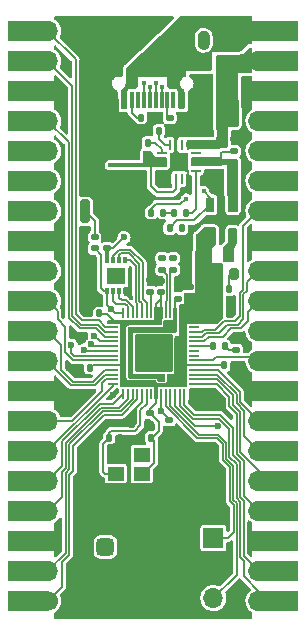
<source format=gtl>
G04 #@! TF.GenerationSoftware,KiCad,Pcbnew,(5.99.0-11630-gc5e195bdff)*
G04 #@! TF.CreationDate,2021-08-23T20:37:24+01:00*
G04 #@! TF.ProjectId,EnvPicoLiPo,456e7650-6963-46f4-9c69-506f2e6b6963,REV1*
G04 #@! TF.SameCoordinates,Original*
G04 #@! TF.FileFunction,Copper,L1,Top*
G04 #@! TF.FilePolarity,Positive*
%FSLAX46Y46*%
G04 Gerber Fmt 4.6, Leading zero omitted, Abs format (unit mm)*
G04 Created by KiCad (PCBNEW (5.99.0-11630-gc5e195bdff)) date 2021-08-23 20:37:24*
%MOMM*%
%LPD*%
G01*
G04 APERTURE LIST*
G04 Aperture macros list*
%AMRoundRect*
0 Rectangle with rounded corners*
0 $1 Rounding radius*
0 $2 $3 $4 $5 $6 $7 $8 $9 X,Y pos of 4 corners*
0 Add a 4 corners polygon primitive as box body*
4,1,4,$2,$3,$4,$5,$6,$7,$8,$9,$2,$3,0*
0 Add four circle primitives for the rounded corners*
1,1,$1+$1,$2,$3*
1,1,$1+$1,$4,$5*
1,1,$1+$1,$6,$7*
1,1,$1+$1,$8,$9*
0 Add four rect primitives between the rounded corners*
20,1,$1+$1,$2,$3,$4,$5,0*
20,1,$1+$1,$4,$5,$6,$7,0*
20,1,$1+$1,$6,$7,$8,$9,0*
20,1,$1+$1,$8,$9,$2,$3,0*%
G04 Aperture macros list end*
G04 #@! TA.AperFunction,SMDPad,CuDef*
%ADD10RoundRect,0.050000X-0.387500X-0.050000X0.387500X-0.050000X0.387500X0.050000X-0.387500X0.050000X0*%
G04 #@! TD*
G04 #@! TA.AperFunction,SMDPad,CuDef*
%ADD11RoundRect,0.050000X-0.050000X-0.387500X0.050000X-0.387500X0.050000X0.387500X-0.050000X0.387500X0*%
G04 #@! TD*
G04 #@! TA.AperFunction,ComponentPad*
%ADD12C,0.600000*%
G04 #@! TD*
G04 #@! TA.AperFunction,SMDPad,CuDef*
%ADD13RoundRect,0.144000X-1.456000X-1.456000X1.456000X-1.456000X1.456000X1.456000X-1.456000X1.456000X0*%
G04 #@! TD*
G04 #@! TA.AperFunction,SMDPad,CuDef*
%ADD14RoundRect,0.140000X-0.170000X0.140000X-0.170000X-0.140000X0.170000X-0.140000X0.170000X0.140000X0*%
G04 #@! TD*
G04 #@! TA.AperFunction,SMDPad,CuDef*
%ADD15RoundRect,0.140000X0.170000X-0.140000X0.170000X0.140000X-0.170000X0.140000X-0.170000X-0.140000X0*%
G04 #@! TD*
G04 #@! TA.AperFunction,SMDPad,CuDef*
%ADD16RoundRect,0.140000X0.140000X0.170000X-0.140000X0.170000X-0.140000X-0.170000X0.140000X-0.170000X0*%
G04 #@! TD*
G04 #@! TA.AperFunction,SMDPad,CuDef*
%ADD17RoundRect,0.140000X-0.140000X-0.170000X0.140000X-0.170000X0.140000X0.170000X-0.140000X0.170000X0*%
G04 #@! TD*
G04 #@! TA.AperFunction,SMDPad,CuDef*
%ADD18R,1.400000X1.150000*%
G04 #@! TD*
G04 #@! TA.AperFunction,SMDPad,CuDef*
%ADD19R,0.600000X1.450000*%
G04 #@! TD*
G04 #@! TA.AperFunction,SMDPad,CuDef*
%ADD20R,0.300000X1.450000*%
G04 #@! TD*
G04 #@! TA.AperFunction,ComponentPad*
%ADD21O,1.000000X2.100000*%
G04 #@! TD*
G04 #@! TA.AperFunction,ComponentPad*
%ADD22O,1.000000X1.600000*%
G04 #@! TD*
G04 #@! TA.AperFunction,SMDPad,CuDef*
%ADD23RoundRect,0.135000X0.135000X0.185000X-0.135000X0.185000X-0.135000X-0.185000X0.135000X-0.185000X0*%
G04 #@! TD*
G04 #@! TA.AperFunction,SMDPad,CuDef*
%ADD24RoundRect,0.087500X0.087500X-0.175000X0.087500X0.175000X-0.087500X0.175000X-0.087500X-0.175000X0*%
G04 #@! TD*
G04 #@! TA.AperFunction,SMDPad,CuDef*
%ADD25R,1.600000X1.400000*%
G04 #@! TD*
G04 #@! TA.AperFunction,SMDPad,CuDef*
%ADD26RoundRect,0.200000X-0.200000X-0.800000X0.200000X-0.800000X0.200000X0.800000X-0.200000X0.800000X0*%
G04 #@! TD*
G04 #@! TA.AperFunction,SMDPad,CuDef*
%ADD27RoundRect,0.147500X-0.172500X0.147500X-0.172500X-0.147500X0.172500X-0.147500X0.172500X0.147500X0*%
G04 #@! TD*
G04 #@! TA.AperFunction,SMDPad,CuDef*
%ADD28RoundRect,0.200000X-0.200000X-0.275000X0.200000X-0.275000X0.200000X0.275000X-0.200000X0.275000X0*%
G04 #@! TD*
G04 #@! TA.AperFunction,SMDPad,CuDef*
%ADD29RoundRect,0.135000X0.185000X-0.135000X0.185000X0.135000X-0.185000X0.135000X-0.185000X-0.135000X0*%
G04 #@! TD*
G04 #@! TA.AperFunction,SMDPad,CuDef*
%ADD30RoundRect,0.225000X0.225000X0.250000X-0.225000X0.250000X-0.225000X-0.250000X0.225000X-0.250000X0*%
G04 #@! TD*
G04 #@! TA.AperFunction,SMDPad,CuDef*
%ADD31RoundRect,0.062500X-0.375000X-0.062500X0.375000X-0.062500X0.375000X0.062500X-0.375000X0.062500X0*%
G04 #@! TD*
G04 #@! TA.AperFunction,SMDPad,CuDef*
%ADD32RoundRect,0.062500X-0.062500X-0.375000X0.062500X-0.375000X0.062500X0.375000X-0.062500X0.375000X0*%
G04 #@! TD*
G04 #@! TA.AperFunction,SMDPad,CuDef*
%ADD33R,1.600000X1.600000*%
G04 #@! TD*
G04 #@! TA.AperFunction,SMDPad,CuDef*
%ADD34RoundRect,0.218750X0.218750X0.381250X-0.218750X0.381250X-0.218750X-0.381250X0.218750X-0.381250X0*%
G04 #@! TD*
G04 #@! TA.AperFunction,SMDPad,CuDef*
%ADD35R,0.650000X1.220000*%
G04 #@! TD*
G04 #@! TA.AperFunction,SMDPad,CuDef*
%ADD36RoundRect,0.218750X0.256250X-0.218750X0.256250X0.218750X-0.256250X0.218750X-0.256250X-0.218750X0*%
G04 #@! TD*
G04 #@! TA.AperFunction,SMDPad,CuDef*
%ADD37RoundRect,0.135000X-0.185000X0.135000X-0.185000X-0.135000X0.185000X-0.135000X0.185000X0.135000X0*%
G04 #@! TD*
G04 #@! TA.AperFunction,SMDPad,CuDef*
%ADD38RoundRect,0.147500X0.147500X0.172500X-0.147500X0.172500X-0.147500X-0.172500X0.147500X-0.172500X0*%
G04 #@! TD*
G04 #@! TA.AperFunction,SMDPad,CuDef*
%ADD39RoundRect,0.135000X-0.135000X-0.185000X0.135000X-0.185000X0.135000X0.185000X-0.135000X0.185000X0*%
G04 #@! TD*
G04 #@! TA.AperFunction,SMDPad,CuDef*
%ADD40C,0.500000*%
G04 #@! TD*
G04 #@! TA.AperFunction,ComponentPad*
%ADD41R,1.700000X1.700000*%
G04 #@! TD*
G04 #@! TA.AperFunction,ComponentPad*
%ADD42O,1.700000X1.700000*%
G04 #@! TD*
G04 #@! TA.AperFunction,ComponentPad*
%ADD43RoundRect,0.375000X-0.375000X-0.375000X0.375000X-0.375000X0.375000X0.375000X-0.375000X0.375000X0*%
G04 #@! TD*
G04 #@! TA.AperFunction,ComponentPad*
%ADD44R,3.500000X1.700000*%
G04 #@! TD*
G04 #@! TA.AperFunction,ComponentPad*
%ADD45C,1.700000*%
G04 #@! TD*
G04 #@! TA.AperFunction,ViaPad*
%ADD46C,0.600000*%
G04 #@! TD*
G04 #@! TA.AperFunction,ViaPad*
%ADD47C,0.400000*%
G04 #@! TD*
G04 #@! TA.AperFunction,Conductor*
%ADD48C,0.600000*%
G04 #@! TD*
G04 #@! TA.AperFunction,Conductor*
%ADD49C,0.150000*%
G04 #@! TD*
G04 #@! TA.AperFunction,Conductor*
%ADD50C,0.200000*%
G04 #@! TD*
G04 #@! TA.AperFunction,Conductor*
%ADD51C,0.800000*%
G04 #@! TD*
G04 #@! TA.AperFunction,Conductor*
%ADD52C,0.127000*%
G04 #@! TD*
G04 #@! TA.AperFunction,Conductor*
%ADD53C,0.300000*%
G04 #@! TD*
G04 #@! TA.AperFunction,Conductor*
%ADD54C,0.400000*%
G04 #@! TD*
G04 APERTURE END LIST*
G36*
X110354600Y-70098800D02*
G01*
X109354600Y-70098800D01*
X109354600Y-69598800D01*
X110354600Y-69598800D01*
X110354600Y-70098800D01*
G37*
D10*
X100252500Y-83425000D03*
X100252500Y-83825000D03*
X100252500Y-84225000D03*
X100252500Y-84625000D03*
X100252500Y-85025000D03*
X100252500Y-85425000D03*
X100252500Y-85825000D03*
X100252500Y-86225000D03*
X100252500Y-86625000D03*
X100252500Y-87025000D03*
X100252500Y-87425000D03*
X100252500Y-87825000D03*
X100252500Y-88225000D03*
X100252500Y-88625000D03*
D11*
X101090000Y-89462500D03*
X101490000Y-89462500D03*
X101890000Y-89462500D03*
X102290000Y-89462500D03*
X102690000Y-89462500D03*
X103090000Y-89462500D03*
X103490000Y-89462500D03*
X103890000Y-89462500D03*
X104290000Y-89462500D03*
X104690000Y-89462500D03*
X105090000Y-89462500D03*
X105490000Y-89462500D03*
X105890000Y-89462500D03*
X106290000Y-89462500D03*
D10*
X107127500Y-88625000D03*
X107127500Y-88225000D03*
X107127500Y-87825000D03*
X107127500Y-87425000D03*
X107127500Y-87025000D03*
X107127500Y-86625000D03*
X107127500Y-86225000D03*
X107127500Y-85825000D03*
X107127500Y-85425000D03*
X107127500Y-85025000D03*
X107127500Y-84625000D03*
X107127500Y-84225000D03*
X107127500Y-83825000D03*
X107127500Y-83425000D03*
D11*
X106290000Y-82587500D03*
X105890000Y-82587500D03*
X105490000Y-82587500D03*
X105090000Y-82587500D03*
X104690000Y-82587500D03*
X104290000Y-82587500D03*
X103890000Y-82587500D03*
X103490000Y-82587500D03*
X103090000Y-82587500D03*
X102690000Y-82587500D03*
X102290000Y-82587500D03*
X101890000Y-82587500D03*
X101490000Y-82587500D03*
X101090000Y-82587500D03*
D12*
X104965000Y-84750000D03*
X104965000Y-87300000D03*
X102415000Y-86025000D03*
X104965000Y-86025000D03*
X103690000Y-86025000D03*
X103690000Y-84750000D03*
D13*
X103690000Y-86025000D03*
D12*
X102415000Y-87300000D03*
X103690000Y-87300000D03*
X102415000Y-84750000D03*
D14*
X105000000Y-91695000D03*
X105000000Y-92655000D03*
D15*
X103335200Y-80820400D03*
X103335200Y-79860400D03*
D16*
X99080000Y-82650000D03*
X98120000Y-82650000D03*
D15*
X98687000Y-77150100D03*
X98687000Y-76190100D03*
D14*
X105334760Y-77983960D03*
X105334760Y-78943960D03*
D17*
X109654840Y-87025680D03*
X110614840Y-87025680D03*
D14*
X103335200Y-91087200D03*
X103335200Y-92047200D03*
D16*
X98318640Y-87254280D03*
X97358640Y-87254280D03*
D15*
X105732960Y-81396980D03*
X105732960Y-80436980D03*
D14*
X104384760Y-77983960D03*
X104384760Y-78943960D03*
D16*
X100869560Y-93172600D03*
X99909560Y-93172600D03*
D18*
X102673200Y-94607800D03*
X100473200Y-94607800D03*
X100473200Y-96207800D03*
X102673200Y-96207800D03*
D19*
X106825000Y-64620000D03*
X106050000Y-64620000D03*
D20*
X105350000Y-64620000D03*
X104850000Y-64620000D03*
X104350000Y-64620000D03*
X103850000Y-64620000D03*
X103350000Y-64620000D03*
X102850000Y-64620000D03*
X102350000Y-64620000D03*
X101850000Y-64620000D03*
D19*
X101150000Y-64620000D03*
X100375000Y-64620000D03*
D21*
X107920000Y-63705000D03*
D22*
X107920000Y-59525000D03*
D21*
X99280000Y-63705000D03*
D22*
X99280000Y-59525000D03*
D23*
X109692280Y-85430560D03*
X108672280Y-85430560D03*
X103625000Y-66075000D03*
X102605000Y-66075000D03*
D24*
X99750560Y-80736360D03*
X100250560Y-80736360D03*
X100750560Y-80736360D03*
X101250560Y-80736360D03*
X101250560Y-78161360D03*
X100750560Y-78161360D03*
X100250560Y-78161360D03*
X99750560Y-78161360D03*
D25*
X100500560Y-79448860D03*
D15*
X104300400Y-80836400D03*
X104300400Y-79876400D03*
X99720780Y-77147560D03*
X99720780Y-76187560D03*
D26*
X97871000Y-74006000D03*
X102071000Y-74006000D03*
D27*
X110655480Y-84788080D03*
X110655480Y-85758080D03*
D28*
X108815000Y-79325000D03*
X110465000Y-79325000D03*
D23*
X110097900Y-80593000D03*
X109077900Y-80593000D03*
D15*
X106726100Y-81394440D03*
X106726100Y-80434440D03*
D17*
X109120600Y-82612300D03*
X110080600Y-82612300D03*
X109120600Y-81621700D03*
X110080600Y-81621700D03*
D16*
X103488300Y-93185300D03*
X102528300Y-93185300D03*
D29*
X105062400Y-67109000D03*
X105062400Y-66089000D03*
D30*
X110350200Y-71296600D03*
X108800200Y-71296600D03*
D31*
X104378500Y-69073400D03*
X104378500Y-69573400D03*
X104378500Y-70073400D03*
X104378500Y-70573400D03*
D32*
X105066000Y-71260900D03*
X105566000Y-71260900D03*
X106066000Y-71260900D03*
X106566000Y-71260900D03*
D31*
X107253500Y-70573400D03*
X107253500Y-70073400D03*
X107253500Y-69573400D03*
X107253500Y-69073400D03*
D32*
X106566000Y-68385900D03*
X106066000Y-68385900D03*
X105566000Y-68385900D03*
X105066000Y-68385900D03*
D33*
X105816000Y-69823400D03*
D34*
X110002500Y-77675000D03*
X107877500Y-77675000D03*
D23*
X106050000Y-75425000D03*
X105030000Y-75425000D03*
D35*
X110372800Y-73441000D03*
X109422800Y-73441000D03*
X108472800Y-73441000D03*
X108472800Y-76061000D03*
X110372800Y-76061000D03*
D36*
X110134000Y-61416100D03*
X110134000Y-59841100D03*
D15*
X108490000Y-68339600D03*
X108490000Y-67379600D03*
D37*
X110515000Y-67890000D03*
X110515000Y-68910000D03*
D17*
X102211800Y-69201100D03*
X103171800Y-69201100D03*
D38*
X106392300Y-74116000D03*
X105422300Y-74116000D03*
D23*
X104116200Y-67169100D03*
X103096200Y-67169100D03*
D39*
X102169100Y-68197800D03*
X103189100Y-68197800D03*
X103464500Y-74116000D03*
X104484500Y-74116000D03*
D40*
X109354600Y-69848800D03*
X110354600Y-69848800D03*
D16*
X107650600Y-79492800D03*
X106690600Y-79492800D03*
D41*
X108740000Y-101675000D03*
D42*
X108740000Y-104215000D03*
X108740000Y-106755000D03*
D43*
X99590000Y-102425000D03*
X101590000Y-102425000D03*
D44*
X114250000Y-58725000D03*
D41*
X112550000Y-58725000D03*
D42*
X112550000Y-61265000D03*
D44*
X114250000Y-61265000D03*
X114250000Y-63805000D03*
D41*
X112550000Y-63805000D03*
D44*
X114250000Y-66345000D03*
D42*
X112550000Y-66345000D03*
D44*
X114250000Y-68885000D03*
D42*
X112550000Y-68885000D03*
D44*
X114250000Y-71425000D03*
D42*
X112550000Y-71425000D03*
D44*
X114250000Y-73965000D03*
D42*
X112550000Y-73965000D03*
D44*
X114250000Y-76505000D03*
D41*
X112550000Y-76505000D03*
D42*
X112550000Y-79045000D03*
D44*
X114250000Y-79045000D03*
D42*
X112550000Y-81585000D03*
D44*
X114250000Y-81585000D03*
D42*
X112550000Y-84125000D03*
D44*
X114250000Y-84125000D03*
X114250000Y-86665000D03*
D42*
X112550000Y-86665000D03*
D41*
X112550000Y-89205000D03*
D44*
X114250000Y-89205000D03*
X114250000Y-91745000D03*
D42*
X112550000Y-91745000D03*
X112550000Y-94285000D03*
D44*
X114250000Y-94285000D03*
X114250000Y-96825000D03*
D42*
X112550000Y-96825000D03*
X112550000Y-99365000D03*
D44*
X114250000Y-99365000D03*
D41*
X112550000Y-101905000D03*
D44*
X114250000Y-101905000D03*
D42*
X112550000Y-104445000D03*
D44*
X114250000Y-104445000D03*
X114250000Y-106985000D03*
D42*
X112550000Y-106985000D03*
D45*
X94750000Y-106985000D03*
D44*
X93050000Y-106985000D03*
D42*
X94750000Y-104445000D03*
D44*
X93050000Y-104445000D03*
X93050000Y-101905000D03*
D41*
X94750000Y-101905000D03*
D42*
X94750000Y-99365000D03*
D44*
X93050000Y-99365000D03*
X93050000Y-96825000D03*
D42*
X94750000Y-96825000D03*
X94750000Y-94285000D03*
D44*
X93050000Y-94285000D03*
X93040000Y-91745000D03*
D42*
X94750000Y-91745000D03*
D41*
X94750000Y-89205000D03*
D44*
X93050000Y-89205000D03*
X93050000Y-86665000D03*
D42*
X94750000Y-86665000D03*
D44*
X93050000Y-84125000D03*
D42*
X94750000Y-84125000D03*
X94750000Y-81585000D03*
D44*
X93050000Y-81585000D03*
X93060000Y-79045000D03*
D42*
X94750000Y-79045000D03*
D44*
X93050000Y-76505000D03*
D41*
X94750000Y-76505000D03*
D44*
X93050000Y-73965000D03*
D42*
X94750000Y-73965000D03*
D44*
X93050000Y-71425000D03*
D42*
X94750000Y-71425000D03*
X94750000Y-68885000D03*
D44*
X93050000Y-68885000D03*
D42*
X94750000Y-66345000D03*
D44*
X93050000Y-66335000D03*
X93050000Y-63805000D03*
D41*
X94750000Y-63805000D03*
D44*
X93050000Y-61255000D03*
D42*
X94750000Y-61265000D03*
X94750000Y-58725000D03*
D44*
X93050000Y-58725000D03*
D46*
X108796200Y-71309300D03*
D47*
X100890000Y-71275000D03*
X110220000Y-91415000D03*
D46*
X97725000Y-81875000D03*
D47*
X111415000Y-67900000D03*
X104351200Y-71314000D03*
D46*
X106825000Y-64620000D03*
X100200000Y-89575000D03*
D47*
X95730000Y-100465000D03*
D46*
X100596300Y-67550100D03*
D47*
X102530000Y-93165000D03*
X109570000Y-96305000D03*
X110675800Y-84776000D03*
X105587600Y-69595000D03*
D46*
X106459400Y-78426000D03*
X100375000Y-64620000D03*
D47*
X110080000Y-82605000D03*
D46*
X105103040Y-93639840D03*
D47*
X97265000Y-84700000D03*
X101785800Y-81347000D03*
D46*
X101850000Y-92100000D03*
X96477200Y-87265200D03*
X106717700Y-66216600D03*
X96450000Y-61925000D03*
X108500000Y-90125000D03*
D47*
X110040800Y-81626400D03*
X103360600Y-80820436D03*
D46*
X104340000Y-88125000D03*
X104284269Y-90880277D03*
D47*
X105732960Y-81396992D03*
D46*
X105065000Y-83725000D03*
X96700000Y-85335000D03*
X97816938Y-85719993D03*
X98410926Y-85262067D03*
X98660000Y-84525000D03*
X109100000Y-92189000D03*
X100058600Y-82261400D03*
D47*
X107911500Y-72312600D03*
X102852600Y-63135200D03*
X104363900Y-77985820D03*
X103868600Y-63135200D03*
X103360600Y-63490800D03*
X104351200Y-63490800D03*
X105334732Y-77983960D03*
D46*
X110498000Y-79238800D03*
D47*
X107069000Y-68393000D03*
X106434000Y-72939600D03*
D46*
X108472800Y-76061010D03*
D47*
X101390000Y-83425000D03*
D46*
X101170000Y-76206400D03*
D47*
X99990000Y-70075000D03*
X106040000Y-75425000D03*
X110372800Y-73742200D03*
D48*
X100375000Y-64620000D02*
X100375000Y-65950000D01*
D49*
X98120000Y-82650000D02*
X98120000Y-82270000D01*
X101850000Y-91025736D02*
X101850000Y-92100000D01*
X102690000Y-90185736D02*
X101850000Y-91025736D01*
X106726100Y-80434440D02*
X105735500Y-80434440D01*
X100473200Y-94607800D02*
X100473200Y-93568960D01*
D50*
X106566000Y-70573400D02*
X105816000Y-69823400D01*
D49*
X100473200Y-93568960D02*
X100869560Y-93172600D01*
X98120000Y-82270000D02*
X97725000Y-81875000D01*
D50*
X106566000Y-71944000D02*
X105545000Y-72965000D01*
X106566000Y-71260900D02*
X106566000Y-70573400D01*
X105566000Y-67612600D02*
X105062400Y-67109000D01*
X104378500Y-70573400D02*
X105066000Y-70573400D01*
D49*
X112568000Y-89205000D02*
X110882000Y-87519000D01*
D50*
X105566000Y-69573400D02*
X105566000Y-68385900D01*
X105066000Y-70573400D02*
X105816000Y-69823400D01*
D49*
X102690000Y-89462500D02*
X102690000Y-90185736D01*
D50*
X106566000Y-71260900D02*
X106566000Y-71944000D01*
X105566000Y-68385900D02*
X105566000Y-67612600D01*
D51*
X110955200Y-58725000D02*
X112550000Y-58725000D01*
X110117000Y-59563200D02*
X110955200Y-58725000D01*
D49*
X99409000Y-93673160D02*
X99409000Y-96058000D01*
X99909560Y-93172600D02*
X99409000Y-93673160D01*
D52*
X99488000Y-96137000D02*
X99558800Y-96207800D01*
D49*
X102090961Y-92602001D02*
X102567000Y-92125962D01*
X103090000Y-90289000D02*
X103090000Y-89462500D01*
X99909560Y-92753440D02*
X100060999Y-92602001D01*
X99909560Y-93172600D02*
X99909560Y-92753440D01*
X99558800Y-96207800D02*
X100473200Y-96207800D01*
X100060999Y-92602001D02*
X102090961Y-92602001D01*
X102567000Y-90812000D02*
X103090000Y-90289000D01*
X99409000Y-96058000D02*
X99558800Y-96207800D01*
X102567000Y-92125962D02*
X102567000Y-90812000D01*
D50*
X104290000Y-89462500D02*
X104290000Y-90874546D01*
D49*
X104290000Y-90874546D02*
X104284269Y-90880277D01*
D50*
X105490000Y-82587500D02*
X105490000Y-81639952D01*
X105000000Y-91596008D02*
X104284269Y-90880277D01*
D49*
X103490000Y-80949836D02*
X103490000Y-82587500D01*
D50*
X105490000Y-81639952D02*
X105732960Y-81396992D01*
X98687000Y-76190100D02*
X98687000Y-74822000D01*
X98687000Y-74822000D02*
X97871000Y-74006000D01*
D49*
X96850028Y-95977804D02*
X96850028Y-93873528D01*
X102290000Y-89937480D02*
X101002460Y-91225020D01*
X96525019Y-103074259D02*
X96525019Y-96302815D01*
X95925000Y-103674278D02*
X96525019Y-103074259D01*
X94690000Y-107025000D02*
X95925000Y-105790000D01*
X95925000Y-105790000D02*
X95925000Y-103674278D01*
X96525019Y-96302815D02*
X96850028Y-95977804D01*
X101002460Y-91225020D02*
X99498536Y-91225020D01*
X102290000Y-89462500D02*
X102290000Y-89937480D01*
X99498536Y-91225020D02*
X96850028Y-93873528D01*
X96225010Y-96178546D02*
X96225010Y-102949990D01*
X99374268Y-90925010D02*
X96550020Y-93749258D01*
X96225010Y-102949990D02*
X94690000Y-104485000D01*
X101890000Y-89462500D02*
X101890000Y-89913202D01*
X96550020Y-93749258D02*
X96550019Y-95853537D01*
X101890000Y-89913202D02*
X100878192Y-90925010D01*
X100878192Y-90925010D02*
X99374268Y-90925010D01*
X96550019Y-95853537D02*
X96225010Y-96178546D01*
X94690000Y-99405000D02*
X95925000Y-98170000D01*
X101490000Y-89888924D02*
X101490000Y-89462500D01*
X95925000Y-96054278D02*
X96250010Y-95729268D01*
X100753924Y-90625000D02*
X101490000Y-89888924D01*
X96250010Y-95729268D02*
X96250010Y-93624990D01*
X95925000Y-98170000D02*
X95925000Y-96054278D01*
X99250000Y-90625000D02*
X100753924Y-90625000D01*
X96250010Y-93624990D02*
X99250000Y-90625000D01*
X95950000Y-93489278D02*
X99114278Y-90325000D01*
X99114278Y-90325000D02*
X100227500Y-90325000D01*
X100227500Y-90325000D02*
X101090000Y-89462500D01*
X94690000Y-96865000D02*
X95950000Y-95605000D01*
X95950000Y-95605000D02*
X95950000Y-93489278D01*
X94690000Y-94325000D02*
X100252500Y-88762500D01*
X100252500Y-88625000D02*
X100252500Y-88762500D01*
X99625000Y-88225000D02*
X99300000Y-88550000D01*
X100252500Y-88225000D02*
X99625000Y-88225000D01*
X99300000Y-88550000D02*
X99300000Y-89225000D01*
X96740000Y-91785000D02*
X94690000Y-91785000D01*
X99300000Y-89225000D02*
X96740000Y-91785000D01*
X94690000Y-86705000D02*
X96710000Y-88725000D01*
X99592861Y-87825000D02*
X98692861Y-88725000D01*
X98692861Y-88725000D02*
X96710000Y-88725000D01*
X100252500Y-87825000D02*
X99592861Y-87825000D01*
X96834278Y-88425000D02*
X95874988Y-87465710D01*
X98560000Y-88425000D02*
X96834278Y-88425000D01*
X99560000Y-87425000D02*
X98560000Y-88425000D01*
X95874988Y-85349988D02*
X94690000Y-84165000D01*
X95874988Y-87465710D02*
X95874988Y-85349988D01*
X100252500Y-87425000D02*
X99560000Y-87425000D01*
X95539999Y-82474999D02*
X94690000Y-81625000D01*
X95539999Y-83137833D02*
X95539999Y-82474999D01*
X96174999Y-85919999D02*
X96174999Y-83772833D01*
X100252500Y-86625000D02*
X96880000Y-86625000D01*
X96880000Y-86625000D02*
X96174999Y-85919999D01*
X96174999Y-83772833D02*
X95539999Y-83137833D01*
X100205995Y-86271505D02*
X96950783Y-86271505D01*
X96700000Y-86020722D02*
X96700000Y-85335000D01*
X96950783Y-86271505D02*
X96700000Y-86020722D01*
X100252500Y-86225000D02*
X100205995Y-86271505D01*
X97921945Y-85825000D02*
X97816938Y-85719993D01*
X100252500Y-85825000D02*
X97921945Y-85825000D01*
X98573859Y-85425000D02*
X98410926Y-85262067D01*
X100252500Y-85425000D02*
X98573859Y-85425000D01*
X100252500Y-85025000D02*
X99160000Y-85025000D01*
X99160000Y-85025000D02*
X98660000Y-84525000D01*
X97405720Y-83929998D02*
X96474970Y-82999248D01*
X98830720Y-83929998D02*
X97405720Y-83929998D01*
X96474970Y-68169970D02*
X94690000Y-66385000D01*
X96474970Y-82999248D02*
X96474970Y-68169970D01*
X99525722Y-84625000D02*
X98830720Y-83929998D01*
X100252500Y-84625000D02*
X99525722Y-84625000D01*
X99550000Y-84225000D02*
X98954987Y-83629987D01*
X96774981Y-82849259D02*
X96774980Y-63389980D01*
X98954987Y-83629987D02*
X97555709Y-83629987D01*
X97555709Y-83629987D02*
X96774981Y-82849259D01*
X100252500Y-84225000D02*
X99550000Y-84225000D01*
X94690000Y-61305000D02*
X96774980Y-63389980D01*
X99015000Y-83250000D02*
X97600000Y-83250000D01*
X97074990Y-82724990D02*
X97074990Y-61149990D01*
X94690000Y-58765000D02*
X97074990Y-61149990D01*
X97600000Y-83250000D02*
X97074990Y-82724990D01*
X99590000Y-83825000D02*
X99015000Y-83250000D01*
X100252500Y-83825000D02*
X99590000Y-83825000D01*
X107127500Y-86625000D02*
X108674400Y-86625000D01*
X108674400Y-86625000D02*
X108948600Y-86350800D01*
X108948600Y-86350800D02*
X112275800Y-86350800D01*
X107127500Y-87425000D02*
X109104998Y-87425000D01*
X109104998Y-87425000D02*
X111000000Y-89320002D01*
X111000000Y-89320002D02*
X111000000Y-90155000D01*
X111000000Y-90155000D02*
X112590000Y-91745000D01*
X112590000Y-94285000D02*
X111300000Y-92995000D01*
X111300000Y-92995000D02*
X111300000Y-90879278D01*
X107127500Y-87825000D02*
X109080720Y-87825000D01*
X110699990Y-90279268D02*
X110699990Y-89444270D01*
X111300000Y-90879278D02*
X110699990Y-90279268D01*
X110699990Y-89444270D02*
X109080720Y-87825000D01*
X110399980Y-89568538D02*
X109056462Y-88225020D01*
X110999990Y-91003546D02*
X110399981Y-90403537D01*
X112590000Y-96015000D02*
X110999990Y-94424990D01*
X110399981Y-90403537D02*
X110399980Y-89568538D01*
X107678426Y-88225020D02*
X107678406Y-88225000D01*
X112590000Y-96825000D02*
X112590000Y-96015000D01*
X110999990Y-94424990D02*
X110999990Y-91003546D01*
X109056462Y-88225020D02*
X107678426Y-88225020D01*
X107678406Y-88225000D02*
X107127500Y-88225000D01*
X110099972Y-90527806D02*
X110699980Y-91127814D01*
X111300000Y-98075000D02*
X112590000Y-99365000D01*
X111300000Y-95149278D02*
X111300000Y-98075000D01*
X110099972Y-89692808D02*
X110099972Y-90527806D01*
X107127500Y-88625000D02*
X109032164Y-88625000D01*
X109032164Y-88625000D02*
X110099972Y-89692808D01*
X110699980Y-91127814D02*
X110699981Y-94549259D01*
X110699981Y-94549259D02*
X111300000Y-95149278D01*
X110399972Y-92324972D02*
X109327084Y-91252084D01*
X112590000Y-104445000D02*
X111300000Y-103155000D01*
X110999990Y-95273546D02*
X110399972Y-94673526D01*
X106290000Y-90442166D02*
X106290000Y-89462500D01*
X110399972Y-94673526D02*
X110399972Y-92324972D01*
X111300000Y-103155000D02*
X111300000Y-98499278D01*
X111300000Y-98499278D02*
X110999990Y-98199268D01*
X107099918Y-91252084D02*
X106290000Y-90442166D01*
X110999990Y-98199268D02*
X110999990Y-95273546D01*
X109327084Y-91252084D02*
X107099918Y-91252084D01*
X109202816Y-91552094D02*
X106975650Y-91552094D01*
X110699980Y-95424980D02*
X110099962Y-94824962D01*
X112590000Y-106215000D02*
X111300000Y-104925000D01*
X110099962Y-92449240D02*
X109202816Y-91552094D01*
X106975650Y-91552094D02*
X105890000Y-90466444D01*
X111300000Y-103579278D02*
X110999990Y-103279268D01*
X110699981Y-98323537D02*
X110699980Y-95424980D01*
X110099962Y-94824962D02*
X110099962Y-92449240D01*
X110999990Y-98623546D02*
X110699981Y-98323537D01*
X111300000Y-104925000D02*
X111300000Y-103579278D01*
X105890000Y-90466444D02*
X105890000Y-89462500D01*
X110999990Y-103279268D02*
X110999990Y-98623546D01*
X105490000Y-89462500D02*
X105490000Y-90487892D01*
X105490000Y-90487892D02*
X107191108Y-92189000D01*
X107191108Y-92189000D02*
X109100000Y-92189000D01*
X105090000Y-89462500D02*
X105090000Y-90514998D01*
X109131058Y-92925000D02*
X109823442Y-93617384D01*
X109823442Y-93617384D02*
X109823442Y-94939500D01*
X110423461Y-98438075D02*
X110723470Y-98738084D01*
X110723470Y-104771530D02*
X110723470Y-103608470D01*
X105090000Y-90514998D02*
X107500002Y-92925000D01*
X109823442Y-94939500D02*
X110423460Y-95539518D01*
X107500002Y-92925000D02*
X109131058Y-92925000D01*
X110423460Y-95539518D02*
X110423461Y-98438075D01*
X108740000Y-106755000D02*
X110723470Y-104771530D01*
X110723470Y-98738084D02*
X110723470Y-103608470D01*
X109546922Y-95054038D02*
X109546922Y-93731922D01*
X110140000Y-98575000D02*
X110140000Y-95647116D01*
X110446950Y-98881950D02*
X110140000Y-98575000D01*
X104690000Y-90506750D02*
X104690000Y-89462500D01*
X110446950Y-101168050D02*
X110446950Y-98881950D01*
X110140000Y-95647116D02*
X109546922Y-95054038D01*
X108740000Y-101675000D02*
X109940000Y-101675000D01*
X109546922Y-93731922D02*
X109016520Y-93201520D01*
X107384770Y-93201520D02*
X104690000Y-90506750D01*
X109016520Y-93201520D02*
X107384770Y-93201520D01*
X109940000Y-101675000D02*
X110446950Y-101168050D01*
X100384700Y-82587500D02*
X101090000Y-82587500D01*
X99750560Y-81953360D02*
X99750560Y-80736360D01*
X100058600Y-82261400D02*
X99750560Y-81953360D01*
X100058600Y-82261400D02*
X100384700Y-82587500D01*
D50*
X99438560Y-80736360D02*
X99220400Y-80518200D01*
X99220400Y-80518200D02*
X99220400Y-77683500D01*
X99750560Y-80736360D02*
X99438560Y-80736360D01*
X99220400Y-77683500D02*
X98687000Y-77150100D01*
D49*
X104823980Y-79383180D02*
X104384760Y-78943960D01*
X104823980Y-81534620D02*
X104823980Y-79383180D01*
X104690000Y-81668600D02*
X104823980Y-81534620D01*
X104690000Y-82587500D02*
X104690000Y-81668600D01*
X105100500Y-82577000D02*
X105100500Y-79178220D01*
X105100500Y-79178220D02*
X105334760Y-78943960D01*
X102751000Y-81432600D02*
X102751000Y-78308301D01*
X101691628Y-77248929D02*
X100760192Y-77248929D01*
X100250560Y-77758561D02*
X100250560Y-78161360D01*
X102751000Y-78308301D02*
X101691628Y-77248929D01*
X103090000Y-82587500D02*
X103090000Y-81771600D01*
X100760192Y-77248929D02*
X100250560Y-77758561D01*
X103090000Y-81771600D02*
X102751000Y-81432600D01*
X102471600Y-78453180D02*
X101567360Y-77548940D01*
X100750560Y-77682840D02*
X100750560Y-78161360D01*
X102471600Y-81577478D02*
X102471600Y-78453180D01*
X102690000Y-81795878D02*
X102471600Y-81577478D01*
X101567360Y-77548940D02*
X100884460Y-77548940D01*
X100884460Y-77548940D02*
X100750560Y-77682840D01*
X102690000Y-82587500D02*
X102690000Y-81795878D01*
X102301420Y-82415580D02*
X102301420Y-81831576D01*
X102195080Y-81725236D02*
X102195080Y-78657480D01*
X102301420Y-81831576D02*
X102195080Y-81725236D01*
X101698960Y-78161360D02*
X101250560Y-78161360D01*
X102195080Y-78657480D02*
X101698960Y-78161360D01*
D52*
X100969780Y-81525280D02*
X100750560Y-81306060D01*
X101332012Y-81525280D02*
X101890000Y-82083268D01*
X101890000Y-82083268D02*
X101890000Y-82587500D01*
X100969780Y-81525280D02*
X101332012Y-81525280D01*
X100750560Y-81306060D02*
X100750560Y-80736360D01*
X101490000Y-82041800D02*
X101277800Y-81829600D01*
X100490400Y-81829600D02*
X100250560Y-81589760D01*
X101490000Y-82587500D02*
X101490000Y-82041800D01*
X101277800Y-81829600D02*
X100490400Y-81829600D01*
X100250560Y-81589760D02*
X100250560Y-80736360D01*
D49*
X110019800Y-85758080D02*
X110655480Y-85758080D01*
X109692280Y-85430560D02*
X110019800Y-85758080D01*
D50*
X102265000Y-66075000D02*
X101849300Y-65659300D01*
X102605000Y-66075000D02*
X102265000Y-66075000D01*
X101849300Y-65659300D02*
X101849300Y-64620000D01*
X104850000Y-64620000D02*
X104850000Y-66085500D01*
X107138800Y-74775000D02*
X108472800Y-73441000D01*
X108472800Y-72873900D02*
X107911500Y-72312600D01*
X105030000Y-75425000D02*
X105030000Y-75385000D01*
X105030000Y-75385000D02*
X105640000Y-74775000D01*
X105640000Y-74775000D02*
X107138800Y-74775000D01*
X108472800Y-73441000D02*
X108472800Y-72873900D01*
X102850000Y-64620000D02*
X102850000Y-63137800D01*
X102850000Y-63137800D02*
X102852600Y-63135200D01*
X103868600Y-64601400D02*
X103868600Y-63135200D01*
X103350000Y-63501400D02*
X103360600Y-63490800D01*
X103350000Y-64620000D02*
X103350000Y-63501400D01*
X104350000Y-64620000D02*
X104350000Y-63492000D01*
X110344700Y-79238800D02*
X110097900Y-79485600D01*
X110097900Y-79485600D02*
X110097900Y-80593000D01*
X103464500Y-74116000D02*
X103464500Y-73826300D01*
X105951400Y-73422200D02*
X106434000Y-72939600D01*
X103464500Y-73826300D02*
X103868600Y-73422200D01*
X103868600Y-73422200D02*
X105951400Y-73422200D01*
D49*
X103537700Y-93185300D02*
X104106000Y-92617000D01*
D50*
X104290000Y-82587500D02*
X104290000Y-80846800D01*
X103915000Y-88725000D02*
X105318000Y-88725000D01*
D49*
X103890000Y-90212300D02*
X103335200Y-90767100D01*
D50*
X104300400Y-81474000D02*
X103890000Y-81884400D01*
D48*
X108063800Y-76470010D02*
X108472800Y-76061010D01*
D49*
X99725000Y-82725000D02*
X100252500Y-83252500D01*
D48*
X108063800Y-77748200D02*
X108063800Y-76470010D01*
D49*
X103890000Y-89462500D02*
X103890000Y-90212300D01*
D50*
X103890000Y-81884400D02*
X103890000Y-82587500D01*
X103890000Y-88750000D02*
X103915000Y-88725000D01*
D49*
X99725000Y-82725000D02*
X99155000Y-82725000D01*
D53*
X99750560Y-78161360D02*
X99750560Y-77147560D01*
D49*
X100228840Y-77147560D02*
X101170000Y-76206400D01*
X99720780Y-77147560D02*
X100228840Y-77147560D01*
D50*
X104300400Y-80836400D02*
X104300400Y-81474000D01*
D49*
X99750560Y-77705720D02*
X99750560Y-78161360D01*
X104106000Y-91858000D02*
X103335200Y-91087200D01*
X104106000Y-92617000D02*
X104106000Y-91858000D01*
X103731000Y-95331000D02*
X103731000Y-93428000D01*
D50*
X107127500Y-87025000D02*
X109654160Y-87025000D01*
D49*
X103335200Y-90767100D02*
X103335200Y-91087200D01*
D50*
X103890000Y-89462500D02*
X103890000Y-88750000D01*
D49*
X99750560Y-77705720D02*
X99750560Y-77177340D01*
D50*
X100252500Y-87025000D02*
X98547920Y-87025000D01*
X107127500Y-87025000D02*
X105940000Y-87025000D01*
D49*
X103731000Y-93428000D02*
X103488300Y-93185300D01*
D50*
X100252500Y-87025000D02*
X101015000Y-87025000D01*
D49*
X100252500Y-83425000D02*
X100252500Y-83252500D01*
X102854200Y-96207800D02*
X103731000Y-95331000D01*
D50*
X98547920Y-87025000D02*
X98318640Y-87254280D01*
D49*
X103890000Y-82587500D02*
X104290000Y-82587500D01*
D50*
X106959000Y-74116000D02*
X106392300Y-74116000D01*
X107253500Y-73821500D02*
X106959000Y-74116000D01*
X107253500Y-70573400D02*
X107253500Y-73821500D01*
X104154300Y-67869600D02*
X104154300Y-67169100D01*
X105066000Y-68385900D02*
X104670600Y-68385900D01*
X104670600Y-68385900D02*
X104154300Y-67869600D01*
X104378500Y-70073400D02*
X103466200Y-70073400D01*
D53*
X99991600Y-70073400D02*
X104378500Y-70073400D01*
X99990000Y-70075000D02*
X99991600Y-70073400D01*
D50*
X103466200Y-71880500D02*
X103466200Y-70073400D01*
X105566000Y-71260900D02*
X105566000Y-72156200D01*
X103994912Y-72409212D02*
X103466200Y-71880500D01*
X105312988Y-72409212D02*
X105566000Y-72156200D01*
X103544100Y-69573400D02*
X103171800Y-69201100D01*
X104378500Y-70073400D02*
X104378500Y-69573400D01*
X103994912Y-72409212D02*
X105312988Y-72409212D01*
X104378500Y-69573400D02*
X103544100Y-69573400D01*
X105422300Y-74116000D02*
X104484500Y-74116000D01*
X104378500Y-68741500D02*
X103834800Y-68197800D01*
X104378500Y-69073400D02*
X104378500Y-68741500D01*
X103834800Y-68197800D02*
X103189100Y-68197800D01*
D54*
X110372800Y-73441000D02*
X110372800Y-71319200D01*
D50*
X110372800Y-73742200D02*
X110372800Y-73441000D01*
X109354600Y-69848800D02*
X109354600Y-69110400D01*
X107253500Y-70073400D02*
X107253500Y-69573400D01*
X109440000Y-69025000D02*
X110178400Y-69025000D01*
X110178400Y-69025000D02*
X110293400Y-68910000D01*
X109354600Y-69110400D02*
X109440000Y-69025000D01*
D49*
X110979990Y-80920732D02*
X111250000Y-80650722D01*
X107951454Y-84024990D02*
X108903010Y-84024990D01*
X111250000Y-80650722D02*
X111250000Y-75225000D01*
X107127500Y-84225000D02*
X107751444Y-84225000D01*
X110979990Y-82883910D02*
X110979990Y-80920732D01*
X107751444Y-84225000D02*
X107951454Y-84024990D01*
X110532270Y-83331630D02*
X110979990Y-82883910D01*
X108903010Y-84024990D02*
X109596370Y-83331630D01*
X109596370Y-83331630D02*
X110532270Y-83331630D01*
X111250000Y-75225000D02*
X112510000Y-73965000D01*
X109210000Y-84325000D02*
X109903360Y-83631640D01*
X107127500Y-84625000D02*
X107775722Y-84625000D01*
X109903360Y-83631640D02*
X110811282Y-83631640D01*
X110811282Y-83631640D02*
X111280000Y-83162922D01*
X107775722Y-84625000D02*
X108075722Y-84325000D01*
X108075722Y-84325000D02*
X109210000Y-84325000D01*
X111280000Y-83162922D02*
X111280000Y-81045000D01*
X111280000Y-81045000D02*
X111605000Y-80720000D01*
X111605000Y-80720000D02*
X111605000Y-80030000D01*
X111605000Y-80030000D02*
X112590000Y-79045000D01*
X111640000Y-82495000D02*
X112550000Y-81585000D01*
X107127500Y-85025000D02*
X107940000Y-85025000D01*
X111040000Y-83925000D02*
X111640000Y-83325000D01*
X109540000Y-84625000D02*
X110240000Y-83925000D01*
X107940000Y-85025000D02*
X108340000Y-84625000D01*
X111640000Y-83325000D02*
X111640000Y-82495000D01*
X110240000Y-83925000D02*
X111040000Y-83925000D01*
X108340000Y-84625000D02*
X109540000Y-84625000D01*
X107127500Y-85425000D02*
X108434000Y-85425000D01*
X108438600Y-85420400D02*
X108434000Y-85425000D01*
G04 #@! TA.AperFunction,Conductor*
G36*
X105520949Y-82102130D02*
G01*
X105560324Y-82112681D01*
X105588341Y-82128856D01*
X105611144Y-82151659D01*
X105627320Y-82179677D01*
X105637870Y-82219051D01*
X105640000Y-82235227D01*
X105640000Y-84139773D01*
X105637870Y-84155949D01*
X105627320Y-84195323D01*
X105611144Y-84223341D01*
X105588341Y-84246144D01*
X105560324Y-84262319D01*
X105525560Y-84271634D01*
X105520949Y-84272870D01*
X105504773Y-84275000D01*
X101940000Y-84275000D01*
X101940000Y-87775000D01*
X104529773Y-87775000D01*
X104545949Y-87777130D01*
X104585324Y-87787681D01*
X104613341Y-87803856D01*
X104636144Y-87826659D01*
X104652320Y-87854677D01*
X104662870Y-87894051D01*
X104665000Y-87910227D01*
X104665000Y-88314773D01*
X104662870Y-88330949D01*
X104652320Y-88370323D01*
X104636144Y-88398341D01*
X104613341Y-88421144D01*
X104585324Y-88437319D01*
X104550560Y-88446634D01*
X104545949Y-88447870D01*
X104529773Y-88450000D01*
X104125227Y-88450000D01*
X104109051Y-88447870D01*
X104104440Y-88446634D01*
X104069676Y-88437319D01*
X104041659Y-88421144D01*
X104018856Y-88398341D01*
X104002680Y-88370323D01*
X103992130Y-88330949D01*
X103990000Y-88314773D01*
X103990000Y-88175000D01*
X101625227Y-88175000D01*
X101609051Y-88172870D01*
X101604440Y-88171634D01*
X101569676Y-88162319D01*
X101541659Y-88146144D01*
X101518856Y-88123341D01*
X101502680Y-88095323D01*
X101492130Y-88055949D01*
X101490000Y-88039773D01*
X101490000Y-83935227D01*
X101492130Y-83919051D01*
X101502680Y-83879677D01*
X101518856Y-83851659D01*
X101541659Y-83828856D01*
X101569676Y-83812681D01*
X101609051Y-83802130D01*
X101625227Y-83800000D01*
X104490000Y-83800000D01*
X104490000Y-83310227D01*
X104492130Y-83294051D01*
X104502680Y-83254677D01*
X104518856Y-83226659D01*
X104541659Y-83203856D01*
X104569676Y-83187681D01*
X104609051Y-83177130D01*
X104625227Y-83175000D01*
X105340000Y-83175000D01*
X105340000Y-82235227D01*
X105342130Y-82219051D01*
X105352680Y-82179677D01*
X105368856Y-82151659D01*
X105391659Y-82128856D01*
X105419676Y-82112681D01*
X105459051Y-82102130D01*
X105475227Y-82100000D01*
X105504773Y-82100000D01*
X105520949Y-82102130D01*
G37*
G04 #@! TD.AperFunction*
G04 #@! TA.AperFunction,Conductor*
G36*
X102163453Y-90626867D02*
G01*
X102219386Y-90668739D01*
X102243803Y-90734203D01*
X102241160Y-90761878D01*
X102241490Y-90761907D01*
X102240545Y-90772712D01*
X102237736Y-90783193D01*
X102238682Y-90794001D01*
X102241028Y-90820819D01*
X102241500Y-90831627D01*
X102241500Y-91939774D01*
X102221815Y-92006813D01*
X102205181Y-92027455D01*
X101992454Y-92240182D01*
X101931131Y-92273667D01*
X101904773Y-92276501D01*
X100080626Y-92276501D01*
X100069818Y-92276029D01*
X100032192Y-92272737D01*
X99995689Y-92282518D01*
X99985142Y-92284856D01*
X99971964Y-92287180D01*
X99947954Y-92291413D01*
X99938557Y-92296839D01*
X99935099Y-92298097D01*
X99931790Y-92299640D01*
X99921315Y-92302447D01*
X99912430Y-92308668D01*
X99912431Y-92308668D01*
X99890382Y-92324107D01*
X99881256Y-92329921D01*
X99857938Y-92343383D01*
X99857936Y-92343385D01*
X99848544Y-92348807D01*
X99841571Y-92357117D01*
X99824262Y-92377745D01*
X99816954Y-92385720D01*
X99693284Y-92509390D01*
X99685309Y-92516699D01*
X99656366Y-92540985D01*
X99650944Y-92550377D01*
X99650942Y-92550379D01*
X99637480Y-92573697D01*
X99631666Y-92582823D01*
X99610006Y-92613756D01*
X99608785Y-92618314D01*
X99565107Y-92667917D01*
X99555196Y-92673555D01*
X99545867Y-92678309D01*
X99537169Y-92682741D01*
X99449701Y-92770209D01*
X99393543Y-92880425D01*
X99391182Y-92895334D01*
X99385461Y-92931454D01*
X99379060Y-92971865D01*
X99379061Y-93102993D01*
X99379061Y-93191410D01*
X99359377Y-93258450D01*
X99342742Y-93279092D01*
X99192724Y-93429110D01*
X99184749Y-93436419D01*
X99155806Y-93460705D01*
X99150384Y-93470097D01*
X99150382Y-93470099D01*
X99136920Y-93493417D01*
X99131106Y-93502543D01*
X99109446Y-93533476D01*
X99106639Y-93543951D01*
X99105096Y-93547260D01*
X99103838Y-93550718D01*
X99098412Y-93560115D01*
X99096528Y-93570801D01*
X99091855Y-93597303D01*
X99089517Y-93607850D01*
X99079736Y-93644353D01*
X99081320Y-93662459D01*
X99083028Y-93681979D01*
X99083500Y-93692787D01*
X99083500Y-96038373D01*
X99083028Y-96049181D01*
X99079736Y-96086807D01*
X99089517Y-96123310D01*
X99091855Y-96133857D01*
X99098412Y-96171045D01*
X99103838Y-96180442D01*
X99105096Y-96183900D01*
X99106639Y-96187209D01*
X99109446Y-96197684D01*
X99115667Y-96206568D01*
X99131106Y-96228617D01*
X99136920Y-96237743D01*
X99155806Y-96270455D01*
X99164116Y-96277428D01*
X99184737Y-96294731D01*
X99192713Y-96302039D01*
X99314761Y-96424088D01*
X99322068Y-96432063D01*
X99339368Y-96452681D01*
X99339373Y-96452685D01*
X99346345Y-96460994D01*
X99355740Y-96466419D01*
X99355741Y-96466419D01*
X99379061Y-96479883D01*
X99388179Y-96485692D01*
X99419116Y-96507354D01*
X99429595Y-96510162D01*
X99432912Y-96511709D01*
X99436359Y-96512964D01*
X99445755Y-96518388D01*
X99446246Y-96518475D01*
X99497374Y-96556119D01*
X99522310Y-96621387D01*
X99522700Y-96631215D01*
X99522700Y-96807474D01*
X99537234Y-96880540D01*
X99592599Y-96963401D01*
X99675460Y-97018766D01*
X99709513Y-97025540D01*
X99742547Y-97032111D01*
X99742550Y-97032111D01*
X99748526Y-97033300D01*
X101197874Y-97033300D01*
X101203850Y-97032111D01*
X101203853Y-97032111D01*
X101236887Y-97025540D01*
X101270940Y-97018766D01*
X101353801Y-96963401D01*
X101409166Y-96880540D01*
X101423700Y-96807474D01*
X101423700Y-95608126D01*
X101409166Y-95535060D01*
X101353801Y-95452199D01*
X101341598Y-95444045D01*
X101285924Y-95406846D01*
X101270940Y-95396834D01*
X101236887Y-95390060D01*
X101203853Y-95383489D01*
X101203850Y-95383489D01*
X101197874Y-95382300D01*
X99858500Y-95382300D01*
X99791461Y-95362615D01*
X99745706Y-95309811D01*
X99734500Y-95258300D01*
X99734500Y-93859348D01*
X99754185Y-93792309D01*
X99770819Y-93771667D01*
X99773067Y-93769419D01*
X99834390Y-93735934D01*
X99860747Y-93733100D01*
X100056831Y-93733099D01*
X100080294Y-93733099D01*
X100085098Y-93732338D01*
X100085100Y-93732338D01*
X100130659Y-93725122D01*
X100171735Y-93718617D01*
X100281951Y-93662459D01*
X100369419Y-93574991D01*
X100425577Y-93464775D01*
X100434253Y-93410001D01*
X100439297Y-93378155D01*
X100439297Y-93378150D01*
X100440060Y-93373335D01*
X100440059Y-93051500D01*
X100459743Y-92984462D01*
X100512547Y-92938707D01*
X100564059Y-92927501D01*
X102071334Y-92927501D01*
X102082142Y-92927973D01*
X102119768Y-92931265D01*
X102156271Y-92921484D01*
X102166818Y-92919146D01*
X102179996Y-92916822D01*
X102204006Y-92912589D01*
X102213403Y-92907163D01*
X102216861Y-92905905D01*
X102220170Y-92904362D01*
X102230645Y-92901555D01*
X102261578Y-92879895D01*
X102270704Y-92874081D01*
X102294022Y-92860619D01*
X102294024Y-92860617D01*
X102303416Y-92855195D01*
X102327699Y-92826256D01*
X102335006Y-92818282D01*
X102783276Y-92370012D01*
X102791251Y-92362703D01*
X102811885Y-92345389D01*
X102820194Y-92338417D01*
X102839080Y-92305705D01*
X102844894Y-92296579D01*
X102858953Y-92276501D01*
X102866554Y-92265646D01*
X102869361Y-92255171D01*
X102870904Y-92251862D01*
X102872162Y-92248404D01*
X102877588Y-92239007D01*
X102884145Y-92201819D01*
X102886483Y-92191272D01*
X102896264Y-92154769D01*
X102892972Y-92117139D01*
X102892500Y-92106332D01*
X102892500Y-91723374D01*
X102912185Y-91656335D01*
X102964989Y-91610580D01*
X103034147Y-91600636D01*
X103041160Y-91602267D01*
X103043025Y-91603217D01*
X103084621Y-91609805D01*
X103129645Y-91616937D01*
X103129650Y-91616937D01*
X103134465Y-91617700D01*
X103157962Y-91617700D01*
X103354011Y-91617699D01*
X103421050Y-91637383D01*
X103441692Y-91654018D01*
X103744181Y-91956507D01*
X103777666Y-92017830D01*
X103780500Y-92044188D01*
X103780500Y-92430812D01*
X103760815Y-92497851D01*
X103744181Y-92518493D01*
X103674193Y-92588481D01*
X103612870Y-92621966D01*
X103586512Y-92624800D01*
X103345306Y-92624801D01*
X103317566Y-92624801D01*
X103312762Y-92625562D01*
X103312760Y-92625562D01*
X103267201Y-92632778D01*
X103226125Y-92639283D01*
X103115909Y-92695441D01*
X103028441Y-92782909D01*
X102972283Y-92893125D01*
X102970756Y-92902767D01*
X102959266Y-92975312D01*
X102957800Y-92984565D01*
X102957801Y-93386034D01*
X102972283Y-93477475D01*
X103028441Y-93587691D01*
X103030065Y-93589315D01*
X103052154Y-93651219D01*
X103036329Y-93719274D01*
X102986224Y-93767969D01*
X102928356Y-93782300D01*
X101948526Y-93782300D01*
X101942550Y-93783489D01*
X101942547Y-93783489D01*
X101909513Y-93790060D01*
X101875460Y-93796834D01*
X101792599Y-93852199D01*
X101737234Y-93935060D01*
X101722700Y-94008126D01*
X101722700Y-95207474D01*
X101723889Y-95213450D01*
X101723889Y-95213453D01*
X101727000Y-95229092D01*
X101737234Y-95280540D01*
X101776235Y-95338910D01*
X101797112Y-95405588D01*
X101776235Y-95476690D01*
X101737234Y-95535060D01*
X101722700Y-95608126D01*
X101722700Y-96807474D01*
X101737234Y-96880540D01*
X101792599Y-96963401D01*
X101875460Y-97018766D01*
X101909513Y-97025540D01*
X101942547Y-97032111D01*
X101942550Y-97032111D01*
X101948526Y-97033300D01*
X103397874Y-97033300D01*
X103403850Y-97032111D01*
X103403853Y-97032111D01*
X103436887Y-97025540D01*
X103470940Y-97018766D01*
X103553801Y-96963401D01*
X103609166Y-96880540D01*
X103623700Y-96807474D01*
X103623700Y-95949989D01*
X103643385Y-95882950D01*
X103660019Y-95862308D01*
X103947282Y-95575045D01*
X103955257Y-95567736D01*
X103975885Y-95550427D01*
X103984194Y-95543455D01*
X104003086Y-95510733D01*
X104008892Y-95501620D01*
X104024331Y-95479571D01*
X104024332Y-95479569D01*
X104030553Y-95470684D01*
X104033361Y-95460206D01*
X104034914Y-95456875D01*
X104036165Y-95453439D01*
X104041588Y-95444045D01*
X104048147Y-95406846D01*
X104050488Y-95396284D01*
X104060263Y-95359807D01*
X104056972Y-95322189D01*
X104056500Y-95311382D01*
X104056500Y-93447627D01*
X104056972Y-93436819D01*
X104059318Y-93410001D01*
X104060264Y-93399193D01*
X104050483Y-93362690D01*
X104048145Y-93352143D01*
X104043472Y-93325641D01*
X104041588Y-93314955D01*
X104036162Y-93305557D01*
X104034906Y-93302106D01*
X104033362Y-93298793D01*
X104030554Y-93288316D01*
X104029002Y-93286100D01*
X104018800Y-93240080D01*
X104018799Y-93215894D01*
X104038481Y-93148854D01*
X104055118Y-93128208D01*
X104322276Y-92861050D01*
X104330251Y-92853741D01*
X104350885Y-92836427D01*
X104359194Y-92829455D01*
X104371168Y-92808716D01*
X104378080Y-92796743D01*
X104383894Y-92787617D01*
X104389995Y-92778904D01*
X104405554Y-92756684D01*
X104408361Y-92746209D01*
X104409904Y-92742900D01*
X104411162Y-92739442D01*
X104416588Y-92730045D01*
X104423145Y-92692857D01*
X104425483Y-92682310D01*
X104435264Y-92645807D01*
X104431972Y-92608177D01*
X104431500Y-92597370D01*
X104431500Y-92272572D01*
X104451185Y-92205533D01*
X104503989Y-92159778D01*
X104573147Y-92149834D01*
X104611794Y-92162087D01*
X104707825Y-92211017D01*
X104739926Y-92216101D01*
X104794445Y-92224737D01*
X104794450Y-92224737D01*
X104799265Y-92225500D01*
X104804143Y-92225500D01*
X105000164Y-92225499D01*
X105200734Y-92225499D01*
X105205538Y-92224738D01*
X105205540Y-92224738D01*
X105282533Y-92212544D01*
X105292175Y-92211017D01*
X105402391Y-92154859D01*
X105489859Y-92067391D01*
X105513792Y-92020420D01*
X105561767Y-91969624D01*
X105629588Y-91952829D01*
X105695723Y-91975366D01*
X105711957Y-91989033D01*
X106427811Y-92704888D01*
X107140725Y-93417802D01*
X107148034Y-93425777D01*
X107172315Y-93454714D01*
X107181710Y-93460139D01*
X107181711Y-93460139D01*
X107205031Y-93473603D01*
X107214149Y-93479412D01*
X107245086Y-93501074D01*
X107255561Y-93503881D01*
X107258878Y-93505428D01*
X107262331Y-93506685D01*
X107271725Y-93512108D01*
X107282409Y-93513992D01*
X107308925Y-93518668D01*
X107319482Y-93521009D01*
X107345482Y-93527975D01*
X107345483Y-93527975D01*
X107355963Y-93530783D01*
X107366767Y-93529838D01*
X107366770Y-93529838D01*
X107393581Y-93527492D01*
X107404388Y-93527020D01*
X108830332Y-93527020D01*
X108897371Y-93546705D01*
X108918013Y-93563339D01*
X109185103Y-93830429D01*
X109218588Y-93891752D01*
X109221422Y-93918110D01*
X109221422Y-95034411D01*
X109220950Y-95045219D01*
X109217658Y-95082845D01*
X109227439Y-95119348D01*
X109229777Y-95129895D01*
X109236334Y-95167083D01*
X109241760Y-95176480D01*
X109243018Y-95179938D01*
X109244561Y-95183247D01*
X109247368Y-95193722D01*
X109253589Y-95202606D01*
X109269028Y-95224655D01*
X109274842Y-95233781D01*
X109293728Y-95266493D01*
X109302038Y-95273466D01*
X109322666Y-95290775D01*
X109330641Y-95298083D01*
X109778181Y-95745623D01*
X109811666Y-95806946D01*
X109814500Y-95833304D01*
X109814500Y-98555373D01*
X109814028Y-98566181D01*
X109810736Y-98603807D01*
X109820517Y-98640310D01*
X109822855Y-98650857D01*
X109829412Y-98688045D01*
X109834838Y-98697442D01*
X109836096Y-98700900D01*
X109837639Y-98704209D01*
X109840446Y-98714684D01*
X109846667Y-98723568D01*
X109862106Y-98745617D01*
X109867920Y-98754743D01*
X109886806Y-98787455D01*
X109895116Y-98794428D01*
X109915744Y-98811737D01*
X109923719Y-98819045D01*
X110085131Y-98980457D01*
X110118616Y-99041780D01*
X110121450Y-99068138D01*
X110121450Y-100981862D01*
X110101765Y-101048901D01*
X110085131Y-101069543D01*
X110052181Y-101102493D01*
X109990858Y-101135978D01*
X109921166Y-101130994D01*
X109865233Y-101089122D01*
X109840816Y-101023658D01*
X109840500Y-101014812D01*
X109840500Y-100800326D01*
X109825966Y-100727260D01*
X109770601Y-100644399D01*
X109687740Y-100589034D01*
X109653687Y-100582260D01*
X109620653Y-100575689D01*
X109620650Y-100575689D01*
X109614674Y-100574500D01*
X107865326Y-100574500D01*
X107859350Y-100575689D01*
X107859347Y-100575689D01*
X107826313Y-100582260D01*
X107792260Y-100589034D01*
X107709399Y-100644399D01*
X107654034Y-100727260D01*
X107639500Y-100800326D01*
X107639500Y-102549674D01*
X107654034Y-102622740D01*
X107709399Y-102705601D01*
X107792260Y-102760966D01*
X107826313Y-102767740D01*
X107859347Y-102774311D01*
X107859350Y-102774311D01*
X107865326Y-102775500D01*
X109614674Y-102775500D01*
X109620650Y-102774311D01*
X109620653Y-102774311D01*
X109653687Y-102767740D01*
X109687740Y-102760966D01*
X109770601Y-102705601D01*
X109825966Y-102622740D01*
X109840500Y-102549674D01*
X109840500Y-102127223D01*
X109860185Y-102060184D01*
X109912989Y-102014429D01*
X109953692Y-102003695D01*
X109957998Y-102003318D01*
X109968807Y-102004264D01*
X110005310Y-101994483D01*
X110015857Y-101992145D01*
X110032213Y-101989261D01*
X110053045Y-101985588D01*
X110062442Y-101980162D01*
X110065900Y-101978904D01*
X110069209Y-101977361D01*
X110079684Y-101974554D01*
X110110617Y-101952894D01*
X110119743Y-101947080D01*
X110143061Y-101933618D01*
X110143063Y-101933616D01*
X110152455Y-101928194D01*
X110176738Y-101899255D01*
X110184045Y-101891281D01*
X110186289Y-101889037D01*
X110247612Y-101855552D01*
X110317304Y-101860536D01*
X110373237Y-101902408D01*
X110397654Y-101967872D01*
X110397970Y-101976718D01*
X110397970Y-104585341D01*
X110378285Y-104652380D01*
X110361651Y-104673022D01*
X109315722Y-105718951D01*
X109254399Y-105752436D01*
X109182092Y-105746442D01*
X109113185Y-105718951D01*
X109053898Y-105695298D01*
X109048317Y-105694188D01*
X109048314Y-105694187D01*
X108980373Y-105680673D01*
X108855526Y-105655839D01*
X108849839Y-105655765D01*
X108849834Y-105655764D01*
X108658975Y-105653266D01*
X108658970Y-105653266D01*
X108653286Y-105653192D01*
X108647682Y-105654155D01*
X108647681Y-105654155D01*
X108459546Y-105686482D01*
X108459543Y-105686483D01*
X108453949Y-105687444D01*
X108432660Y-105695298D01*
X108269521Y-105755483D01*
X108269517Y-105755485D01*
X108264193Y-105757449D01*
X108259310Y-105760354D01*
X108259308Y-105760355D01*
X108139734Y-105831494D01*
X108090371Y-105860862D01*
X107938305Y-105994220D01*
X107813089Y-106153057D01*
X107718914Y-106332053D01*
X107658937Y-106525213D01*
X107635164Y-106726069D01*
X107635535Y-106731731D01*
X107635535Y-106731735D01*
X107640851Y-106812842D01*
X107648392Y-106927894D01*
X107698178Y-107123928D01*
X107782856Y-107307607D01*
X107899588Y-107472780D01*
X108044466Y-107613913D01*
X108212637Y-107726282D01*
X108398470Y-107806122D01*
X108494502Y-107827852D01*
X108590193Y-107849505D01*
X108590195Y-107849505D01*
X108595740Y-107850760D01*
X108713135Y-107855372D01*
X108792161Y-107858477D01*
X108792163Y-107858477D01*
X108797842Y-107858700D01*
X108803462Y-107857885D01*
X108803465Y-107857885D01*
X108992387Y-107830493D01*
X108992389Y-107830493D01*
X108998007Y-107829678D01*
X109003384Y-107827853D01*
X109003387Y-107827852D01*
X109088090Y-107799099D01*
X109189531Y-107764664D01*
X109366001Y-107665837D01*
X109428433Y-107613913D01*
X109517138Y-107540137D01*
X109521505Y-107536505D01*
X109650837Y-107381001D01*
X109665999Y-107353928D01*
X109725104Y-107248387D01*
X109749664Y-107204531D01*
X109803323Y-107046458D01*
X109812852Y-107018387D01*
X109812853Y-107018384D01*
X109814678Y-107013007D01*
X109822112Y-106961735D01*
X109843176Y-106816458D01*
X109843176Y-106816453D01*
X109843700Y-106812842D01*
X109845215Y-106755000D01*
X109826708Y-106553591D01*
X109799258Y-106456259D01*
X109773352Y-106364403D01*
X109773351Y-106364400D01*
X109771807Y-106358926D01*
X109753174Y-106321143D01*
X109741178Y-106252314D01*
X109768299Y-106187923D01*
X109776706Y-106178620D01*
X110848742Y-105106585D01*
X110910065Y-105073100D01*
X110979757Y-105078084D01*
X111035690Y-105119956D01*
X111039763Y-105126131D01*
X111041383Y-105128061D01*
X111046806Y-105137455D01*
X111055116Y-105144428D01*
X111075744Y-105161737D01*
X111083719Y-105169045D01*
X111862783Y-105948110D01*
X111896268Y-106009433D01*
X111891284Y-106079125D01*
X111856861Y-106129019D01*
X111748305Y-106224220D01*
X111623089Y-106383057D01*
X111620442Y-106388088D01*
X111583629Y-106458057D01*
X111528914Y-106562053D01*
X111468937Y-106755213D01*
X111445164Y-106956069D01*
X111445535Y-106961731D01*
X111445535Y-106961735D01*
X111450851Y-107042842D01*
X111458392Y-107157894D01*
X111508178Y-107353928D01*
X111510554Y-107359082D01*
X111564798Y-107476744D01*
X111592856Y-107537607D01*
X111709588Y-107702780D01*
X111854466Y-107843913D01*
X111878054Y-107859674D01*
X111984891Y-107931061D01*
X112029696Y-107984673D01*
X112040000Y-108034163D01*
X112040000Y-108401000D01*
X112020315Y-108468039D01*
X111967511Y-108513794D01*
X111916000Y-108525000D01*
X95364000Y-108525000D01*
X95296961Y-108505315D01*
X95251206Y-108452511D01*
X95240000Y-108401000D01*
X95240000Y-108044678D01*
X95259685Y-107977639D01*
X95303412Y-107936488D01*
X95371039Y-107898616D01*
X95371041Y-107898615D01*
X95376001Y-107895837D01*
X95438433Y-107843913D01*
X95527138Y-107770137D01*
X95531505Y-107766505D01*
X95660837Y-107611001D01*
X95759664Y-107434531D01*
X95824678Y-107243007D01*
X95825493Y-107237387D01*
X95853176Y-107046458D01*
X95853176Y-107046453D01*
X95853700Y-107042842D01*
X95855215Y-106985000D01*
X95836708Y-106783591D01*
X95781807Y-106588926D01*
X95768555Y-106562053D01*
X95756570Y-106537749D01*
X95744574Y-106468917D01*
X95771695Y-106404526D01*
X95780101Y-106395225D01*
X96141276Y-106034050D01*
X96149251Y-106026741D01*
X96169885Y-106009427D01*
X96178194Y-106002455D01*
X96185112Y-105990474D01*
X96197080Y-105969743D01*
X96202894Y-105960617D01*
X96218333Y-105938568D01*
X96224554Y-105929684D01*
X96227361Y-105919209D01*
X96228904Y-105915900D01*
X96230162Y-105912442D01*
X96235588Y-105903045D01*
X96242145Y-105865857D01*
X96244483Y-105855310D01*
X96254264Y-105818807D01*
X96250972Y-105781177D01*
X96250500Y-105770370D01*
X96250500Y-103860466D01*
X96270185Y-103793427D01*
X96286819Y-103772785D01*
X96741295Y-103318309D01*
X96749270Y-103311000D01*
X96769904Y-103293686D01*
X96778213Y-103286714D01*
X96797099Y-103254002D01*
X96802913Y-103244876D01*
X96818352Y-103222827D01*
X96824573Y-103213943D01*
X96827380Y-103203468D01*
X96828923Y-103200159D01*
X96830181Y-103196701D01*
X96835607Y-103187304D01*
X96842164Y-103150116D01*
X96844502Y-103139569D01*
X96854283Y-103103066D01*
X96850991Y-103065440D01*
X96850519Y-103054632D01*
X96850519Y-101986837D01*
X98589500Y-101986837D01*
X98589501Y-102863162D01*
X98592291Y-102898627D01*
X98636382Y-103050390D01*
X98640352Y-103057103D01*
X98640353Y-103057105D01*
X98661142Y-103092257D01*
X98716830Y-103186420D01*
X98828580Y-103298170D01*
X98964610Y-103378618D01*
X99116373Y-103422709D01*
X99151837Y-103425500D01*
X99154282Y-103425500D01*
X99591980Y-103425499D01*
X100028162Y-103425499D01*
X100030576Y-103425309D01*
X100030578Y-103425309D01*
X100057312Y-103423206D01*
X100057314Y-103423206D01*
X100063627Y-103422709D01*
X100215390Y-103378618D01*
X100351420Y-103298170D01*
X100463170Y-103186420D01*
X100518858Y-103092257D01*
X100539647Y-103057105D01*
X100539648Y-103057103D01*
X100543618Y-103050390D01*
X100587709Y-102898627D01*
X100590500Y-102863163D01*
X100590499Y-101986838D01*
X100587709Y-101951373D01*
X100543618Y-101799610D01*
X100463170Y-101663580D01*
X100351420Y-101551830D01*
X100215390Y-101471382D01*
X100063627Y-101427291D01*
X100028163Y-101424500D01*
X100025718Y-101424500D01*
X99588020Y-101424501D01*
X99151838Y-101424501D01*
X99149424Y-101424691D01*
X99149422Y-101424691D01*
X99122688Y-101426794D01*
X99122686Y-101426794D01*
X99116373Y-101427291D01*
X98964610Y-101471382D01*
X98828580Y-101551830D01*
X98716830Y-101663580D01*
X98636382Y-101799610D01*
X98592291Y-101951373D01*
X98589500Y-101986837D01*
X96850519Y-101986837D01*
X96850519Y-96489002D01*
X96870204Y-96421963D01*
X96886838Y-96401321D01*
X97066310Y-96221848D01*
X97074286Y-96214539D01*
X97094913Y-96197231D01*
X97103222Y-96190259D01*
X97108646Y-96180865D01*
X97122110Y-96157545D01*
X97127913Y-96148435D01*
X97149583Y-96117487D01*
X97152392Y-96107005D01*
X97153940Y-96103684D01*
X97155193Y-96100242D01*
X97160616Y-96090849D01*
X97167175Y-96053646D01*
X97169513Y-96043106D01*
X97176484Y-96017089D01*
X97176484Y-96017088D01*
X97179292Y-96006609D01*
X97176000Y-95968983D01*
X97175528Y-95958176D01*
X97175528Y-94059716D01*
X97195213Y-93992677D01*
X97211847Y-93972035D01*
X99597043Y-91586839D01*
X99658366Y-91553354D01*
X99684724Y-91550520D01*
X100982833Y-91550520D01*
X100993641Y-91550992D01*
X101031267Y-91554284D01*
X101067770Y-91544503D01*
X101078317Y-91542165D01*
X101091775Y-91539792D01*
X101115505Y-91535608D01*
X101124902Y-91530182D01*
X101128360Y-91528924D01*
X101131669Y-91527381D01*
X101142144Y-91524574D01*
X101173077Y-91502914D01*
X101182203Y-91497100D01*
X101205521Y-91483638D01*
X101205523Y-91483636D01*
X101214915Y-91478214D01*
X101239198Y-91449275D01*
X101246505Y-91441301D01*
X102032438Y-90655368D01*
X102093761Y-90621883D01*
X102163453Y-90626867D01*
G37*
G04 #@! TD.AperFunction*
G04 #@! TA.AperFunction,Conductor*
G36*
X95850880Y-99941549D02*
G01*
X95892150Y-99997928D01*
X95899510Y-100040014D01*
X95899510Y-102763802D01*
X95879825Y-102830841D01*
X95863191Y-102851483D01*
X95451681Y-103262993D01*
X95390358Y-103296478D01*
X95320666Y-103291494D01*
X95264733Y-103249622D01*
X95240316Y-103184158D01*
X95240000Y-103175312D01*
X95240000Y-100424678D01*
X95259685Y-100357639D01*
X95303412Y-100316488D01*
X95371039Y-100278616D01*
X95371041Y-100278615D01*
X95376001Y-100275837D01*
X95433840Y-100227733D01*
X95527138Y-100150137D01*
X95531505Y-100146505D01*
X95660837Y-99991001D01*
X95663609Y-99986052D01*
X95663614Y-99986044D01*
X95667321Y-99979424D01*
X95717253Y-99930551D01*
X95785681Y-99916432D01*
X95850880Y-99941549D01*
G37*
G04 #@! TD.AperFunction*
G04 #@! TA.AperFunction,Conductor*
G36*
X111830703Y-100201059D02*
G01*
X111836025Y-100205949D01*
X111854466Y-100223913D01*
X111878054Y-100239674D01*
X111984891Y-100311061D01*
X112029696Y-100364673D01*
X112040000Y-100414163D01*
X112040000Y-103135312D01*
X112020315Y-103202351D01*
X111967511Y-103248106D01*
X111898353Y-103258050D01*
X111834797Y-103229025D01*
X111828319Y-103222993D01*
X111661819Y-103056493D01*
X111628334Y-102995170D01*
X111625500Y-102968812D01*
X111625500Y-100294772D01*
X111645185Y-100227733D01*
X111697989Y-100181978D01*
X111767147Y-100172034D01*
X111830703Y-100201059D01*
G37*
G04 #@! TD.AperFunction*
G04 #@! TA.AperFunction,Conductor*
G36*
X108913015Y-88970185D02*
G01*
X108933657Y-88986819D01*
X109738153Y-89791315D01*
X109771638Y-89852638D01*
X109774472Y-89878996D01*
X109774472Y-90508179D01*
X109774000Y-90518987D01*
X109770708Y-90556613D01*
X109780489Y-90593116D01*
X109782827Y-90603663D01*
X109789384Y-90640851D01*
X109794810Y-90650248D01*
X109796068Y-90653706D01*
X109797611Y-90657015D01*
X109800418Y-90667490D01*
X109806639Y-90676374D01*
X109822078Y-90698423D01*
X109827892Y-90707549D01*
X109846778Y-90740261D01*
X109875729Y-90764554D01*
X109883690Y-90771850D01*
X110338161Y-91226322D01*
X110371646Y-91287645D01*
X110374480Y-91314003D01*
X110374480Y-91539792D01*
X110354795Y-91606831D01*
X110301991Y-91652586D01*
X110232833Y-91662530D01*
X110169277Y-91633505D01*
X110162799Y-91627473D01*
X109571134Y-91035808D01*
X109563825Y-91027833D01*
X109546511Y-91007199D01*
X109539539Y-90998890D01*
X109530147Y-90993468D01*
X109530145Y-90993466D01*
X109506827Y-90980004D01*
X109497701Y-90974190D01*
X109475652Y-90958751D01*
X109475653Y-90958751D01*
X109466768Y-90952530D01*
X109456293Y-90949723D01*
X109452984Y-90948180D01*
X109449526Y-90946922D01*
X109440129Y-90941496D01*
X109416119Y-90937263D01*
X109402941Y-90934939D01*
X109392394Y-90932601D01*
X109355891Y-90922820D01*
X109318265Y-90926112D01*
X109307457Y-90926584D01*
X107286106Y-90926584D01*
X107219067Y-90906899D01*
X107198425Y-90890265D01*
X106651819Y-90343659D01*
X106618334Y-90282336D01*
X106615500Y-90255978D01*
X106615500Y-89996290D01*
X106626088Y-89946153D01*
X106637506Y-89920327D01*
X106640500Y-89894646D01*
X106640500Y-89102248D01*
X106660185Y-89035209D01*
X106676819Y-89014567D01*
X106679567Y-89011819D01*
X106740890Y-88978334D01*
X106767248Y-88975500D01*
X107559646Y-88975500D01*
X107563300Y-88975065D01*
X107563302Y-88975065D01*
X107568266Y-88974474D01*
X107585846Y-88972382D01*
X107594344Y-88968607D01*
X107594349Y-88968606D01*
X107611076Y-88961176D01*
X107661411Y-88950500D01*
X108845976Y-88950500D01*
X108913015Y-88970185D01*
G37*
G04 #@! TD.AperFunction*
G04 #@! TA.AperFunction,Conductor*
G36*
X95445203Y-87920975D02*
G01*
X95451681Y-87927007D01*
X96465955Y-88941282D01*
X96473264Y-88949257D01*
X96497545Y-88978194D01*
X96530267Y-88997086D01*
X96539380Y-89002892D01*
X96561429Y-89018331D01*
X96561431Y-89018332D01*
X96570316Y-89024553D01*
X96580794Y-89027361D01*
X96584125Y-89028914D01*
X96587561Y-89030165D01*
X96596955Y-89035588D01*
X96607636Y-89037471D01*
X96607638Y-89037472D01*
X96634154Y-89042147D01*
X96644706Y-89044486D01*
X96681193Y-89054263D01*
X96718811Y-89050972D01*
X96729618Y-89050500D01*
X98673234Y-89050500D01*
X98684042Y-89050972D01*
X98721668Y-89054264D01*
X98721313Y-89058323D01*
X98769314Y-89067988D01*
X98819480Y-89116621D01*
X98835389Y-89184655D01*
X98811991Y-89250490D01*
X98799264Y-89265410D01*
X96641493Y-91423181D01*
X96580170Y-91456666D01*
X96553812Y-91459500D01*
X95906857Y-91459500D01*
X95839818Y-91439815D01*
X95794063Y-91387011D01*
X95787515Y-91369165D01*
X95781807Y-91348926D01*
X95692351Y-91167527D01*
X95571335Y-91005467D01*
X95485489Y-90926112D01*
X95426988Y-90872034D01*
X95426986Y-90872033D01*
X95422812Y-90868174D01*
X95347759Y-90820819D01*
X95297832Y-90789317D01*
X95251638Y-90736896D01*
X95240000Y-90684447D01*
X95240000Y-88014688D01*
X95259685Y-87947649D01*
X95312489Y-87901894D01*
X95381647Y-87891950D01*
X95445203Y-87920975D01*
G37*
G04 #@! TD.AperFunction*
G04 #@! TA.AperFunction,Conductor*
G36*
X111398701Y-86695985D02*
G01*
X111444456Y-86748789D01*
X111455397Y-86792190D01*
X111458392Y-86837894D01*
X111508178Y-87033928D01*
X111592856Y-87217607D01*
X111709588Y-87382780D01*
X111854466Y-87523913D01*
X111930363Y-87574626D01*
X111984891Y-87611061D01*
X112029696Y-87664673D01*
X112040000Y-87714163D01*
X112040000Y-90435312D01*
X112020315Y-90502351D01*
X111967511Y-90548106D01*
X111898353Y-90558050D01*
X111834797Y-90529025D01*
X111828319Y-90522993D01*
X111361819Y-90056493D01*
X111328334Y-89995170D01*
X111325500Y-89968812D01*
X111325500Y-89339630D01*
X111325972Y-89328822D01*
X111328319Y-89302002D01*
X111328319Y-89301999D01*
X111329264Y-89291196D01*
X111319487Y-89254705D01*
X111317146Y-89244147D01*
X111312472Y-89217642D01*
X111310588Y-89206957D01*
X111305163Y-89197560D01*
X111303904Y-89194102D01*
X111302361Y-89190793D01*
X111299554Y-89180318D01*
X111277894Y-89149385D01*
X111272080Y-89140259D01*
X111258618Y-89116941D01*
X111258616Y-89116939D01*
X111253194Y-89107547D01*
X111224255Y-89083264D01*
X111216281Y-89075957D01*
X109901898Y-87761574D01*
X109868413Y-87700251D01*
X109873397Y-87630559D01*
X109915269Y-87574626D01*
X109933284Y-87563408D01*
X110018536Y-87519970D01*
X110018539Y-87519968D01*
X110027231Y-87515539D01*
X110114699Y-87428071D01*
X110170857Y-87317855D01*
X110175941Y-87285754D01*
X110184577Y-87231235D01*
X110184577Y-87231230D01*
X110185340Y-87226415D01*
X110185339Y-86824946D01*
X110184507Y-86819690D01*
X110184529Y-86819520D01*
X110184195Y-86815274D01*
X110185087Y-86815204D01*
X110193467Y-86750397D01*
X110238467Y-86696948D01*
X110306982Y-86676300D01*
X111331662Y-86676300D01*
X111398701Y-86695985D01*
G37*
G04 #@! TD.AperFunction*
G04 #@! TA.AperFunction,Conductor*
G36*
X100677038Y-88995185D02*
G01*
X100697822Y-89011961D01*
X100700420Y-89014567D01*
X100703324Y-89017481D01*
X100736709Y-89078859D01*
X100739500Y-89105019D01*
X100739500Y-89301311D01*
X100719815Y-89368350D01*
X100703181Y-89388992D01*
X100128993Y-89963181D01*
X100067670Y-89996666D01*
X100041312Y-89999500D01*
X99775188Y-89999500D01*
X99708149Y-89979815D01*
X99662394Y-89927011D01*
X99652450Y-89857853D01*
X99681475Y-89794297D01*
X99687507Y-89787819D01*
X100463507Y-89011819D01*
X100524830Y-88978334D01*
X100551188Y-88975500D01*
X100609999Y-88975500D01*
X100677038Y-88995185D01*
G37*
G04 #@! TD.AperFunction*
G04 #@! TA.AperFunction,Conductor*
G36*
X96405691Y-86611463D02*
G01*
X96412169Y-86617495D01*
X96635950Y-86841276D01*
X96643259Y-86849251D01*
X96667545Y-86878194D01*
X96676937Y-86883616D01*
X96676939Y-86883618D01*
X96700257Y-86897080D01*
X96709383Y-86902894D01*
X96740316Y-86924554D01*
X96750791Y-86927361D01*
X96754100Y-86928904D01*
X96757558Y-86930162D01*
X96766955Y-86935588D01*
X96790965Y-86939821D01*
X96804143Y-86942145D01*
X96814690Y-86944483D01*
X96851193Y-86954264D01*
X96888819Y-86950972D01*
X96899627Y-86950500D01*
X97664140Y-86950500D01*
X97731179Y-86970185D01*
X97776934Y-87022989D01*
X97788140Y-87074500D01*
X97788141Y-87455014D01*
X97802623Y-87546455D01*
X97858781Y-87656671D01*
X97946249Y-87744139D01*
X98056465Y-87800297D01*
X98088566Y-87805381D01*
X98143085Y-87814017D01*
X98143090Y-87814017D01*
X98147905Y-87814780D01*
X98167801Y-87814780D01*
X98410534Y-87814779D01*
X98477572Y-87834463D01*
X98523327Y-87887267D01*
X98533271Y-87956426D01*
X98504246Y-88019981D01*
X98498214Y-88026460D01*
X98461493Y-88063181D01*
X98400170Y-88096666D01*
X98373812Y-88099500D01*
X97020466Y-88099500D01*
X96953427Y-88079815D01*
X96932785Y-88063181D01*
X96236807Y-87367203D01*
X96203322Y-87305880D01*
X96200488Y-87279522D01*
X96200488Y-86705176D01*
X96220173Y-86638137D01*
X96272977Y-86592382D01*
X96342135Y-86582438D01*
X96405691Y-86611463D01*
G37*
G04 #@! TD.AperFunction*
G04 #@! TA.AperFunction,Conductor*
G36*
X105138825Y-84544685D02*
G01*
X105184580Y-84597489D01*
X105193832Y-84667055D01*
X105194404Y-84667130D01*
X105192271Y-84683315D01*
X105190128Y-84715970D01*
X105190106Y-85230095D01*
X105190015Y-87401005D01*
X105170328Y-87468044D01*
X105117522Y-87513797D01*
X105066015Y-87525000D01*
X104843902Y-87525000D01*
X104841895Y-87525132D01*
X104841880Y-87525132D01*
X104816376Y-87526804D01*
X104811276Y-87527138D01*
X104809300Y-87527398D01*
X104809291Y-87527399D01*
X104797092Y-87529005D01*
X104795102Y-87529267D01*
X104763034Y-87535645D01*
X104755748Y-87539238D01*
X104755747Y-87539238D01*
X104750008Y-87542068D01*
X104681175Y-87554061D01*
X104655312Y-87548273D01*
X104653787Y-87547755D01*
X104650032Y-87546200D01*
X104610657Y-87535649D01*
X104608684Y-87535257D01*
X104608673Y-87535254D01*
X104580562Y-87529663D01*
X104580561Y-87529663D01*
X104578586Y-87529270D01*
X104562410Y-87527140D01*
X104548526Y-87526230D01*
X104531793Y-87525132D01*
X104531779Y-87525132D01*
X104529773Y-87525000D01*
X102314000Y-87525000D01*
X102246961Y-87505315D01*
X102201206Y-87452511D01*
X102190000Y-87401000D01*
X102190000Y-84649000D01*
X102209685Y-84581961D01*
X102262489Y-84536206D01*
X102314000Y-84525000D01*
X105071786Y-84525000D01*
X105138825Y-84544685D01*
G37*
G04 #@! TD.AperFunction*
G04 #@! TA.AperFunction,Conductor*
G36*
X111385629Y-84158615D02*
G01*
X111437701Y-84205202D01*
X111456069Y-84262468D01*
X111458019Y-84292217D01*
X111458021Y-84292227D01*
X111458392Y-84297894D01*
X111508178Y-84493928D01*
X111510554Y-84499082D01*
X111531578Y-84544685D01*
X111592856Y-84677607D01*
X111709588Y-84842780D01*
X111854466Y-84983913D01*
X111919315Y-85027244D01*
X111984891Y-85071061D01*
X112029696Y-85124673D01*
X112040000Y-85174163D01*
X112040000Y-85617278D01*
X112020315Y-85684317D01*
X111979400Y-85723845D01*
X111905255Y-85767956D01*
X111905252Y-85767958D01*
X111900371Y-85770862D01*
X111748305Y-85904220D01*
X111744786Y-85908683D01*
X111744782Y-85908688D01*
X111690088Y-85978067D01*
X111633126Y-86018528D01*
X111592709Y-86025300D01*
X111349980Y-86025300D01*
X111282941Y-86005615D01*
X111237186Y-85952811D01*
X111225980Y-85901300D01*
X111225979Y-85584129D01*
X111225979Y-85579258D01*
X111211219Y-85486058D01*
X111153982Y-85373725D01*
X111064835Y-85284578D01*
X110952502Y-85227341D01*
X110929423Y-85223686D01*
X110864124Y-85213343D01*
X110864117Y-85213342D01*
X110859303Y-85212580D01*
X110854425Y-85212580D01*
X110655334Y-85212581D01*
X110451658Y-85212581D01*
X110358458Y-85227341D01*
X110356723Y-85228225D01*
X110291218Y-85230095D01*
X110231385Y-85194013D01*
X110204328Y-85146964D01*
X110203029Y-85142783D01*
X110201626Y-85133251D01*
X110171917Y-85072740D01*
X110149579Y-85027244D01*
X110149578Y-85027242D01*
X110145064Y-85018049D01*
X110137817Y-85010814D01*
X110137815Y-85010812D01*
X110061488Y-84934618D01*
X110061487Y-84934617D01*
X110054236Y-84927379D01*
X109970961Y-84886673D01*
X109919378Y-84839549D01*
X109901460Y-84772016D01*
X109922897Y-84705516D01*
X109937736Y-84687590D01*
X110080642Y-84544685D01*
X110338508Y-84286819D01*
X110399831Y-84253334D01*
X110426189Y-84250500D01*
X111020373Y-84250500D01*
X111031181Y-84250972D01*
X111068807Y-84254264D01*
X111105310Y-84244483D01*
X111115857Y-84242145D01*
X111129035Y-84239821D01*
X111153045Y-84235588D01*
X111162442Y-84230162D01*
X111165900Y-84228904D01*
X111169209Y-84227361D01*
X111179684Y-84224554D01*
X111210617Y-84202894D01*
X111219743Y-84197080D01*
X111243061Y-84183618D01*
X111243063Y-84183616D01*
X111252455Y-84178194D01*
X111255808Y-84174198D01*
X111316637Y-84147576D01*
X111385629Y-84158615D01*
G37*
G04 #@! TD.AperFunction*
G04 #@! TA.AperFunction,Conductor*
G36*
X96712823Y-83697428D02*
G01*
X97161675Y-84146280D01*
X97168984Y-84154255D01*
X97193265Y-84183192D01*
X97202660Y-84188617D01*
X97202661Y-84188617D01*
X97225981Y-84202081D01*
X97235099Y-84207890D01*
X97266036Y-84229552D01*
X97276511Y-84232359D01*
X97279828Y-84233906D01*
X97283281Y-84235163D01*
X97292675Y-84240586D01*
X97303359Y-84242470D01*
X97329875Y-84247146D01*
X97340432Y-84249487D01*
X97366432Y-84256453D01*
X97366433Y-84256453D01*
X97376913Y-84259261D01*
X97387717Y-84258316D01*
X97387720Y-84258316D01*
X97414531Y-84255970D01*
X97425338Y-84255498D01*
X97998836Y-84255498D01*
X98065875Y-84275183D01*
X98111630Y-84327987D01*
X98121775Y-84395683D01*
X98104750Y-84525000D01*
X98123670Y-84668709D01*
X98126783Y-84676225D01*
X98128884Y-84684066D01*
X98126337Y-84684749D01*
X98132406Y-84741258D01*
X98101125Y-84803734D01*
X98085866Y-84817603D01*
X98024752Y-84864498D01*
X98024748Y-84864502D01*
X98018305Y-84869446D01*
X98013361Y-84875889D01*
X97966135Y-84937435D01*
X97930065Y-84984442D01*
X97926954Y-84991953D01*
X97884997Y-85093247D01*
X97841156Y-85147651D01*
X97786622Y-85168734D01*
X97681292Y-85182601D01*
X97681289Y-85182602D01*
X97673229Y-85183663D01*
X97665717Y-85186774D01*
X97665715Y-85186775D01*
X97601574Y-85213343D01*
X97539313Y-85239132D01*
X97532866Y-85244079D01*
X97440242Y-85315152D01*
X97375072Y-85340346D01*
X97306628Y-85326308D01*
X97256638Y-85277494D01*
X97241816Y-85232961D01*
X97241660Y-85231772D01*
X97240834Y-85225500D01*
X97237392Y-85199354D01*
X97237391Y-85199351D01*
X97236330Y-85191291D01*
X97233171Y-85183663D01*
X97183972Y-85064886D01*
X97180861Y-85057375D01*
X97119950Y-84977995D01*
X97097565Y-84948822D01*
X97092621Y-84942379D01*
X96977625Y-84854139D01*
X96889418Y-84817603D01*
X96851223Y-84801782D01*
X96851221Y-84801781D01*
X96843709Y-84798670D01*
X96700000Y-84779750D01*
X96691941Y-84780811D01*
X96691940Y-84780811D01*
X96640684Y-84787559D01*
X96571649Y-84776793D01*
X96519393Y-84730413D01*
X96500499Y-84664620D01*
X96500499Y-83792460D01*
X96500971Y-83781655D01*
X96501614Y-83774304D01*
X96527065Y-83709235D01*
X96583655Y-83668255D01*
X96653417Y-83664376D01*
X96712823Y-83697428D01*
G37*
G04 #@! TD.AperFunction*
G04 #@! TA.AperFunction,Conductor*
G36*
X95445203Y-67600975D02*
G01*
X95451681Y-67607007D01*
X96113151Y-68268477D01*
X96146636Y-68329800D01*
X96149470Y-68356158D01*
X96149470Y-82979621D01*
X96148998Y-82990425D01*
X96148355Y-82997777D01*
X96122905Y-83062846D01*
X96066315Y-83103826D01*
X95996553Y-83107707D01*
X95937146Y-83074654D01*
X95901818Y-83039326D01*
X95868333Y-82978003D01*
X95865499Y-82951645D01*
X95865499Y-82494618D01*
X95865971Y-82483811D01*
X95868317Y-82456999D01*
X95868317Y-82456997D01*
X95869262Y-82446192D01*
X95859488Y-82409711D01*
X95857147Y-82399154D01*
X95852471Y-82372638D01*
X95850587Y-82361954D01*
X95845164Y-82352560D01*
X95843907Y-82349107D01*
X95842360Y-82345790D01*
X95839553Y-82335315D01*
X95817893Y-82304382D01*
X95812079Y-82295256D01*
X95798617Y-82271938D01*
X95798615Y-82271936D01*
X95793193Y-82262544D01*
X95764254Y-82238261D01*
X95756280Y-82230954D01*
X95754309Y-82228983D01*
X95720824Y-82167660D01*
X95725808Y-82097968D01*
X95733797Y-82080721D01*
X95759664Y-82034531D01*
X95824678Y-81843007D01*
X95853700Y-81642842D01*
X95855215Y-81585000D01*
X95836708Y-81383591D01*
X95807783Y-81281031D01*
X95783352Y-81194403D01*
X95783351Y-81194400D01*
X95781807Y-81188926D01*
X95692351Y-81007527D01*
X95571335Y-80845467D01*
X95446917Y-80730456D01*
X95426988Y-80712034D01*
X95426986Y-80712033D01*
X95422812Y-80708174D01*
X95415867Y-80703792D01*
X95297832Y-80629317D01*
X95251638Y-80576896D01*
X95240000Y-80524447D01*
X95240000Y-80104678D01*
X95259685Y-80037639D01*
X95303412Y-79996488D01*
X95371039Y-79958616D01*
X95371041Y-79958615D01*
X95376001Y-79955837D01*
X95531505Y-79826505D01*
X95660837Y-79671001D01*
X95759664Y-79494531D01*
X95794099Y-79393090D01*
X95822852Y-79308387D01*
X95822853Y-79308384D01*
X95824678Y-79303007D01*
X95851285Y-79119500D01*
X95853176Y-79106458D01*
X95853176Y-79106453D01*
X95853700Y-79102842D01*
X95855215Y-79045000D01*
X95836708Y-78843591D01*
X95804066Y-78727850D01*
X95783352Y-78654403D01*
X95783351Y-78654400D01*
X95781807Y-78648926D01*
X95692351Y-78467527D01*
X95571335Y-78305467D01*
X95438486Y-78182663D01*
X95426988Y-78172034D01*
X95426986Y-78172033D01*
X95422812Y-78168174D01*
X95409429Y-78159730D01*
X95297832Y-78089317D01*
X95251638Y-78036896D01*
X95240000Y-77984447D01*
X95240000Y-75024678D01*
X95259685Y-74957639D01*
X95303412Y-74916488D01*
X95315123Y-74909930D01*
X95376001Y-74875837D01*
X95531505Y-74746505D01*
X95581951Y-74685851D01*
X95657206Y-74595367D01*
X95657207Y-74595366D01*
X95660837Y-74591001D01*
X95759664Y-74414531D01*
X95801842Y-74290280D01*
X95822852Y-74228387D01*
X95822853Y-74228384D01*
X95824678Y-74223007D01*
X95828429Y-74197137D01*
X95853176Y-74026458D01*
X95853176Y-74026453D01*
X95853700Y-74022842D01*
X95855215Y-73965000D01*
X95836708Y-73763591D01*
X95799296Y-73630938D01*
X95783352Y-73574403D01*
X95783351Y-73574400D01*
X95781807Y-73568926D01*
X95692351Y-73387527D01*
X95571335Y-73225467D01*
X95485042Y-73145699D01*
X95426988Y-73092034D01*
X95426986Y-73092033D01*
X95422812Y-73088174D01*
X95406648Y-73077975D01*
X95297832Y-73009317D01*
X95251638Y-72956896D01*
X95240000Y-72904447D01*
X95240000Y-72484678D01*
X95259685Y-72417639D01*
X95303412Y-72376488D01*
X95371039Y-72338616D01*
X95371041Y-72338615D01*
X95376001Y-72335837D01*
X95438433Y-72283913D01*
X95527138Y-72210137D01*
X95531505Y-72206505D01*
X95632705Y-72084826D01*
X95657206Y-72055367D01*
X95657207Y-72055366D01*
X95660837Y-72051001D01*
X95691399Y-71996429D01*
X95718016Y-71948899D01*
X95759664Y-71874531D01*
X95807373Y-71733987D01*
X95822852Y-71688387D01*
X95822853Y-71688384D01*
X95824678Y-71683007D01*
X95853700Y-71482842D01*
X95855215Y-71425000D01*
X95836708Y-71223591D01*
X95792131Y-71065531D01*
X95783352Y-71034403D01*
X95783351Y-71034400D01*
X95781807Y-71028926D01*
X95692351Y-70847527D01*
X95571335Y-70685467D01*
X95482705Y-70603538D01*
X95426988Y-70552034D01*
X95426986Y-70552033D01*
X95422812Y-70548174D01*
X95385196Y-70524440D01*
X95297832Y-70469317D01*
X95251638Y-70416896D01*
X95240000Y-70364447D01*
X95240000Y-69944678D01*
X95259685Y-69877639D01*
X95303412Y-69836488D01*
X95371039Y-69798616D01*
X95371041Y-69798615D01*
X95376001Y-69795837D01*
X95438433Y-69743913D01*
X95527138Y-69670137D01*
X95531505Y-69666505D01*
X95660837Y-69511001D01*
X95669477Y-69495574D01*
X95716377Y-69411826D01*
X95759664Y-69334531D01*
X95799167Y-69218160D01*
X95822852Y-69148387D01*
X95822853Y-69148384D01*
X95824678Y-69143007D01*
X95828320Y-69117888D01*
X95853176Y-68946458D01*
X95853176Y-68946453D01*
X95853700Y-68942842D01*
X95855215Y-68885000D01*
X95836708Y-68683591D01*
X95798552Y-68548300D01*
X95783352Y-68494403D01*
X95783351Y-68494400D01*
X95781807Y-68488926D01*
X95692351Y-68307527D01*
X95571335Y-68145467D01*
X95422812Y-68008174D01*
X95375424Y-67978274D01*
X95297832Y-67929317D01*
X95251638Y-67876896D01*
X95240000Y-67824447D01*
X95240000Y-67694688D01*
X95259685Y-67627649D01*
X95312489Y-67581894D01*
X95381647Y-67571950D01*
X95445203Y-67600975D01*
G37*
G04 #@! TD.AperFunction*
G04 #@! TA.AperFunction,Conductor*
G36*
X110592218Y-81088502D02*
G01*
X110640561Y-81138947D01*
X110654490Y-81196046D01*
X110654490Y-82697722D01*
X110634805Y-82764761D01*
X110618171Y-82785403D01*
X110433763Y-82969811D01*
X110372440Y-83003296D01*
X110346082Y-83006130D01*
X109932180Y-83006130D01*
X109865141Y-82986445D01*
X109819386Y-82933641D01*
X109808180Y-82882137D01*
X109808105Y-81637850D01*
X109808090Y-81383591D01*
X109808084Y-81287506D01*
X109827765Y-81220467D01*
X109880566Y-81174709D01*
X109932084Y-81163500D01*
X110117725Y-81163499D01*
X110269434Y-81163499D01*
X110320324Y-81156009D01*
X110335671Y-81153750D01*
X110335672Y-81153750D01*
X110345209Y-81152346D01*
X110387791Y-81131439D01*
X110451212Y-81100301D01*
X110451214Y-81100300D01*
X110460411Y-81095784D01*
X110462398Y-81093793D01*
X110524276Y-81072202D01*
X110592218Y-81088502D01*
G37*
G04 #@! TD.AperFunction*
G04 #@! TA.AperFunction,Conductor*
G36*
X97565577Y-75246477D02*
G01*
X97578501Y-75251016D01*
X97578507Y-75251017D01*
X97585631Y-75253519D01*
X97593150Y-75254230D01*
X97593151Y-75254230D01*
X97614252Y-75256225D01*
X97614262Y-75256225D01*
X97617166Y-75256500D01*
X98124834Y-75256500D01*
X98127738Y-75256225D01*
X98127748Y-75256225D01*
X98148849Y-75254230D01*
X98148850Y-75254230D01*
X98156369Y-75253519D01*
X98163497Y-75251016D01*
X98171417Y-75248235D01*
X98241192Y-75244597D01*
X98301857Y-75279260D01*
X98334152Y-75341218D01*
X98336500Y-75365232D01*
X98336500Y-75631246D01*
X98316815Y-75698285D01*
X98288515Y-75728251D01*
X98284609Y-75730241D01*
X98197141Y-75817709D01*
X98140983Y-75927925D01*
X98139456Y-75937567D01*
X98128358Y-76007637D01*
X98126500Y-76019365D01*
X98126501Y-76360834D01*
X98127262Y-76365638D01*
X98127262Y-76365640D01*
X98134478Y-76411199D01*
X98140983Y-76452275D01*
X98197141Y-76562491D01*
X98217069Y-76582419D01*
X98250554Y-76643742D01*
X98245570Y-76713434D01*
X98217069Y-76757781D01*
X98197141Y-76777709D01*
X98140983Y-76887925D01*
X98136379Y-76916990D01*
X98130265Y-76955596D01*
X98126500Y-76979365D01*
X98126501Y-77320834D01*
X98140983Y-77412275D01*
X98197141Y-77522491D01*
X98284609Y-77609959D01*
X98394825Y-77666117D01*
X98486265Y-77680600D01*
X98506699Y-77680600D01*
X98670455Y-77680599D01*
X98737494Y-77700283D01*
X98758136Y-77716918D01*
X98833581Y-77792363D01*
X98867066Y-77853686D01*
X98869900Y-77880044D01*
X98869900Y-80467591D01*
X98867800Y-80487323D01*
X98867606Y-80491443D01*
X98865449Y-80501461D01*
X98866654Y-80511640D01*
X98869040Y-80531801D01*
X98869353Y-80537109D01*
X98869478Y-80537099D01*
X98869900Y-80542204D01*
X98869900Y-80547315D01*
X98870739Y-80552355D01*
X98872800Y-80564739D01*
X98873622Y-80570518D01*
X98876750Y-80596945D01*
X98879164Y-80617338D01*
X98882823Y-80624958D01*
X98884212Y-80633303D01*
X98889076Y-80642318D01*
X98889078Y-80642323D01*
X98906615Y-80674823D01*
X98909245Y-80679984D01*
X98929674Y-80722526D01*
X98932992Y-80726474D01*
X98934898Y-80728380D01*
X98936394Y-80730011D01*
X98936614Y-80730420D01*
X98936575Y-80730456D01*
X98936726Y-80730628D01*
X98939622Y-80735994D01*
X98947145Y-80742948D01*
X98947147Y-80742951D01*
X98976078Y-80769695D01*
X98979587Y-80773069D01*
X99154929Y-80948410D01*
X99167398Y-80963849D01*
X99170175Y-80966901D01*
X99175735Y-80975512D01*
X99183785Y-80981858D01*
X99199740Y-80994436D01*
X99203707Y-80997961D01*
X99203788Y-80997865D01*
X99207693Y-81001174D01*
X99211307Y-81004788D01*
X99215461Y-81007757D01*
X99215465Y-81007760D01*
X99225661Y-81015046D01*
X99230329Y-81018550D01*
X99267371Y-81047752D01*
X99275347Y-81050553D01*
X99282229Y-81055471D01*
X99292043Y-81058406D01*
X99323200Y-81067724D01*
X99380348Y-81104856D01*
X99381916Y-81108219D01*
X99389588Y-81115891D01*
X99395807Y-81124772D01*
X99394538Y-81125661D01*
X99422226Y-81176367D01*
X99425060Y-81202725D01*
X99425060Y-81933733D01*
X99424588Y-81944541D01*
X99421296Y-81982167D01*
X99417047Y-81981795D01*
X99407503Y-82029156D01*
X99358861Y-82079313D01*
X99290824Y-82095210D01*
X99278384Y-82093879D01*
X99250735Y-82089500D01*
X99245857Y-82089500D01*
X99079860Y-82089501D01*
X98909266Y-82089501D01*
X98904462Y-82090262D01*
X98904460Y-82090262D01*
X98858901Y-82097478D01*
X98817825Y-82103983D01*
X98707609Y-82160141D01*
X98620141Y-82247609D01*
X98563983Y-82357825D01*
X98562456Y-82367467D01*
X98551647Y-82435711D01*
X98549500Y-82449265D01*
X98549501Y-82629826D01*
X98549501Y-82800500D01*
X98529817Y-82867539D01*
X98477013Y-82913294D01*
X98425501Y-82924500D01*
X97786189Y-82924500D01*
X97719150Y-82904815D01*
X97698508Y-82888181D01*
X97436809Y-82626483D01*
X97403324Y-82565160D01*
X97400490Y-82538802D01*
X97400490Y-75363472D01*
X97420175Y-75296433D01*
X97472979Y-75250678D01*
X97542137Y-75240734D01*
X97565577Y-75246477D01*
G37*
G04 #@! TD.AperFunction*
G04 #@! TA.AperFunction,Conductor*
G36*
X101756263Y-78679435D02*
G01*
X101762741Y-78685467D01*
X101833261Y-78755987D01*
X101866746Y-78817310D01*
X101869580Y-78843668D01*
X101869580Y-81319423D01*
X101849895Y-81386462D01*
X101797091Y-81432217D01*
X101727933Y-81442161D01*
X101664377Y-81413136D01*
X101657899Y-81407104D01*
X101567570Y-81316775D01*
X101560261Y-81308799D01*
X101543934Y-81289341D01*
X101536961Y-81281031D01*
X101505565Y-81262905D01*
X101496446Y-81257095D01*
X101475647Y-81242532D01*
X101475648Y-81242532D01*
X101466761Y-81236310D01*
X101456285Y-81233503D01*
X101453422Y-81232168D01*
X101450457Y-81231089D01*
X101441063Y-81225665D01*
X101428701Y-81223485D01*
X101405372Y-81219371D01*
X101394815Y-81217030D01*
X101370281Y-81210457D01*
X101370280Y-81210457D01*
X101359801Y-81207649D01*
X101348997Y-81208594D01*
X101348995Y-81208594D01*
X101323693Y-81210808D01*
X101312886Y-81211280D01*
X101265787Y-81211280D01*
X101198748Y-81191595D01*
X101152993Y-81138791D01*
X101143049Y-81069633D01*
X101153405Y-81034875D01*
X101162651Y-81015046D01*
X101169579Y-81000190D01*
X101173835Y-80967861D01*
X101175531Y-80954982D01*
X101175531Y-80954980D01*
X101176060Y-80950963D01*
X101176060Y-80735994D01*
X101176059Y-80523360D01*
X101195743Y-80456321D01*
X101248547Y-80410566D01*
X101300059Y-80399360D01*
X101325234Y-80399360D01*
X101331210Y-80398171D01*
X101331213Y-80398171D01*
X101364247Y-80391600D01*
X101398300Y-80384826D01*
X101481161Y-80329461D01*
X101536526Y-80246600D01*
X101551060Y-80173534D01*
X101551060Y-78773148D01*
X101570745Y-78706109D01*
X101623549Y-78660354D01*
X101692707Y-78650410D01*
X101756263Y-78679435D01*
G37*
G04 #@! TD.AperFunction*
G04 #@! TA.AperFunction,Conductor*
G36*
X105350997Y-57494685D02*
G01*
X105396752Y-57547489D01*
X105406696Y-57616647D01*
X105377671Y-57680203D01*
X105369486Y-57688783D01*
X104449232Y-58565421D01*
X104033306Y-58961634D01*
X102525438Y-60398035D01*
X101338846Y-61528387D01*
X101217597Y-61643889D01*
X101200189Y-61662238D01*
X101199186Y-61663409D01*
X101199173Y-61663423D01*
X101189830Y-61674328D01*
X101183622Y-61681573D01*
X101182675Y-61682799D01*
X101182665Y-61682811D01*
X101169114Y-61700350D01*
X101169101Y-61700368D01*
X101168159Y-61701587D01*
X101132858Y-61752393D01*
X101108372Y-61796578D01*
X101088419Y-61843143D01*
X101073315Y-61891348D01*
X101060877Y-61951952D01*
X101057053Y-61976949D01*
X101054480Y-62002280D01*
X101053200Y-62027544D01*
X101053200Y-62508662D01*
X101033515Y-62575701D01*
X100980711Y-62621456D01*
X100911553Y-62631400D01*
X100881748Y-62623223D01*
X100867749Y-62617424D01*
X100867742Y-62617422D01*
X100860236Y-62614313D01*
X100710000Y-62594534D01*
X100559764Y-62614313D01*
X100552257Y-62617422D01*
X100552255Y-62617423D01*
X100489765Y-62643308D01*
X100419767Y-62672302D01*
X100299549Y-62764549D01*
X100207302Y-62884767D01*
X100189394Y-62928000D01*
X100158688Y-63002132D01*
X100149313Y-63024764D01*
X100129534Y-63175000D01*
X100149313Y-63325236D01*
X100207302Y-63465233D01*
X100212249Y-63471680D01*
X100272201Y-63549810D01*
X100299549Y-63585451D01*
X100419767Y-63677698D01*
X100427272Y-63680807D01*
X100427276Y-63680809D01*
X100527201Y-63722199D01*
X100581604Y-63766040D01*
X100603669Y-63832335D01*
X100601364Y-63860955D01*
X100599500Y-63870326D01*
X100599500Y-65369674D01*
X100614034Y-65442740D01*
X100669399Y-65525601D01*
X100752260Y-65580966D01*
X100774194Y-65585329D01*
X100819347Y-65594311D01*
X100819350Y-65594311D01*
X100825326Y-65595500D01*
X101045358Y-65595500D01*
X101051438Y-65595649D01*
X101057610Y-65595952D01*
X101241450Y-65595952D01*
X101242949Y-65595878D01*
X101242964Y-65595878D01*
X101247617Y-65595649D01*
X101253702Y-65595500D01*
X101378268Y-65595500D01*
X101445307Y-65615185D01*
X101491062Y-65667989D01*
X101500585Y-65699142D01*
X101501612Y-65705309D01*
X101501700Y-65705838D01*
X101502522Y-65711618D01*
X101505715Y-65738594D01*
X101508064Y-65758438D01*
X101511723Y-65766058D01*
X101513112Y-65774403D01*
X101517976Y-65783418D01*
X101517978Y-65783423D01*
X101535515Y-65815923D01*
X101538145Y-65821084D01*
X101558574Y-65863626D01*
X101561892Y-65867574D01*
X101563798Y-65869480D01*
X101565294Y-65871111D01*
X101565514Y-65871520D01*
X101565475Y-65871556D01*
X101565626Y-65871728D01*
X101568522Y-65877094D01*
X101576044Y-65884047D01*
X101604976Y-65910792D01*
X101608485Y-65914167D01*
X101981369Y-66287051D01*
X101993846Y-66302500D01*
X101996619Y-66305548D01*
X102002175Y-66314152D01*
X102010220Y-66320494D01*
X102026176Y-66333073D01*
X102030145Y-66336600D01*
X102030226Y-66336504D01*
X102034128Y-66339810D01*
X102037747Y-66343429D01*
X102052115Y-66353697D01*
X102056770Y-66357191D01*
X102085976Y-66380215D01*
X102120515Y-66422944D01*
X102152216Y-66487511D01*
X102159463Y-66494746D01*
X102159465Y-66494748D01*
X102235792Y-66570942D01*
X102243044Y-66578181D01*
X102252249Y-66582680D01*
X102252251Y-66582682D01*
X102293832Y-66603007D01*
X102358344Y-66634541D01*
X102367868Y-66635930D01*
X102367870Y-66635931D01*
X102429014Y-66644851D01*
X102429019Y-66644851D01*
X102433465Y-66645500D01*
X102604278Y-66645500D01*
X102776534Y-66645499D01*
X102827424Y-66638009D01*
X102842771Y-66635750D01*
X102842772Y-66635750D01*
X102852309Y-66634346D01*
X102867692Y-66626793D01*
X102958316Y-66582299D01*
X102958318Y-66582298D01*
X102967511Y-66577784D01*
X102974746Y-66570537D01*
X102974748Y-66570535D01*
X103050942Y-66494208D01*
X103050943Y-66494207D01*
X103058181Y-66486956D01*
X103062680Y-66477751D01*
X103062682Y-66477749D01*
X103110313Y-66380305D01*
X103114541Y-66371656D01*
X103115931Y-66362130D01*
X103124851Y-66300986D01*
X103124851Y-66300981D01*
X103125500Y-66296535D01*
X103125499Y-65853466D01*
X103114346Y-65777691D01*
X103110098Y-65769039D01*
X103107238Y-65759834D01*
X103109993Y-65758978D01*
X103100730Y-65705309D01*
X103127957Y-65640963D01*
X103185650Y-65601552D01*
X103223915Y-65595500D01*
X103524674Y-65595500D01*
X103536448Y-65593158D01*
X103575809Y-65585329D01*
X103624191Y-65585329D01*
X103663552Y-65593158D01*
X103675326Y-65595500D01*
X104024674Y-65595500D01*
X104036448Y-65593158D01*
X104075809Y-65585329D01*
X104124191Y-65585329D01*
X104163552Y-65593158D01*
X104175326Y-65595500D01*
X104375500Y-65595500D01*
X104442539Y-65615185D01*
X104488294Y-65667989D01*
X104499500Y-65719500D01*
X104499500Y-65856373D01*
X104498201Y-65874273D01*
X104492555Y-65912978D01*
X104491900Y-65917465D01*
X104491901Y-66260534D01*
X104503054Y-66336309D01*
X104558471Y-66449178D01*
X104558472Y-66449182D01*
X104559616Y-66451511D01*
X104559334Y-66451650D01*
X104580023Y-66510940D01*
X104563723Y-66578882D01*
X104513279Y-66627226D01*
X104444706Y-66640623D01*
X104401724Y-66628558D01*
X104371945Y-66614002D01*
X104362856Y-66609559D01*
X104353332Y-66608170D01*
X104353330Y-66608169D01*
X104292186Y-66599249D01*
X104292181Y-66599249D01*
X104287735Y-66598600D01*
X104116922Y-66598600D01*
X103944666Y-66598601D01*
X103893776Y-66606091D01*
X103878429Y-66608350D01*
X103878428Y-66608350D01*
X103868891Y-66609754D01*
X103860239Y-66614002D01*
X103762884Y-66661801D01*
X103762882Y-66661802D01*
X103753689Y-66666316D01*
X103746454Y-66673563D01*
X103746452Y-66673565D01*
X103670258Y-66749892D01*
X103663019Y-66757144D01*
X103658520Y-66766349D01*
X103658518Y-66766351D01*
X103632364Y-66819857D01*
X103606659Y-66872444D01*
X103605270Y-66881968D01*
X103605269Y-66881970D01*
X103596355Y-66943078D01*
X103595700Y-66947565D01*
X103595701Y-67390634D01*
X103606854Y-67466409D01*
X103612283Y-67477466D01*
X103612824Y-67480605D01*
X103613962Y-67484266D01*
X103613482Y-67484415D01*
X103624160Y-67546319D01*
X103596928Y-67610663D01*
X103539231Y-67650069D01*
X103469389Y-67652027D01*
X103446521Y-67643521D01*
X103444845Y-67642702D01*
X103435756Y-67638259D01*
X103426232Y-67636870D01*
X103426230Y-67636869D01*
X103365086Y-67627949D01*
X103365081Y-67627949D01*
X103360635Y-67627300D01*
X103189822Y-67627300D01*
X103017566Y-67627301D01*
X102966676Y-67634791D01*
X102951329Y-67637050D01*
X102951328Y-67637050D01*
X102941791Y-67638454D01*
X102933139Y-67642702D01*
X102835784Y-67690501D01*
X102835782Y-67690502D01*
X102826589Y-67695016D01*
X102819354Y-67702263D01*
X102819352Y-67702265D01*
X102763495Y-67758220D01*
X102735919Y-67785844D01*
X102731420Y-67795049D01*
X102731418Y-67795051D01*
X102700150Y-67859020D01*
X102679559Y-67901144D01*
X102678170Y-67910668D01*
X102678169Y-67910670D01*
X102669485Y-67970201D01*
X102668600Y-67976265D01*
X102668601Y-68419334D01*
X102679754Y-68495109D01*
X102684002Y-68503761D01*
X102709588Y-68555873D01*
X102721464Y-68624726D01*
X102694230Y-68689070D01*
X102674751Y-68707226D01*
X102674943Y-68707448D01*
X102621287Y-68753941D01*
X102590341Y-68786012D01*
X102586232Y-68793868D01*
X102586231Y-68793869D01*
X102582188Y-68801598D01*
X102545129Y-68872446D01*
X102525127Y-68940567D01*
X102524497Y-68944948D01*
X102524496Y-68944953D01*
X102521111Y-68968500D01*
X102515000Y-69011000D01*
X102515000Y-69548900D01*
X102495315Y-69615939D01*
X102442511Y-69661694D01*
X102391000Y-69672900D01*
X100229118Y-69672900D01*
X100181977Y-69662535D01*
X100180906Y-69661841D01*
X100172446Y-69659311D01*
X100172444Y-69659310D01*
X100065736Y-69627397D01*
X100057273Y-69624866D01*
X100048440Y-69624812D01*
X100000027Y-69624516D01*
X99928231Y-69624078D01*
X99804155Y-69659539D01*
X99695019Y-69728399D01*
X99609596Y-69825122D01*
X99554754Y-69941932D01*
X99553396Y-69950656D01*
X99553395Y-69950658D01*
X99550984Y-69966144D01*
X99534901Y-70069440D01*
X99551633Y-70197394D01*
X99603605Y-70315510D01*
X99686639Y-70414291D01*
X99693990Y-70419184D01*
X99693992Y-70419186D01*
X99786709Y-70480903D01*
X99794060Y-70485796D01*
X99802488Y-70488429D01*
X99802490Y-70488430D01*
X99838394Y-70499647D01*
X99917233Y-70524278D01*
X99926067Y-70524440D01*
X99962777Y-70525113D01*
X100046255Y-70526643D01*
X100054771Y-70524321D01*
X100054773Y-70524321D01*
X100162236Y-70495023D01*
X100162239Y-70495022D01*
X100170755Y-70492700D01*
X100178280Y-70488080D01*
X100186390Y-70484570D01*
X100187724Y-70487654D01*
X100236404Y-70473900D01*
X102748340Y-70473900D01*
X102783275Y-70478923D01*
X102820567Y-70489873D01*
X102824948Y-70490503D01*
X102824953Y-70490504D01*
X102853728Y-70494641D01*
X102891000Y-70500000D01*
X102991700Y-70500000D01*
X103058739Y-70519685D01*
X103104494Y-70572489D01*
X103115700Y-70624000D01*
X103115700Y-71829891D01*
X103113600Y-71849623D01*
X103113406Y-71853743D01*
X103111249Y-71863761D01*
X103112454Y-71873940D01*
X103114840Y-71894101D01*
X103115153Y-71899409D01*
X103115278Y-71899399D01*
X103115700Y-71904504D01*
X103115700Y-71909615D01*
X103116539Y-71914655D01*
X103118600Y-71927039D01*
X103119422Y-71932818D01*
X103123759Y-71969460D01*
X103124964Y-71979638D01*
X103128623Y-71987258D01*
X103130012Y-71995603D01*
X103134876Y-72004618D01*
X103134878Y-72004623D01*
X103152415Y-72037123D01*
X103155045Y-72042284D01*
X103175474Y-72084826D01*
X103178792Y-72088774D01*
X103180698Y-72090680D01*
X103182194Y-72092311D01*
X103182414Y-72092720D01*
X103182375Y-72092756D01*
X103182526Y-72092928D01*
X103185422Y-72098294D01*
X103192944Y-72105247D01*
X103221876Y-72131992D01*
X103225385Y-72135367D01*
X103711281Y-72621263D01*
X103723758Y-72636712D01*
X103726531Y-72639760D01*
X103732087Y-72648364D01*
X103740132Y-72654706D01*
X103756088Y-72667285D01*
X103760057Y-72670812D01*
X103760138Y-72670716D01*
X103764040Y-72674022D01*
X103767659Y-72677641D01*
X103782027Y-72687909D01*
X103786689Y-72691408D01*
X103823723Y-72720604D01*
X103831701Y-72723406D01*
X103838582Y-72728323D01*
X103848401Y-72731260D01*
X103848402Y-72731260D01*
X103883753Y-72741832D01*
X103889311Y-72743638D01*
X103926456Y-72756683D01*
X103926466Y-72756685D01*
X103933818Y-72759267D01*
X103938956Y-72759712D01*
X103941638Y-72759712D01*
X103943862Y-72759808D01*
X103944300Y-72759939D01*
X103944298Y-72759993D01*
X103944529Y-72760008D01*
X103950376Y-72761756D01*
X103960617Y-72761354D01*
X103960620Y-72761354D01*
X103999957Y-72759808D01*
X104004825Y-72759712D01*
X105262379Y-72759712D01*
X105282111Y-72761812D01*
X105286231Y-72762006D01*
X105296249Y-72764163D01*
X105326589Y-72760572D01*
X105331897Y-72760259D01*
X105331887Y-72760134D01*
X105336992Y-72759712D01*
X105342103Y-72759712D01*
X105359527Y-72756812D01*
X105365306Y-72755990D01*
X105401948Y-72751653D01*
X105401950Y-72751652D01*
X105412126Y-72750448D01*
X105419746Y-72746789D01*
X105428091Y-72745400D01*
X105437106Y-72740536D01*
X105437111Y-72740534D01*
X105469611Y-72722997D01*
X105474772Y-72720367D01*
X105517314Y-72699938D01*
X105521262Y-72696620D01*
X105523168Y-72694714D01*
X105524799Y-72693218D01*
X105525208Y-72692998D01*
X105525244Y-72693037D01*
X105525416Y-72692886D01*
X105530782Y-72689990D01*
X105564480Y-72653536D01*
X105567855Y-72650027D01*
X105778051Y-72439831D01*
X105793500Y-72427354D01*
X105796548Y-72424581D01*
X105805152Y-72419025D01*
X105824073Y-72395024D01*
X105827599Y-72391056D01*
X105827503Y-72390975D01*
X105830809Y-72387073D01*
X105834428Y-72383454D01*
X105844696Y-72369086D01*
X105848179Y-72364445D01*
X105877392Y-72327389D01*
X105880193Y-72319413D01*
X105885111Y-72312531D01*
X105892725Y-72287073D01*
X105898621Y-72267356D01*
X105900427Y-72261797D01*
X105913471Y-72224653D01*
X105913471Y-72224651D01*
X105916055Y-72217294D01*
X105916500Y-72212156D01*
X105916500Y-72209474D01*
X105916596Y-72207250D01*
X105916727Y-72206812D01*
X105916781Y-72206814D01*
X105916796Y-72206583D01*
X105918544Y-72200736D01*
X105917921Y-72184859D01*
X105916596Y-72151155D01*
X105916500Y-72146287D01*
X105916500Y-72072900D01*
X105936185Y-72005861D01*
X105988989Y-71960106D01*
X106040499Y-71948900D01*
X106154821Y-71948899D01*
X106165178Y-71948899D01*
X106169196Y-71948370D01*
X106169198Y-71948370D01*
X106201355Y-71944137D01*
X106210760Y-71942899D01*
X106310799Y-71896250D01*
X106388850Y-71818199D01*
X106397765Y-71799082D01*
X106431490Y-71726757D01*
X106435499Y-71718160D01*
X106441500Y-71672579D01*
X106441499Y-70940910D01*
X106461183Y-70873871D01*
X106513987Y-70828116D01*
X106583146Y-70818172D01*
X106646702Y-70847197D01*
X106653180Y-70853229D01*
X106696201Y-70896250D01*
X106796240Y-70942899D01*
X106805646Y-70944137D01*
X106813700Y-70946485D01*
X106872552Y-70984143D01*
X106901703Y-71047642D01*
X106903000Y-71065531D01*
X106903000Y-72478549D01*
X106883315Y-72545588D01*
X106830511Y-72591343D01*
X106761353Y-72601287D01*
X106711556Y-72582603D01*
X106632322Y-72531247D01*
X106632318Y-72531245D01*
X106624906Y-72526441D01*
X106616446Y-72523911D01*
X106616444Y-72523910D01*
X106509736Y-72491997D01*
X106501273Y-72489466D01*
X106492440Y-72489412D01*
X106444027Y-72489116D01*
X106372231Y-72488678D01*
X106248155Y-72524139D01*
X106139019Y-72592999D01*
X106053596Y-72689722D01*
X106028736Y-72742673D01*
X106003646Y-72796113D01*
X105998754Y-72806532D01*
X105991586Y-72852571D01*
X105961822Y-72915784D01*
X105956762Y-72921157D01*
X105842535Y-73035383D01*
X105781214Y-73068866D01*
X105754856Y-73071700D01*
X103919214Y-73071700D01*
X103899479Y-73069599D01*
X103895357Y-73069405D01*
X103885340Y-73067248D01*
X103854975Y-73070842D01*
X103849690Y-73071153D01*
X103849700Y-73071279D01*
X103844605Y-73071700D01*
X103839485Y-73071700D01*
X103834438Y-73072540D01*
X103834427Y-73072541D01*
X103822095Y-73074594D01*
X103816312Y-73075417D01*
X103779648Y-73079757D01*
X103779645Y-73079758D01*
X103769462Y-73080963D01*
X103761839Y-73084624D01*
X103753497Y-73086012D01*
X103744474Y-73090881D01*
X103744473Y-73090881D01*
X103712001Y-73108403D01*
X103706790Y-73111058D01*
X103671307Y-73128096D01*
X103671302Y-73128099D01*
X103664274Y-73131474D01*
X103660326Y-73134792D01*
X103658421Y-73136697D01*
X103656789Y-73138194D01*
X103656380Y-73138414D01*
X103656344Y-73138375D01*
X103656172Y-73138526D01*
X103650806Y-73141422D01*
X103638165Y-73155097D01*
X103617108Y-73177876D01*
X103613733Y-73181385D01*
X103267441Y-73527677D01*
X103220195Y-73556212D01*
X103217191Y-73556654D01*
X103208541Y-73560901D01*
X103111184Y-73608701D01*
X103111182Y-73608702D01*
X103101989Y-73613216D01*
X103094754Y-73620463D01*
X103094752Y-73620465D01*
X103018558Y-73696792D01*
X103011319Y-73704044D01*
X103006820Y-73713249D01*
X103006818Y-73713251D01*
X102998734Y-73729790D01*
X102954959Y-73819344D01*
X102944000Y-73894465D01*
X102944001Y-74337534D01*
X102955154Y-74413309D01*
X103011716Y-74528511D01*
X103018963Y-74535746D01*
X103018965Y-74535748D01*
X103095289Y-74611939D01*
X103102544Y-74619181D01*
X103111749Y-74623680D01*
X103111751Y-74623682D01*
X103164159Y-74649299D01*
X103217844Y-74675541D01*
X103227368Y-74676930D01*
X103227370Y-74676931D01*
X103288514Y-74685851D01*
X103288519Y-74685851D01*
X103292965Y-74686500D01*
X103463778Y-74686500D01*
X103636034Y-74686499D01*
X103686924Y-74679009D01*
X103702271Y-74676750D01*
X103702272Y-74676750D01*
X103711809Y-74675346D01*
X103801988Y-74631070D01*
X103817816Y-74623299D01*
X103817818Y-74623298D01*
X103827011Y-74618784D01*
X103886716Y-74558975D01*
X103948010Y-74525437D01*
X104017706Y-74530361D01*
X104062078Y-74558822D01*
X104115288Y-74611939D01*
X104115293Y-74611942D01*
X104122544Y-74619181D01*
X104131749Y-74623680D01*
X104131751Y-74623682D01*
X104184159Y-74649299D01*
X104237844Y-74675541D01*
X104247368Y-74676930D01*
X104247370Y-74676931D01*
X104308514Y-74685851D01*
X104308519Y-74685851D01*
X104312965Y-74686500D01*
X104345882Y-74686500D01*
X104613672Y-74686499D01*
X104680711Y-74706183D01*
X104726466Y-74758987D01*
X104736410Y-74828146D01*
X104707385Y-74891701D01*
X104683732Y-74909930D01*
X104685022Y-74911732D01*
X104676683Y-74917702D01*
X104667489Y-74922216D01*
X104660254Y-74929463D01*
X104660252Y-74929465D01*
X104584277Y-75005573D01*
X104576819Y-75013044D01*
X104572320Y-75022249D01*
X104572318Y-75022251D01*
X104545982Y-75076129D01*
X104520459Y-75128344D01*
X104519070Y-75137868D01*
X104519069Y-75137870D01*
X104510540Y-75196338D01*
X104509500Y-75203465D01*
X104509501Y-75646534D01*
X104520654Y-75722309D01*
X104524902Y-75730961D01*
X104571763Y-75826404D01*
X104577216Y-75837511D01*
X104584463Y-75844746D01*
X104584465Y-75844748D01*
X104660789Y-75920939D01*
X104668044Y-75928181D01*
X104677249Y-75932680D01*
X104677251Y-75932682D01*
X104733535Y-75960194D01*
X104783344Y-75984541D01*
X104792868Y-75985930D01*
X104792870Y-75985931D01*
X104854014Y-75994851D01*
X104854019Y-75994851D01*
X104858465Y-75995500D01*
X105029278Y-75995500D01*
X105201534Y-75995499D01*
X105252424Y-75988009D01*
X105267771Y-75985750D01*
X105267772Y-75985750D01*
X105277309Y-75984346D01*
X105292692Y-75976793D01*
X105383316Y-75932299D01*
X105383318Y-75932298D01*
X105392511Y-75927784D01*
X105447221Y-75872978D01*
X105452216Y-75867975D01*
X105513510Y-75834437D01*
X105583206Y-75839361D01*
X105627578Y-75867822D01*
X105680788Y-75920939D01*
X105680793Y-75920942D01*
X105688044Y-75928181D01*
X105697249Y-75932680D01*
X105697251Y-75932682D01*
X105753535Y-75960194D01*
X105803344Y-75984541D01*
X105812868Y-75985930D01*
X105812870Y-75985931D01*
X105874014Y-75994851D01*
X105874019Y-75994851D01*
X105878465Y-75995500D01*
X106049278Y-75995500D01*
X106221534Y-75995499D01*
X106272424Y-75988009D01*
X106287771Y-75985750D01*
X106287772Y-75985750D01*
X106297309Y-75984346D01*
X106312692Y-75976793D01*
X106403316Y-75932299D01*
X106403318Y-75932298D01*
X106412511Y-75927784D01*
X106419746Y-75920537D01*
X106419748Y-75920535D01*
X106495942Y-75844208D01*
X106495943Y-75844207D01*
X106503181Y-75836956D01*
X106507680Y-75827751D01*
X106507682Y-75827749D01*
X106554698Y-75731563D01*
X106559541Y-75721656D01*
X106562146Y-75703801D01*
X106569851Y-75650986D01*
X106569851Y-75650981D01*
X106570500Y-75646535D01*
X106570499Y-75249500D01*
X106590183Y-75182461D01*
X106642987Y-75136706D01*
X106694499Y-75125500D01*
X107088191Y-75125500D01*
X107107923Y-75127600D01*
X107112043Y-75127794D01*
X107122061Y-75129951D01*
X107152401Y-75126360D01*
X107157709Y-75126047D01*
X107157699Y-75125922D01*
X107162804Y-75125500D01*
X107167915Y-75125500D01*
X107185339Y-75122600D01*
X107191118Y-75121778D01*
X107227760Y-75117441D01*
X107227762Y-75117440D01*
X107237938Y-75116236D01*
X107245558Y-75112577D01*
X107253903Y-75111188D01*
X107262918Y-75106324D01*
X107262923Y-75106322D01*
X107295423Y-75088785D01*
X107300584Y-75086155D01*
X107343126Y-75065726D01*
X107347074Y-75062408D01*
X107348980Y-75060502D01*
X107350611Y-75059006D01*
X107351020Y-75058786D01*
X107351056Y-75058825D01*
X107351228Y-75058674D01*
X107356594Y-75055778D01*
X107390293Y-75019323D01*
X107393668Y-75015814D01*
X107732551Y-74676931D01*
X108071662Y-74337819D01*
X108132985Y-74304334D01*
X108159343Y-74301500D01*
X108822474Y-74301500D01*
X108828450Y-74300311D01*
X108828453Y-74300311D01*
X108861487Y-74293740D01*
X108895540Y-74286966D01*
X108978401Y-74231601D01*
X109033766Y-74148740D01*
X109048300Y-74075674D01*
X109048300Y-72806326D01*
X109046752Y-72798540D01*
X109039199Y-72760572D01*
X109033766Y-72733260D01*
X109004675Y-72689722D01*
X108985185Y-72660552D01*
X108978401Y-72650399D01*
X108895540Y-72595034D01*
X108857398Y-72587447D01*
X108828453Y-72581689D01*
X108828450Y-72581689D01*
X108822474Y-72580500D01*
X108726444Y-72580500D01*
X108659405Y-72560815D01*
X108638763Y-72544181D01*
X108389066Y-72294484D01*
X108355581Y-72233161D01*
X108353999Y-72224381D01*
X108349592Y-72193606D01*
X108349591Y-72193604D01*
X108348339Y-72184859D01*
X108331904Y-72148712D01*
X108298584Y-72075428D01*
X108298583Y-72075426D01*
X108294928Y-72067388D01*
X108277797Y-72047506D01*
X108216458Y-71976318D01*
X108216456Y-71976316D01*
X108210693Y-71969628D01*
X108163268Y-71938889D01*
X108109817Y-71904244D01*
X108109814Y-71904243D01*
X108102406Y-71899441D01*
X108093946Y-71896911D01*
X108093944Y-71896910D01*
X107987236Y-71864997D01*
X107978773Y-71862466D01*
X107969940Y-71862412D01*
X107921527Y-71862116D01*
X107849731Y-71861678D01*
X107841239Y-71864105D01*
X107763839Y-71886226D01*
X107762075Y-71886730D01*
X107692207Y-71886226D01*
X107633703Y-71848028D01*
X107605138Y-71784264D01*
X107604000Y-71767504D01*
X107604000Y-71065531D01*
X107623685Y-70998492D01*
X107676489Y-70952737D01*
X107693300Y-70946485D01*
X107701355Y-70944137D01*
X107710760Y-70942899D01*
X107810799Y-70896250D01*
X107888850Y-70818199D01*
X107935499Y-70718160D01*
X107941500Y-70672579D01*
X107941499Y-70570399D01*
X107961183Y-70503362D01*
X108013986Y-70457606D01*
X108065499Y-70446400D01*
X109333800Y-70446400D01*
X109337080Y-70446047D01*
X109337087Y-70446047D01*
X109361402Y-70443433D01*
X109386940Y-70440687D01*
X109439282Y-70429301D01*
X109445658Y-70427552D01*
X109457608Y-70424274D01*
X109457610Y-70424273D01*
X109465091Y-70422221D01*
X109468589Y-70420229D01*
X109536414Y-70412936D01*
X109598894Y-70444209D01*
X109634548Y-70504297D01*
X109638400Y-70534966D01*
X109638400Y-72562406D01*
X109639832Y-72589129D01*
X109640009Y-72590775D01*
X109640010Y-72590788D01*
X109640248Y-72592999D01*
X109642666Y-72615490D01*
X109644485Y-72621300D01*
X109644486Y-72621303D01*
X109669110Y-72699938D01*
X109671818Y-72708586D01*
X109674737Y-72713931D01*
X109674739Y-72713936D01*
X109682120Y-72727452D01*
X109703457Y-72766524D01*
X109707882Y-72773832D01*
X109711126Y-72779192D01*
X109711128Y-72779195D01*
X109715000Y-72785590D01*
X109720289Y-72790879D01*
X109721887Y-72792918D01*
X109747756Y-72857822D01*
X109748300Y-72869421D01*
X109748300Y-73933200D01*
X109754014Y-73986343D01*
X109765220Y-74037854D01*
X109772300Y-74063661D01*
X109797107Y-74107223D01*
X109804030Y-74125787D01*
X109804777Y-74125478D01*
X109809452Y-74136765D01*
X109811834Y-74148740D01*
X109867199Y-74231601D01*
X109950060Y-74286966D01*
X109984113Y-74293740D01*
X110017147Y-74300311D01*
X110017150Y-74300311D01*
X110023126Y-74301500D01*
X110073786Y-74301500D01*
X110091434Y-74302762D01*
X110122300Y-74307200D01*
X110678800Y-74307200D01*
X110731943Y-74301486D01*
X110783454Y-74290280D01*
X110795517Y-74286971D01*
X110795733Y-74287757D01*
X110795759Y-74287746D01*
X110795544Y-74286963D01*
X110809261Y-74283200D01*
X110894026Y-74234931D01*
X110901579Y-74228387D01*
X110914805Y-74216926D01*
X110946830Y-74189176D01*
X110977774Y-74157108D01*
X111022988Y-74070674D01*
X111025047Y-74063661D01*
X111041427Y-74007879D01*
X111041428Y-74007877D01*
X111042673Y-74003635D01*
X111047702Y-73968661D01*
X111052170Y-73937580D01*
X111052800Y-73933200D01*
X111052800Y-69710800D01*
X111047086Y-69657657D01*
X111035880Y-69606146D01*
X111028800Y-69580339D01*
X111019968Y-69564828D01*
X110983546Y-69500869D01*
X110980531Y-69495574D01*
X110969834Y-69483229D01*
X110940809Y-69419673D01*
X110950753Y-69350515D01*
X110975788Y-69314423D01*
X111018181Y-69271956D01*
X111022680Y-69262751D01*
X111022682Y-69262749D01*
X111063270Y-69179713D01*
X111074541Y-69156656D01*
X111085500Y-69081535D01*
X111085499Y-68738466D01*
X111074346Y-68662691D01*
X111055706Y-68624726D01*
X111022299Y-68556684D01*
X111022298Y-68556682D01*
X111017784Y-68547489D01*
X111010537Y-68540254D01*
X111010535Y-68540252D01*
X110934208Y-68464058D01*
X110934207Y-68464057D01*
X110926956Y-68456819D01*
X110917751Y-68452320D01*
X110917749Y-68452318D01*
X110824452Y-68406714D01*
X110811656Y-68400459D01*
X110802132Y-68399070D01*
X110802130Y-68399069D01*
X110740986Y-68390149D01*
X110740981Y-68390149D01*
X110736535Y-68389500D01*
X110687298Y-68389500D01*
X110329428Y-68389501D01*
X110262389Y-68369817D01*
X110216634Y-68317013D01*
X110205428Y-68265431D01*
X110205496Y-68145672D01*
X110204834Y-68127349D01*
X110203491Y-68108931D01*
X110201488Y-68090708D01*
X110201328Y-68089619D01*
X110201324Y-68089590D01*
X110195823Y-68052219D01*
X110194501Y-68034163D01*
X110194500Y-67745604D01*
X110195799Y-67727704D01*
X110201683Y-67687373D01*
X110201686Y-67687349D01*
X110201849Y-67686232D01*
X110203089Y-67674876D01*
X110203681Y-67669457D01*
X110203682Y-67669443D01*
X110203806Y-67668310D01*
X110204529Y-67658395D01*
X110205044Y-67651321D01*
X110205045Y-67651307D01*
X110205126Y-67650192D01*
X110205555Y-67638495D01*
X110205746Y-67633291D01*
X110205746Y-67633279D01*
X110205787Y-67632167D01*
X110205790Y-67627962D01*
X110205901Y-67430966D01*
X110205988Y-67276329D01*
X110225710Y-67209302D01*
X110278540Y-67163577D01*
X110329988Y-67152400D01*
X110616358Y-67152400D01*
X110640954Y-67151187D01*
X110657158Y-67149585D01*
X110664109Y-67148898D01*
X110664118Y-67148897D01*
X110665624Y-67148748D01*
X110667115Y-67148526D01*
X110667123Y-67148525D01*
X110675474Y-67147281D01*
X110689977Y-67145122D01*
X110749092Y-67133319D01*
X110796144Y-67118991D01*
X110798967Y-67117817D01*
X110798978Y-67117813D01*
X110838872Y-67101221D01*
X110838873Y-67101221D01*
X110841702Y-67100044D01*
X110844393Y-67098599D01*
X110844398Y-67098597D01*
X110882350Y-67078223D01*
X110882354Y-67078221D01*
X110885045Y-67076776D01*
X110924555Y-67050252D01*
X110962496Y-67018954D01*
X110964655Y-67016783D01*
X110964660Y-67016778D01*
X110995114Y-66986148D01*
X110995119Y-66986143D01*
X110997282Y-66983967D01*
X111028364Y-66945842D01*
X111030197Y-66943078D01*
X111052967Y-66908732D01*
X111054659Y-66906180D01*
X111077676Y-66862703D01*
X111096359Y-66817037D01*
X111110414Y-66769906D01*
X111121877Y-66710718D01*
X111125363Y-66686348D01*
X111127660Y-66661664D01*
X111128731Y-66637058D01*
X111112770Y-63870326D01*
X111105769Y-62656710D01*
X111125067Y-62589558D01*
X111177606Y-62543500D01*
X111229925Y-62531995D01*
X111913514Y-62532879D01*
X111913513Y-62533865D01*
X111977475Y-62549051D01*
X112025937Y-62599382D01*
X112040000Y-62656740D01*
X112040000Y-65297278D01*
X112020315Y-65364317D01*
X111979400Y-65403845D01*
X111905255Y-65447956D01*
X111905252Y-65447958D01*
X111900371Y-65450862D01*
X111748305Y-65584220D01*
X111623089Y-65743057D01*
X111620442Y-65748088D01*
X111575748Y-65833036D01*
X111528914Y-65922053D01*
X111527229Y-65927479D01*
X111527228Y-65927482D01*
X111520570Y-65948926D01*
X111468937Y-66115213D01*
X111445164Y-66316069D01*
X111445535Y-66321731D01*
X111445535Y-66321735D01*
X111450851Y-66402842D01*
X111458392Y-66517894D01*
X111508178Y-66713928D01*
X111510554Y-66719082D01*
X111581256Y-66872444D01*
X111592856Y-66897607D01*
X111709588Y-67062780D01*
X111854466Y-67203913D01*
X111945027Y-67264424D01*
X111984891Y-67291061D01*
X112029696Y-67344673D01*
X112040000Y-67394163D01*
X112040000Y-67837278D01*
X112020315Y-67904317D01*
X111979400Y-67943845D01*
X111905255Y-67987956D01*
X111905252Y-67987958D01*
X111900371Y-67990862D01*
X111748305Y-68124220D01*
X111623089Y-68283057D01*
X111528914Y-68462053D01*
X111527229Y-68467479D01*
X111527228Y-68467482D01*
X111520570Y-68488926D01*
X111468937Y-68655213D01*
X111445164Y-68856069D01*
X111445535Y-68861731D01*
X111445535Y-68861735D01*
X111450702Y-68940567D01*
X111458392Y-69057894D01*
X111508178Y-69253928D01*
X111510554Y-69259082D01*
X111584757Y-69420038D01*
X111592856Y-69437607D01*
X111709588Y-69602780D01*
X111854466Y-69743913D01*
X111878054Y-69759674D01*
X111984891Y-69831061D01*
X112029696Y-69884673D01*
X112040000Y-69934163D01*
X112040000Y-70377278D01*
X112020315Y-70444317D01*
X111979400Y-70483845D01*
X111905255Y-70527956D01*
X111905252Y-70527958D01*
X111900371Y-70530862D01*
X111748305Y-70664220D01*
X111623089Y-70823057D01*
X111528914Y-71002053D01*
X111527229Y-71007479D01*
X111527228Y-71007482D01*
X111520570Y-71028926D01*
X111468937Y-71195213D01*
X111445164Y-71396069D01*
X111445535Y-71401731D01*
X111445535Y-71401735D01*
X111450851Y-71482842D01*
X111458392Y-71597894D01*
X111508178Y-71793928D01*
X111510554Y-71799082D01*
X111589178Y-71969628D01*
X111592856Y-71977607D01*
X111709588Y-72142780D01*
X111854466Y-72283913D01*
X111926734Y-72332201D01*
X111984891Y-72371061D01*
X112029696Y-72424673D01*
X112040000Y-72474163D01*
X112040000Y-72917278D01*
X112020315Y-72984317D01*
X111979400Y-73023845D01*
X111905255Y-73067956D01*
X111905252Y-73067958D01*
X111900371Y-73070862D01*
X111748305Y-73204220D01*
X111623089Y-73363057D01*
X111620442Y-73368088D01*
X111607531Y-73392627D01*
X111528914Y-73542053D01*
X111527229Y-73547479D01*
X111527228Y-73547482D01*
X111505488Y-73617498D01*
X111468937Y-73735213D01*
X111445164Y-73936069D01*
X111445535Y-73941731D01*
X111445535Y-73941735D01*
X111450851Y-74022842D01*
X111458392Y-74137894D01*
X111459790Y-74143398D01*
X111501300Y-74306844D01*
X111508178Y-74333928D01*
X111510555Y-74339083D01*
X111510556Y-74339087D01*
X111526448Y-74373558D01*
X111536639Y-74442681D01*
X111507842Y-74506340D01*
X111501520Y-74513154D01*
X111033724Y-74980950D01*
X111025749Y-74988259D01*
X110996806Y-75012545D01*
X110991384Y-75021937D01*
X110991382Y-75021939D01*
X110977920Y-75045257D01*
X110972106Y-75054383D01*
X110950446Y-75085316D01*
X110947639Y-75095791D01*
X110946096Y-75099100D01*
X110944837Y-75102558D01*
X110939412Y-75111955D01*
X110937528Y-75122641D01*
X110933818Y-75132834D01*
X110930445Y-75131606D01*
X110907972Y-75176968D01*
X110848031Y-75212868D01*
X110792679Y-75214465D01*
X110764033Y-75208767D01*
X110750856Y-75204871D01*
X110750798Y-75205071D01*
X110686828Y-75186639D01*
X110686821Y-75186637D01*
X110682578Y-75185415D01*
X110661267Y-75182461D01*
X110616484Y-75176253D01*
X110616477Y-75176253D01*
X110612094Y-75175645D01*
X110297894Y-75177239D01*
X110118187Y-75178150D01*
X110118182Y-75178150D01*
X110114892Y-75178167D01*
X110062401Y-75184012D01*
X110059196Y-75184718D01*
X110059194Y-75184718D01*
X110050470Y-75186639D01*
X110010699Y-75195396D01*
X109985509Y-75202341D01*
X109978804Y-75206159D01*
X109975507Y-75207527D01*
X109971388Y-75208778D01*
X109962036Y-75212652D01*
X109950060Y-75215034D01*
X109939908Y-75221817D01*
X109939906Y-75221818D01*
X109877352Y-75263615D01*
X109867199Y-75270399D01*
X109860416Y-75280551D01*
X109860184Y-75280783D01*
X109846757Y-75297445D01*
X109816141Y-75329174D01*
X109770929Y-75415608D01*
X109750927Y-75483729D01*
X109740800Y-75554162D01*
X109740800Y-76479402D01*
X109721115Y-76546441D01*
X109709093Y-76562215D01*
X109445730Y-76855724D01*
X109386306Y-76892475D01*
X109316447Y-76891265D01*
X109258332Y-76852479D01*
X109230412Y-76788430D01*
X109231433Y-76750752D01*
X109233698Y-76738282D01*
X109233946Y-76736917D01*
X109236962Y-76714668D01*
X109238991Y-76692148D01*
X109240000Y-76669714D01*
X109240000Y-75587410D01*
X109238796Y-75562905D01*
X109236375Y-75538325D01*
X109232776Y-75514060D01*
X109221057Y-75455141D01*
X109206830Y-75408239D01*
X109188015Y-75362816D01*
X109164911Y-75319593D01*
X109138566Y-75280166D01*
X109136636Y-75277814D01*
X109109406Y-75244634D01*
X109109402Y-75244629D01*
X109107477Y-75242284D01*
X109072716Y-75207523D01*
X109069729Y-75205071D01*
X109037192Y-75178369D01*
X109037191Y-75178368D01*
X109034839Y-75176438D01*
X109015229Y-75163334D01*
X109015217Y-75163326D01*
X109015111Y-75163255D01*
X108997936Y-75151779D01*
X108997925Y-75151772D01*
X108995398Y-75150084D01*
X108992717Y-75148651D01*
X108992712Y-75148648D01*
X108954865Y-75128419D01*
X108954863Y-75128418D01*
X108952180Y-75126984D01*
X108948598Y-75125500D01*
X108909569Y-75109334D01*
X108909567Y-75109333D01*
X108906761Y-75108171D01*
X108903863Y-75107292D01*
X108903855Y-75107289D01*
X108885296Y-75101659D01*
X108859867Y-75093945D01*
X108824849Y-75086979D01*
X108824840Y-75086977D01*
X108808013Y-75083630D01*
X108802441Y-75082522D01*
X108802436Y-75082521D01*
X108800937Y-75082223D01*
X108799443Y-75082002D01*
X108799429Y-75081999D01*
X108778152Y-75078844D01*
X108778151Y-75078844D01*
X108776675Y-75078625D01*
X108775195Y-75078479D01*
X108775185Y-75078478D01*
X108765317Y-75077506D01*
X108752095Y-75076204D01*
X108750585Y-75076130D01*
X108750574Y-75076129D01*
X108729104Y-75075074D01*
X108729088Y-75075074D01*
X108727590Y-75075000D01*
X108061561Y-75075000D01*
X108037334Y-75076177D01*
X108035825Y-75076324D01*
X108035824Y-75076324D01*
X108014522Y-75078398D01*
X108014517Y-75078399D01*
X108013034Y-75078543D01*
X107989044Y-75082060D01*
X107961965Y-75087383D01*
X107953812Y-75088985D01*
X107953803Y-75088987D01*
X107953767Y-75088994D01*
X107953763Y-75088995D01*
X107930749Y-75093519D01*
X107927868Y-75094382D01*
X107927861Y-75094384D01*
X107887232Y-75106558D01*
X107887226Y-75106560D01*
X107884343Y-75107424D01*
X107881558Y-75108563D01*
X107881552Y-75108565D01*
X107873263Y-75111955D01*
X107839355Y-75125821D01*
X107836693Y-75127225D01*
X107836688Y-75127227D01*
X107828384Y-75131606D01*
X107796497Y-75148420D01*
X107746876Y-75181093D01*
X107742879Y-75184012D01*
X107728503Y-75194511D01*
X107728488Y-75194522D01*
X107727292Y-75195396D01*
X107726136Y-75196330D01*
X107726125Y-75196338D01*
X107719796Y-75201450D01*
X107708304Y-75210730D01*
X107707185Y-75211727D01*
X107707171Y-75211739D01*
X107691320Y-75225864D01*
X107690197Y-75226865D01*
X107190091Y-75718036D01*
X107190090Y-75718037D01*
X107146957Y-75760400D01*
X107145924Y-75761521D01*
X107145909Y-75761536D01*
X107134062Y-75774387D01*
X107130148Y-75778633D01*
X107114154Y-75797809D01*
X107099230Y-75817623D01*
X107098369Y-75818892D01*
X107098358Y-75818908D01*
X107080835Y-75844748D01*
X107065156Y-75867869D01*
X107041548Y-75911428D01*
X107040359Y-75914261D01*
X107040356Y-75914267D01*
X107023504Y-75954417D01*
X107022315Y-75957250D01*
X107021412Y-75960189D01*
X107021410Y-75960194D01*
X107015227Y-75980313D01*
X107007762Y-76004606D01*
X107007151Y-76007636D01*
X107007151Y-76007637D01*
X107005756Y-76014560D01*
X106995766Y-76064118D01*
X106992077Y-76088648D01*
X106989593Y-76113494D01*
X106988353Y-76138263D01*
X106988352Y-76139799D01*
X106988352Y-76139814D01*
X106987907Y-77242874D01*
X106982644Y-77278278D01*
X106980638Y-77283117D01*
X106961580Y-77378822D01*
X106961579Y-77384918D01*
X106961579Y-77384920D01*
X106961385Y-78792306D01*
X106961256Y-79722321D01*
X106961240Y-79839826D01*
X106959776Y-80448991D01*
X106959605Y-80519946D01*
X106939759Y-80586938D01*
X106886845Y-80632566D01*
X106834608Y-80643644D01*
X106648842Y-80642151D01*
X106386095Y-80640038D01*
X106353275Y-80641936D01*
X106351281Y-80642184D01*
X106351266Y-80642185D01*
X106345142Y-80642946D01*
X106337009Y-80643956D01*
X106320505Y-80647118D01*
X106306737Y-80649756D01*
X106306724Y-80649759D01*
X106304730Y-80650141D01*
X106302761Y-80650655D01*
X106302750Y-80650657D01*
X106283372Y-80655711D01*
X106265090Y-80660479D01*
X106204335Y-80685218D01*
X106200797Y-80687235D01*
X106200792Y-80687238D01*
X106180531Y-80698793D01*
X106176092Y-80701324D01*
X106172848Y-80703790D01*
X106172844Y-80703792D01*
X106161999Y-80712034D01*
X106123867Y-80741013D01*
X106100869Y-80763828D01*
X106098379Y-80767050D01*
X106098376Y-80767054D01*
X106063260Y-80812502D01*
X106063255Y-80812510D01*
X106060769Y-80815727D01*
X106060513Y-80815529D01*
X106008376Y-80858828D01*
X105943411Y-80867005D01*
X105943362Y-80867625D01*
X105940360Y-80867389D01*
X105939843Y-80867454D01*
X105933695Y-80866480D01*
X105847241Y-80866480D01*
X105550000Y-80866481D01*
X105482961Y-80846797D01*
X105437206Y-80793993D01*
X105426000Y-80742481D01*
X105426000Y-79597318D01*
X105445685Y-79530279D01*
X105498489Y-79484524D01*
X105535567Y-79474918D01*
X105535494Y-79474459D01*
X105626935Y-79459977D01*
X105737151Y-79403819D01*
X105824619Y-79316351D01*
X105880777Y-79206135D01*
X105895260Y-79114695D01*
X105895259Y-78773226D01*
X105894496Y-78768405D01*
X105882303Y-78691421D01*
X105880777Y-78681785D01*
X105824619Y-78571569D01*
X105804691Y-78551641D01*
X105771206Y-78490318D01*
X105776190Y-78420626D01*
X105804691Y-78376279D01*
X105824619Y-78356351D01*
X105880777Y-78246135D01*
X105890830Y-78182663D01*
X105894497Y-78159515D01*
X105894497Y-78159510D01*
X105895260Y-78154695D01*
X105895259Y-77813226D01*
X105894496Y-77808405D01*
X105882303Y-77731421D01*
X105880777Y-77721785D01*
X105824619Y-77611569D01*
X105737151Y-77524101D01*
X105626935Y-77467943D01*
X105594834Y-77462859D01*
X105540315Y-77454223D01*
X105540310Y-77454223D01*
X105535495Y-77453460D01*
X105530617Y-77453460D01*
X105334596Y-77453461D01*
X105134026Y-77453461D01*
X105129222Y-77454222D01*
X105129220Y-77454222D01*
X105083661Y-77461438D01*
X105042585Y-77467943D01*
X105033890Y-77472373D01*
X105033891Y-77472373D01*
X104952594Y-77513796D01*
X104932369Y-77524101D01*
X104929594Y-77526876D01*
X104866840Y-77549267D01*
X104798786Y-77533442D01*
X104792367Y-77529317D01*
X104787151Y-77524101D01*
X104766927Y-77513796D01*
X104685631Y-77472374D01*
X104685632Y-77472374D01*
X104676935Y-77467943D01*
X104644834Y-77462859D01*
X104590315Y-77454223D01*
X104590310Y-77454223D01*
X104585495Y-77453460D01*
X104580617Y-77453460D01*
X104384596Y-77453461D01*
X104184026Y-77453461D01*
X104179222Y-77454222D01*
X104179220Y-77454222D01*
X104133661Y-77461438D01*
X104092585Y-77467943D01*
X103982369Y-77524101D01*
X103894901Y-77611569D01*
X103838743Y-77721785D01*
X103824260Y-77813225D01*
X103824261Y-78154694D01*
X103825022Y-78159498D01*
X103825022Y-78159500D01*
X103828650Y-78182409D01*
X103838743Y-78246135D01*
X103894901Y-78356351D01*
X103914829Y-78376279D01*
X103948314Y-78437602D01*
X103943330Y-78507294D01*
X103914829Y-78551641D01*
X103894901Y-78571569D01*
X103838743Y-78681785D01*
X103824260Y-78773225D01*
X103824261Y-79114694D01*
X103825022Y-79119498D01*
X103825022Y-79119500D01*
X103832238Y-79165059D01*
X103838743Y-79206135D01*
X103894901Y-79316351D01*
X103982369Y-79403819D01*
X104092585Y-79459977D01*
X104124686Y-79465061D01*
X104179205Y-79473697D01*
X104179210Y-79473697D01*
X104184025Y-79474460D01*
X104199511Y-79474460D01*
X104374480Y-79474459D01*
X104441519Y-79494143D01*
X104487274Y-79546947D01*
X104498480Y-79598459D01*
X104498480Y-80181900D01*
X104478795Y-80248939D01*
X104425991Y-80294694D01*
X104374480Y-80305900D01*
X104114737Y-80305901D01*
X104099666Y-80305901D01*
X104094862Y-80306662D01*
X104094860Y-80306662D01*
X104049301Y-80313878D01*
X104008225Y-80320383D01*
X103898009Y-80376541D01*
X103896872Y-80377678D01*
X103835328Y-80399636D01*
X103767274Y-80383810D01*
X103752703Y-80372739D01*
X103752385Y-80373177D01*
X103744493Y-80367443D01*
X103737591Y-80360541D01*
X103627375Y-80304383D01*
X103593900Y-80299081D01*
X103540755Y-80290663D01*
X103540750Y-80290663D01*
X103535935Y-80289900D01*
X103508318Y-80289900D01*
X103200499Y-80289901D01*
X103133461Y-80270217D01*
X103087706Y-80217413D01*
X103076500Y-80165901D01*
X103076500Y-78327920D01*
X103076972Y-78317113D01*
X103079318Y-78290301D01*
X103079318Y-78290299D01*
X103080263Y-78279494D01*
X103073655Y-78254831D01*
X103070489Y-78243013D01*
X103068148Y-78232456D01*
X103063472Y-78205940D01*
X103061588Y-78195256D01*
X103056165Y-78185862D01*
X103054908Y-78182409D01*
X103053361Y-78179092D01*
X103050554Y-78168617D01*
X103028892Y-78137680D01*
X103023083Y-78128562D01*
X103009617Y-78105238D01*
X103009616Y-78105236D01*
X103004194Y-78095846D01*
X102975261Y-78071568D01*
X102967287Y-78064261D01*
X101935678Y-77032653D01*
X101928369Y-77024678D01*
X101911055Y-77004044D01*
X101904083Y-76995735D01*
X101894691Y-76990313D01*
X101894689Y-76990311D01*
X101871371Y-76976849D01*
X101862245Y-76971035D01*
X101840196Y-76955596D01*
X101840197Y-76955596D01*
X101831312Y-76949375D01*
X101820837Y-76946568D01*
X101817528Y-76945025D01*
X101814070Y-76943767D01*
X101804673Y-76938341D01*
X101780663Y-76934108D01*
X101767485Y-76931784D01*
X101756938Y-76929446D01*
X101720435Y-76919665D01*
X101682809Y-76922957D01*
X101672001Y-76923429D01*
X101499222Y-76923429D01*
X101432183Y-76903744D01*
X101386428Y-76850940D01*
X101376484Y-76781782D01*
X101405509Y-76718226D01*
X101437225Y-76692040D01*
X101440114Y-76690372D01*
X101447625Y-76687261D01*
X101520238Y-76631543D01*
X101556178Y-76603965D01*
X101562621Y-76599021D01*
X101585356Y-76569393D01*
X101645914Y-76490472D01*
X101650861Y-76484025D01*
X101699897Y-76365640D01*
X101703218Y-76357623D01*
X101703219Y-76357621D01*
X101706330Y-76350109D01*
X101725250Y-76206400D01*
X101706330Y-76062691D01*
X101688385Y-76019366D01*
X101653972Y-75936286D01*
X101650861Y-75928775D01*
X101602166Y-75865315D01*
X101567565Y-75820222D01*
X101562621Y-75813779D01*
X101518359Y-75779815D01*
X101454072Y-75730486D01*
X101447625Y-75725539D01*
X101381827Y-75698285D01*
X101321223Y-75673182D01*
X101321221Y-75673181D01*
X101313709Y-75670070D01*
X101170000Y-75651150D01*
X101026291Y-75670070D01*
X101018779Y-75673181D01*
X101018777Y-75673182D01*
X100958173Y-75698285D01*
X100892375Y-75725539D01*
X100885928Y-75730486D01*
X100821642Y-75779815D01*
X100777379Y-75813779D01*
X100772435Y-75820222D01*
X100737834Y-75865315D01*
X100689139Y-75928775D01*
X100686028Y-75936286D01*
X100651616Y-76019366D01*
X100633670Y-76062691D01*
X100614750Y-76206400D01*
X100615811Y-76214459D01*
X100615811Y-76214462D01*
X100617811Y-76229656D01*
X100607044Y-76298691D01*
X100582553Y-76333520D01*
X100256567Y-76659506D01*
X100195244Y-76692991D01*
X100125552Y-76688007D01*
X100112591Y-76682310D01*
X100021651Y-76635974D01*
X100021652Y-76635974D01*
X100012955Y-76631543D01*
X99980854Y-76626459D01*
X99926335Y-76617823D01*
X99926330Y-76617823D01*
X99921515Y-76617060D01*
X99916637Y-76617060D01*
X99720616Y-76617061D01*
X99520046Y-76617061D01*
X99515242Y-76617822D01*
X99515240Y-76617822D01*
X99469681Y-76625038D01*
X99428605Y-76631543D01*
X99419910Y-76635973D01*
X99419908Y-76635974D01*
X99381100Y-76655747D01*
X99312431Y-76668643D01*
X99247690Y-76642366D01*
X99207434Y-76585259D01*
X99204442Y-76515454D01*
X99214322Y-76488966D01*
X99228585Y-76460973D01*
X99233017Y-76452275D01*
X99247500Y-76360835D01*
X99247499Y-76019366D01*
X99246736Y-76014545D01*
X99234543Y-75937561D01*
X99233017Y-75927925D01*
X99176859Y-75817709D01*
X99089391Y-75730241D01*
X99086430Y-75728732D01*
X99045948Y-75676233D01*
X99037500Y-75631246D01*
X99037500Y-74872609D01*
X99039600Y-74852877D01*
X99039794Y-74848757D01*
X99041951Y-74838739D01*
X99038360Y-74808399D01*
X99038047Y-74803091D01*
X99037922Y-74803101D01*
X99037500Y-74797995D01*
X99037500Y-74792885D01*
X99034601Y-74775467D01*
X99033779Y-74769696D01*
X99031034Y-74746505D01*
X99028236Y-74722861D01*
X99024577Y-74715241D01*
X99023188Y-74706897D01*
X99018323Y-74697881D01*
X99018322Y-74697878D01*
X99000790Y-74665388D01*
X98998136Y-74660179D01*
X98981101Y-74624702D01*
X98981100Y-74624700D01*
X98977726Y-74617674D01*
X98974408Y-74613726D01*
X98972511Y-74611829D01*
X98971006Y-74610188D01*
X98970786Y-74609780D01*
X98970825Y-74609744D01*
X98970674Y-74609572D01*
X98967778Y-74604206D01*
X98931324Y-74570508D01*
X98927815Y-74567133D01*
X98557819Y-74197137D01*
X98524334Y-74135814D01*
X98521500Y-74109456D01*
X98521500Y-73152166D01*
X98521196Y-73148944D01*
X98519230Y-73128151D01*
X98519230Y-73128150D01*
X98518519Y-73120631D01*
X98473634Y-72992816D01*
X98393150Y-72883850D01*
X98300283Y-72815257D01*
X98291639Y-72808872D01*
X98291637Y-72808871D01*
X98284184Y-72803366D01*
X98275445Y-72800297D01*
X98275443Y-72800296D01*
X98215346Y-72779192D01*
X98156369Y-72758481D01*
X98148850Y-72757770D01*
X98148849Y-72757770D01*
X98127748Y-72755775D01*
X98127738Y-72755775D01*
X98124834Y-72755500D01*
X97617166Y-72755500D01*
X97614262Y-72755775D01*
X97614252Y-72755775D01*
X97593151Y-72757770D01*
X97593150Y-72757770D01*
X97585631Y-72758481D01*
X97578507Y-72760983D01*
X97578501Y-72760984D01*
X97565577Y-72765523D01*
X97495802Y-72769164D01*
X97435136Y-72734503D01*
X97402838Y-72672547D01*
X97400490Y-72648528D01*
X97400490Y-61169609D01*
X97400962Y-61158802D01*
X97403308Y-61131990D01*
X97403308Y-61131988D01*
X97404253Y-61121183D01*
X97394479Y-61084702D01*
X97392138Y-61074145D01*
X97387462Y-61047629D01*
X97385578Y-61036945D01*
X97380155Y-61027551D01*
X97378898Y-61024098D01*
X97377351Y-61020781D01*
X97374544Y-61010306D01*
X97352882Y-60979369D01*
X97347073Y-60970251D01*
X97333609Y-60946931D01*
X97333609Y-60946930D01*
X97328184Y-60937535D01*
X97299251Y-60913258D01*
X97291274Y-60905948D01*
X95754310Y-59368983D01*
X95720825Y-59307660D01*
X95725809Y-59237968D01*
X95733801Y-59220713D01*
X95756886Y-59179491D01*
X95759664Y-59174531D01*
X95824678Y-58983007D01*
X95834704Y-58913857D01*
X95853176Y-58786458D01*
X95853176Y-58786453D01*
X95853700Y-58782842D01*
X95855215Y-58725000D01*
X95836708Y-58523591D01*
X95781807Y-58328926D01*
X95692351Y-58147527D01*
X95571335Y-57985467D01*
X95422812Y-57848174D01*
X95418002Y-57845139D01*
X95297832Y-57769317D01*
X95251638Y-57716896D01*
X95240000Y-57664447D01*
X95240000Y-57599000D01*
X95259685Y-57531961D01*
X95312489Y-57486206D01*
X95364000Y-57475000D01*
X105283958Y-57475000D01*
X105350997Y-57494685D01*
G37*
G04 #@! TD.AperFunction*
G04 #@! TA.AperFunction,Conductor*
G36*
X111959334Y-75078506D02*
G01*
X112015267Y-75120378D01*
X112039684Y-75185842D01*
X112040000Y-75194688D01*
X112040000Y-77997278D01*
X112020315Y-78064317D01*
X111979400Y-78103845D01*
X111905255Y-78147956D01*
X111905252Y-78147958D01*
X111900371Y-78150862D01*
X111810415Y-78229751D01*
X111781259Y-78255320D01*
X111717877Y-78284723D01*
X111648660Y-78275191D01*
X111595585Y-78229751D01*
X111575500Y-78162092D01*
X111575500Y-75411188D01*
X111595185Y-75344149D01*
X111611819Y-75323507D01*
X111828319Y-75107007D01*
X111889642Y-75073522D01*
X111959334Y-75078506D01*
G37*
G04 #@! TD.AperFunction*
G04 #@! TA.AperFunction,Conductor*
G36*
X108680539Y-62381888D02*
G01*
X108716191Y-62441978D01*
X108720043Y-62472324D01*
X108728819Y-65913014D01*
X108731341Y-66901985D01*
X108731341Y-66902649D01*
X108731271Y-66927592D01*
X108731270Y-66927592D01*
X108731271Y-66927598D01*
X108731126Y-66978370D01*
X108737950Y-67037099D01*
X108738803Y-67040675D01*
X108738804Y-67040680D01*
X108742970Y-67058140D01*
X108751682Y-67094658D01*
X108760639Y-67118991D01*
X108770340Y-67145344D01*
X108772105Y-67150140D01*
X108773770Y-67153408D01*
X108773774Y-67153417D01*
X108786374Y-67178146D01*
X108798360Y-67215032D01*
X108798971Y-67218888D01*
X108800499Y-67238294D01*
X108800500Y-67520899D01*
X108798972Y-67540307D01*
X108798360Y-67544169D01*
X108786374Y-67581053D01*
X108776224Y-67600975D01*
X108774193Y-67604961D01*
X108774188Y-67604969D01*
X108762810Y-67627301D01*
X108757106Y-67638495D01*
X108755454Y-67644353D01*
X108755035Y-67645422D01*
X108712270Y-67700675D01*
X108646421Y-67724035D01*
X108639283Y-67724225D01*
X106872786Y-67720192D01*
X106772409Y-67719963D01*
X106728575Y-67710191D01*
X106728466Y-67710565D01*
X106722659Y-67708873D01*
X106720288Y-67708344D01*
X106710760Y-67703901D01*
X106665179Y-67697900D01*
X106566086Y-67697900D01*
X106466822Y-67697901D01*
X106462804Y-67698430D01*
X106462802Y-67698430D01*
X106433669Y-67702265D01*
X106421240Y-67703901D01*
X106412641Y-67707911D01*
X106412638Y-67707912D01*
X106368404Y-67728538D01*
X106299327Y-67739030D01*
X106263596Y-67728538D01*
X106219361Y-67707911D01*
X106219357Y-67707910D01*
X106210760Y-67703901D01*
X106165179Y-67697900D01*
X106066086Y-67697900D01*
X105966822Y-67697901D01*
X105962804Y-67698430D01*
X105962802Y-67698430D01*
X105933669Y-67702265D01*
X105921240Y-67703901D01*
X105886930Y-67719900D01*
X105831808Y-67745604D01*
X105821201Y-67750550D01*
X105743150Y-67828601D01*
X105738567Y-67838430D01*
X105738566Y-67838431D01*
X105731120Y-67854399D01*
X105696501Y-67928640D01*
X105690500Y-67974221D01*
X105690501Y-68797578D01*
X105696501Y-68843160D01*
X105743150Y-68943199D01*
X105821201Y-69021250D01*
X105831030Y-69025833D01*
X105831031Y-69025834D01*
X105868406Y-69043262D01*
X105921240Y-69067899D01*
X105966821Y-69073900D01*
X106065914Y-69073900D01*
X106165178Y-69073899D01*
X106169196Y-69073370D01*
X106169198Y-69073370D01*
X106201355Y-69069137D01*
X106210760Y-69067899D01*
X106219362Y-69063888D01*
X106263596Y-69043262D01*
X106332673Y-69032770D01*
X106368404Y-69043262D01*
X106412639Y-69063889D01*
X106412643Y-69063890D01*
X106421240Y-69067899D01*
X106444852Y-69071008D01*
X106459687Y-69072961D01*
X106523584Y-69101228D01*
X106562054Y-69159553D01*
X106566440Y-69179713D01*
X106571501Y-69218160D01*
X106575512Y-69226761D01*
X106575512Y-69226762D01*
X106596138Y-69270996D01*
X106606630Y-69340073D01*
X106596138Y-69375804D01*
X106575511Y-69420039D01*
X106575510Y-69420043D01*
X106571501Y-69428640D01*
X106565500Y-69474221D01*
X106565500Y-69553402D01*
X106565333Y-69558081D01*
X106565000Y-69560400D01*
X106565000Y-70070400D01*
X106565334Y-70073505D01*
X106565501Y-70079735D01*
X106565501Y-70172578D01*
X106566030Y-70176595D01*
X106566030Y-70176599D01*
X106569832Y-70205483D01*
X106571501Y-70218160D01*
X106575512Y-70226761D01*
X106575512Y-70226762D01*
X106596138Y-70270996D01*
X106606630Y-70340073D01*
X106596138Y-70375804D01*
X106575511Y-70420039D01*
X106575510Y-70420043D01*
X106571501Y-70428640D01*
X106565500Y-70474221D01*
X106565501Y-70572901D01*
X106565501Y-70580889D01*
X106545817Y-70647928D01*
X106493014Y-70693684D01*
X106423855Y-70703628D01*
X106360299Y-70674604D01*
X106353820Y-70668571D01*
X106310799Y-70625550D01*
X106286095Y-70614030D01*
X106255113Y-70599583D01*
X106210760Y-70578901D01*
X106165179Y-70572900D01*
X106066086Y-70572900D01*
X105966822Y-70572901D01*
X105962804Y-70573430D01*
X105962802Y-70573430D01*
X105930645Y-70577663D01*
X105921240Y-70578901D01*
X105912641Y-70582911D01*
X105912638Y-70582912D01*
X105868404Y-70603538D01*
X105799327Y-70614030D01*
X105763596Y-70603538D01*
X105719361Y-70582911D01*
X105719357Y-70582910D01*
X105710760Y-70578901D01*
X105665179Y-70572900D01*
X105566086Y-70572900D01*
X105466822Y-70572901D01*
X105462804Y-70573430D01*
X105462802Y-70573430D01*
X105430645Y-70577663D01*
X105421240Y-70578901D01*
X105369299Y-70603121D01*
X105345906Y-70614030D01*
X105321201Y-70625550D01*
X105243150Y-70703601D01*
X105196501Y-70803640D01*
X105190500Y-70849221D01*
X105190501Y-71672578D01*
X105191030Y-71676595D01*
X105191030Y-71676599D01*
X105192582Y-71688387D01*
X105196501Y-71718160D01*
X105200510Y-71726757D01*
X105200511Y-71726761D01*
X105203881Y-71733987D01*
X105215500Y-71786393D01*
X105215500Y-71934712D01*
X105195815Y-72001751D01*
X105143011Y-72047506D01*
X105091500Y-72058712D01*
X104191456Y-72058712D01*
X104124417Y-72039027D01*
X104103775Y-72022393D01*
X103853019Y-71771637D01*
X103819534Y-71710314D01*
X103816700Y-71683956D01*
X103816700Y-70624000D01*
X103836385Y-70556961D01*
X103889189Y-70511206D01*
X103940700Y-70500000D01*
X104689000Y-70500000D01*
X104692280Y-70499647D01*
X104692287Y-70499647D01*
X104716602Y-70497033D01*
X104742140Y-70494287D01*
X104794482Y-70482901D01*
X104796101Y-70482457D01*
X104812808Y-70477874D01*
X104812810Y-70477873D01*
X104820291Y-70475821D01*
X104875616Y-70444317D01*
X104899754Y-70430572D01*
X104899756Y-70430571D01*
X104905057Y-70427552D01*
X104958713Y-70381059D01*
X104989659Y-70348988D01*
X104993772Y-70341124D01*
X104995300Y-70339006D01*
X105004785Y-70327861D01*
X105006180Y-70325869D01*
X105013850Y-70318199D01*
X105018875Y-70307424D01*
X105056490Y-70226757D01*
X105060499Y-70218160D01*
X105066500Y-70172579D01*
X105066499Y-69974222D01*
X105065970Y-69970201D01*
X105065704Y-69966144D01*
X105065750Y-69966141D01*
X105065000Y-69954704D01*
X105065000Y-69692099D01*
X105065750Y-69680658D01*
X105065705Y-69680655D01*
X105065971Y-69676597D01*
X105066500Y-69672579D01*
X105066499Y-69474222D01*
X105060499Y-69428640D01*
X105056318Y-69419673D01*
X105035862Y-69375804D01*
X105025370Y-69306727D01*
X105035862Y-69270996D01*
X105056489Y-69226761D01*
X105056490Y-69226757D01*
X105060499Y-69218160D01*
X105065561Y-69179713D01*
X105093828Y-69115816D01*
X105152153Y-69077346D01*
X105172316Y-69072959D01*
X105210760Y-69067899D01*
X105263594Y-69043262D01*
X105300969Y-69025834D01*
X105300970Y-69025833D01*
X105310799Y-69021250D01*
X105388850Y-68943199D01*
X105435499Y-68843160D01*
X105441500Y-68797579D01*
X105441499Y-67974222D01*
X105437501Y-67943845D01*
X105436737Y-67938045D01*
X105435499Y-67928640D01*
X105400880Y-67854399D01*
X105393434Y-67838431D01*
X105393433Y-67838430D01*
X105388850Y-67828601D01*
X105310799Y-67750550D01*
X105300193Y-67745604D01*
X105245070Y-67719900D01*
X105210760Y-67703901D01*
X105165179Y-67697900D01*
X105066086Y-67697900D01*
X104966822Y-67697901D01*
X104962804Y-67698430D01*
X104962802Y-67698430D01*
X104933669Y-67702265D01*
X104921240Y-67703901D01*
X104886930Y-67719900D01*
X104831808Y-67745604D01*
X104821201Y-67750550D01*
X104763747Y-67808004D01*
X104702426Y-67841489D01*
X104632734Y-67836505D01*
X104588386Y-67808004D01*
X104553105Y-67772723D01*
X104519620Y-67711400D01*
X104524604Y-67641708D01*
X104553030Y-67597436D01*
X104562140Y-67588310D01*
X104562141Y-67588309D01*
X104569381Y-67581056D01*
X104573880Y-67571851D01*
X104573882Y-67571849D01*
X104616693Y-67484266D01*
X104625741Y-67465756D01*
X104627131Y-67456230D01*
X104636051Y-67395086D01*
X104636051Y-67395081D01*
X104636700Y-67390635D01*
X104636699Y-66947566D01*
X104625546Y-66871791D01*
X104570129Y-66758922D01*
X104570128Y-66758918D01*
X104568984Y-66756589D01*
X104569266Y-66756450D01*
X104548577Y-66697160D01*
X104564877Y-66629218D01*
X104615321Y-66580874D01*
X104683894Y-66567477D01*
X104726877Y-66579542D01*
X104765744Y-66598541D01*
X104775268Y-66599930D01*
X104775270Y-66599931D01*
X104836414Y-66608851D01*
X104836419Y-66608851D01*
X104840865Y-66609500D01*
X105061467Y-66609500D01*
X105283934Y-66609499D01*
X105334824Y-66602009D01*
X105350171Y-66599750D01*
X105350172Y-66599750D01*
X105359709Y-66598346D01*
X105375092Y-66590793D01*
X105465716Y-66546299D01*
X105465718Y-66546298D01*
X105474911Y-66541784D01*
X105482146Y-66534537D01*
X105482148Y-66534535D01*
X105558342Y-66458208D01*
X105558343Y-66458207D01*
X105565581Y-66450956D01*
X105570080Y-66441751D01*
X105570082Y-66441749D01*
X105609000Y-66362130D01*
X105621941Y-66335656D01*
X105624153Y-66320494D01*
X105632251Y-66264986D01*
X105632251Y-66264981D01*
X105632900Y-66260535D01*
X105632899Y-65917466D01*
X105624975Y-65863626D01*
X105623150Y-65851229D01*
X105623150Y-65851228D01*
X105621746Y-65841691D01*
X105610353Y-65818486D01*
X105587154Y-65771234D01*
X105575278Y-65702381D01*
X105602512Y-65638038D01*
X105660210Y-65598633D01*
X105713111Y-65595533D01*
X105713290Y-65593714D01*
X105719347Y-65594311D01*
X105725326Y-65595500D01*
X106374674Y-65595500D01*
X106380650Y-65594311D01*
X106380653Y-65594311D01*
X106425806Y-65585329D01*
X106447740Y-65580966D01*
X106530601Y-65525601D01*
X106585966Y-65442740D01*
X106600500Y-65369674D01*
X106600500Y-63870326D01*
X106598636Y-63860955D01*
X106598798Y-63859144D01*
X106598714Y-63858290D01*
X106598876Y-63858274D01*
X106604860Y-63791364D01*
X106647721Y-63736185D01*
X106672799Y-63722199D01*
X106772724Y-63680809D01*
X106772728Y-63680807D01*
X106780233Y-63677698D01*
X106900451Y-63585451D01*
X106927800Y-63549810D01*
X106987751Y-63471680D01*
X106992698Y-63465233D01*
X107050687Y-63325236D01*
X107070466Y-63175000D01*
X107050687Y-63024764D01*
X107041313Y-63002132D01*
X107010606Y-62928000D01*
X106992698Y-62884767D01*
X106900451Y-62764549D01*
X106780233Y-62672302D01*
X106772724Y-62669192D01*
X106772723Y-62669191D01*
X106726759Y-62650152D01*
X106672355Y-62606310D01*
X106650291Y-62540016D01*
X106651474Y-62517942D01*
X106652595Y-62510150D01*
X106653296Y-62505271D01*
X106682322Y-62441716D01*
X106741101Y-62403942D01*
X106776034Y-62398920D01*
X108350910Y-62398920D01*
X108352408Y-62398846D01*
X108352424Y-62398846D01*
X108373894Y-62397791D01*
X108373905Y-62397790D01*
X108375415Y-62397716D01*
X108388637Y-62396414D01*
X108398505Y-62395442D01*
X108398515Y-62395441D01*
X108399995Y-62395295D01*
X108401472Y-62395076D01*
X108422749Y-62391921D01*
X108422763Y-62391918D01*
X108424257Y-62391697D01*
X108425756Y-62391399D01*
X108425761Y-62391398D01*
X108431333Y-62390290D01*
X108448160Y-62386943D01*
X108448169Y-62386941D01*
X108483187Y-62379975D01*
X108508616Y-62372261D01*
X108527175Y-62366631D01*
X108527183Y-62366628D01*
X108530081Y-62365749D01*
X108548591Y-62358082D01*
X108618060Y-62350613D01*
X108680539Y-62381888D01*
G37*
G04 #@! TD.AperFunction*
G04 #@! TA.AperFunction,Conductor*
G36*
X95445203Y-62520975D02*
G01*
X95451681Y-62527007D01*
X96413161Y-63488487D01*
X96446646Y-63549810D01*
X96449480Y-63576168D01*
X96449480Y-67384792D01*
X96429795Y-67451831D01*
X96376991Y-67497586D01*
X96307833Y-67507530D01*
X96244277Y-67478505D01*
X96237799Y-67472473D01*
X95754309Y-66988983D01*
X95720824Y-66927660D01*
X95725808Y-66857968D01*
X95733797Y-66840721D01*
X95759664Y-66794531D01*
X95805275Y-66660165D01*
X95822852Y-66608387D01*
X95822853Y-66608384D01*
X95824678Y-66603007D01*
X95827625Y-66582682D01*
X95853176Y-66406458D01*
X95853176Y-66406453D01*
X95853700Y-66402842D01*
X95854058Y-66389194D01*
X95854766Y-66362130D01*
X95855215Y-66345000D01*
X95836708Y-66143591D01*
X95781807Y-65948926D01*
X95692351Y-65767527D01*
X95571335Y-65605467D01*
X95422812Y-65468174D01*
X95320857Y-65403845D01*
X95297832Y-65389317D01*
X95251638Y-65336896D01*
X95240000Y-65284447D01*
X95240000Y-62614688D01*
X95259685Y-62547649D01*
X95312489Y-62501894D01*
X95381647Y-62491950D01*
X95445203Y-62520975D01*
G37*
G04 #@! TD.AperFunction*
G04 #@! TA.AperFunction,Conductor*
G36*
X95445203Y-59980975D02*
G01*
X95451681Y-59987007D01*
X96713171Y-61248498D01*
X96746656Y-61309821D01*
X96749490Y-61336179D01*
X96749490Y-62604802D01*
X96729805Y-62671841D01*
X96677001Y-62717596D01*
X96607843Y-62727540D01*
X96544287Y-62698515D01*
X96537809Y-62692483D01*
X95754309Y-61908983D01*
X95720824Y-61847660D01*
X95725808Y-61777968D01*
X95733797Y-61760721D01*
X95759664Y-61714531D01*
X95824678Y-61523007D01*
X95825493Y-61517387D01*
X95853176Y-61326458D01*
X95853176Y-61326453D01*
X95853700Y-61322842D01*
X95855215Y-61265000D01*
X95836708Y-61063591D01*
X95781807Y-60868926D01*
X95692351Y-60687527D01*
X95571335Y-60525467D01*
X95422812Y-60388174D01*
X95410374Y-60380326D01*
X95297832Y-60309317D01*
X95251638Y-60256896D01*
X95240000Y-60204447D01*
X95240000Y-60074688D01*
X95259685Y-60007649D01*
X95312489Y-59961894D01*
X95381647Y-59951950D01*
X95445203Y-59980975D01*
G37*
G04 #@! TD.AperFunction*
G04 #@! TA.AperFunction,Conductor*
G36*
X107994807Y-58728153D02*
G01*
X108023071Y-58733239D01*
X108107101Y-58758689D01*
X108133436Y-58770139D01*
X108177701Y-58795851D01*
X108209355Y-58814237D01*
X108232351Y-58831440D01*
X108296094Y-58891824D01*
X108314512Y-58913851D01*
X108359853Y-58983007D01*
X108362653Y-58987277D01*
X108375510Y-59012952D01*
X108385473Y-59040399D01*
X108405468Y-59095485D01*
X108412074Y-59123431D01*
X108419666Y-59188550D01*
X108420500Y-59202909D01*
X108420500Y-59870502D01*
X108416946Y-59899974D01*
X108407419Y-59938907D01*
X108395746Y-59986611D01*
X108385736Y-60013528D01*
X108345810Y-60091718D01*
X108329875Y-60115611D01*
X108273031Y-60182521D01*
X108252027Y-60202108D01*
X108181311Y-60254149D01*
X108156364Y-60268378D01*
X108075580Y-60302752D01*
X108048031Y-60310861D01*
X107961497Y-60325730D01*
X107932822Y-60327283D01*
X107845193Y-60321847D01*
X107816928Y-60316761D01*
X107732899Y-60291311D01*
X107706563Y-60279860D01*
X107699152Y-60275555D01*
X107630645Y-60235763D01*
X107607648Y-60218559D01*
X107543904Y-60158173D01*
X107525483Y-60136142D01*
X107477346Y-60062720D01*
X107464490Y-60037048D01*
X107444137Y-59980975D01*
X107434533Y-59954518D01*
X107427926Y-59926569D01*
X107420334Y-59861451D01*
X107419500Y-59847091D01*
X107419500Y-59179498D01*
X107423054Y-59150024D01*
X107429562Y-59123431D01*
X107444254Y-59063389D01*
X107454264Y-59036472D01*
X107481565Y-58983007D01*
X107494190Y-58958281D01*
X107510125Y-58934389D01*
X107566969Y-58867479D01*
X107587973Y-58847892D01*
X107658689Y-58795851D01*
X107683636Y-58781622D01*
X107764420Y-58747248D01*
X107791970Y-58739139D01*
X107878503Y-58724270D01*
X107907178Y-58722717D01*
X107994807Y-58728153D01*
G37*
G04 #@! TD.AperFunction*
G04 #@! TA.AperFunction,Conductor*
G36*
X108635399Y-77341949D02*
G01*
X108635400Y-78383200D01*
X109422692Y-78383200D01*
X109438861Y-78385328D01*
X109478243Y-78395881D01*
X109506255Y-78412053D01*
X109529060Y-78434856D01*
X109545236Y-78462871D01*
X109551800Y-78487360D01*
X109555789Y-78502245D01*
X109557919Y-78518419D01*
X109558105Y-81637865D01*
X109558190Y-83059413D01*
X109558191Y-83082221D01*
X109539888Y-83126417D01*
X109527317Y-83134307D01*
X109528052Y-83135482D01*
X109526892Y-83136208D01*
X109519274Y-83139356D01*
X109519264Y-83139362D01*
X109519500Y-83139852D01*
X109513158Y-83142904D01*
X109506296Y-83144469D01*
X109500792Y-83148855D01*
X109481939Y-83163878D01*
X109476155Y-83167973D01*
X109472448Y-83170294D01*
X109472446Y-83170296D01*
X109469452Y-83172170D01*
X109463781Y-83177841D01*
X109458537Y-83182526D01*
X109434042Y-83202045D01*
X109430983Y-83208387D01*
X109426594Y-83213885D01*
X109426149Y-83213530D01*
X109421389Y-83220233D01*
X109095128Y-83546494D01*
X109050934Y-83564800D01*
X106541297Y-83564800D01*
X106541285Y-83782985D01*
X106541241Y-84579789D01*
X106541009Y-88742117D01*
X106538879Y-88758292D01*
X106528327Y-88797667D01*
X106512149Y-88825685D01*
X106489346Y-88848486D01*
X106461331Y-88864660D01*
X106436450Y-88871327D01*
X106421958Y-88875210D01*
X106405782Y-88877340D01*
X104040999Y-88877340D01*
X104040881Y-89004222D01*
X104040877Y-89008311D01*
X104040877Y-89008312D01*
X104040126Y-89816654D01*
X104037985Y-89832815D01*
X104037937Y-89832993D01*
X104027408Y-89872166D01*
X104011224Y-89900157D01*
X103988424Y-89922936D01*
X103960417Y-89939094D01*
X103921061Y-89949633D01*
X103904894Y-89951760D01*
X103876517Y-89951760D01*
X103860367Y-89949637D01*
X103821037Y-89939116D01*
X103793052Y-89922988D01*
X103770250Y-89900239D01*
X103754057Y-89872294D01*
X103743443Y-89832990D01*
X103741282Y-89816846D01*
X103739369Y-89005588D01*
X103739369Y-89005585D01*
X103739359Y-89001498D01*
X103739359Y-89001497D01*
X103739060Y-88874800D01*
X103612363Y-88874797D01*
X103612362Y-88874797D01*
X103384725Y-88874792D01*
X100968860Y-88874740D01*
X100952653Y-88872602D01*
X100913203Y-88862008D01*
X100885153Y-88845773D01*
X100862341Y-88822886D01*
X100846195Y-88794779D01*
X100835731Y-88755299D01*
X100833645Y-88739085D01*
X100849524Y-83818064D01*
X100850300Y-83577500D01*
X100376341Y-83577023D01*
X99880496Y-83576524D01*
X99864332Y-83574381D01*
X99824987Y-83563803D01*
X99797000Y-83547620D01*
X99774219Y-83524817D01*
X99758064Y-83496812D01*
X99747527Y-83457459D01*
X99745400Y-83441294D01*
X99745400Y-83335227D01*
X99747530Y-83319051D01*
X99750165Y-83309218D01*
X99758081Y-83279676D01*
X99774256Y-83251659D01*
X99797059Y-83228856D01*
X99825076Y-83212681D01*
X99864451Y-83202130D01*
X99880627Y-83200000D01*
X103690000Y-83200000D01*
X103690000Y-83075027D01*
X103697074Y-83059413D01*
X103703781Y-83049376D01*
X103703782Y-83049374D01*
X103707201Y-83044257D01*
X103717500Y-82992480D01*
X103717500Y-82182520D01*
X103714974Y-82169823D01*
X103724305Y-82122908D01*
X103732079Y-82113436D01*
X103741659Y-82103856D01*
X103769676Y-82087681D01*
X103809051Y-82077130D01*
X103825227Y-82075000D01*
X104354773Y-82075000D01*
X104370949Y-82077130D01*
X104410324Y-82087681D01*
X104438341Y-82103856D01*
X104447921Y-82113436D01*
X104466227Y-82157630D01*
X104465027Y-82169817D01*
X104462500Y-82182520D01*
X104462500Y-82992480D01*
X104472320Y-83041849D01*
X104472799Y-83044257D01*
X104472320Y-83044352D01*
X104472319Y-83087798D01*
X104454560Y-83110931D01*
X104455021Y-83111456D01*
X104453485Y-83112803D01*
X104451856Y-83114053D01*
X104429053Y-83136856D01*
X104427812Y-83138474D01*
X104427808Y-83138478D01*
X104423090Y-83144627D01*
X104408870Y-83163160D01*
X104392694Y-83191178D01*
X104391913Y-83193064D01*
X104380790Y-83219916D01*
X104380787Y-83219925D01*
X104380007Y-83221808D01*
X104369457Y-83261182D01*
X104366217Y-83277471D01*
X104364087Y-83293647D01*
X104363000Y-83310227D01*
X104363000Y-83610500D01*
X104344694Y-83654694D01*
X104300500Y-83673000D01*
X101625227Y-83673000D01*
X101624223Y-83673066D01*
X101624218Y-83673066D01*
X101620209Y-83673329D01*
X101608647Y-83674087D01*
X101599841Y-83675246D01*
X101593486Y-83676083D01*
X101593476Y-83676085D01*
X101592471Y-83676217D01*
X101591484Y-83676413D01*
X101591474Y-83676415D01*
X101584166Y-83677869D01*
X101576180Y-83679458D01*
X101536805Y-83690009D01*
X101506178Y-83702695D01*
X101504408Y-83703717D01*
X101479934Y-83717846D01*
X101479930Y-83717849D01*
X101478161Y-83718870D01*
X101451856Y-83739053D01*
X101429053Y-83761856D01*
X101408870Y-83788160D01*
X101392694Y-83816178D01*
X101391913Y-83818064D01*
X101380790Y-83844916D01*
X101380787Y-83844925D01*
X101380007Y-83846808D01*
X101369457Y-83886182D01*
X101366217Y-83902471D01*
X101364087Y-83918647D01*
X101363000Y-83935227D01*
X101363000Y-88039773D01*
X101364087Y-88056353D01*
X101366217Y-88072529D01*
X101369457Y-88088818D01*
X101380007Y-88128192D01*
X101380787Y-88130075D01*
X101380790Y-88130084D01*
X101389510Y-88151136D01*
X101392694Y-88158822D01*
X101408870Y-88186840D01*
X101429053Y-88213144D01*
X101451856Y-88235947D01*
X101478161Y-88256130D01*
X101479930Y-88257151D01*
X101479934Y-88257154D01*
X101492169Y-88264217D01*
X101506178Y-88272305D01*
X101536806Y-88284992D01*
X101538780Y-88285521D01*
X101538786Y-88285523D01*
X101571570Y-88294307D01*
X101571576Y-88294308D01*
X101573811Y-88294907D01*
X101576169Y-88295539D01*
X101586875Y-88297669D01*
X101591460Y-88298582D01*
X101591465Y-88298583D01*
X101592471Y-88298783D01*
X101593485Y-88298917D01*
X101593494Y-88298918D01*
X101599270Y-88299678D01*
X101608647Y-88300913D01*
X101620209Y-88301671D01*
X101624218Y-88301934D01*
X101624223Y-88301934D01*
X101625227Y-88302000D01*
X103805868Y-88302000D01*
X103850062Y-88320306D01*
X103867167Y-88352305D01*
X103869457Y-88363818D01*
X103880007Y-88403192D01*
X103880787Y-88405075D01*
X103880790Y-88405084D01*
X103889040Y-88425000D01*
X103892694Y-88433822D01*
X103908870Y-88461840D01*
X103929053Y-88488144D01*
X103951856Y-88510947D01*
X103978161Y-88531130D01*
X103979930Y-88532151D01*
X103979934Y-88532154D01*
X103992169Y-88539217D01*
X104006178Y-88547305D01*
X104036806Y-88559992D01*
X104038780Y-88560521D01*
X104038786Y-88560523D01*
X104071570Y-88569307D01*
X104071576Y-88569308D01*
X104073811Y-88569907D01*
X104076169Y-88570539D01*
X104086875Y-88572669D01*
X104091460Y-88573582D01*
X104091465Y-88573583D01*
X104092471Y-88573783D01*
X104093485Y-88573917D01*
X104093494Y-88573918D01*
X104099270Y-88574678D01*
X104108647Y-88575913D01*
X104120209Y-88576671D01*
X104124218Y-88576934D01*
X104124223Y-88576934D01*
X104125227Y-88577000D01*
X104529773Y-88577000D01*
X104530777Y-88576934D01*
X104530782Y-88576934D01*
X104534791Y-88576671D01*
X104546353Y-88575913D01*
X104555730Y-88574678D01*
X104561506Y-88573918D01*
X104561515Y-88573917D01*
X104562529Y-88573783D01*
X104563535Y-88573583D01*
X104563540Y-88573582D01*
X104568125Y-88572669D01*
X104578831Y-88570539D01*
X104579809Y-88570277D01*
X104579821Y-88570274D01*
X104583424Y-88569308D01*
X104583430Y-88569306D01*
X104583430Y-88569307D01*
X104583467Y-88569297D01*
X104583491Y-88569291D01*
X104616214Y-88560523D01*
X104616220Y-88560521D01*
X104618194Y-88559992D01*
X104648822Y-88547305D01*
X104662831Y-88539217D01*
X104675066Y-88532154D01*
X104675070Y-88532151D01*
X104676839Y-88531130D01*
X104703144Y-88510947D01*
X104725947Y-88488144D01*
X104746130Y-88461840D01*
X104762306Y-88433822D01*
X104765960Y-88425000D01*
X104774210Y-88405084D01*
X104774213Y-88405075D01*
X104774993Y-88403192D01*
X104785543Y-88363818D01*
X104788783Y-88347529D01*
X104790913Y-88331353D01*
X104792000Y-88314773D01*
X104792000Y-87910227D01*
X104790913Y-87893647D01*
X104788783Y-87877471D01*
X104785543Y-87861182D01*
X104783531Y-87853673D01*
X104789776Y-87806248D01*
X104827728Y-87777129D01*
X104843902Y-87775000D01*
X105440000Y-87775000D01*
X105440128Y-84715980D01*
X105442261Y-84699795D01*
X105452825Y-84660400D01*
X105469019Y-84632373D01*
X105491843Y-84609571D01*
X105519888Y-84593402D01*
X105542251Y-84587430D01*
X105559298Y-84582877D01*
X105575486Y-84580761D01*
X105597490Y-84580783D01*
X105659253Y-84580843D01*
X105663350Y-84580847D01*
X105663351Y-84580847D01*
X105790467Y-84580970D01*
X105790529Y-83311236D01*
X105790594Y-82009074D01*
X105792708Y-81992960D01*
X105803181Y-81953721D01*
X105819238Y-81925779D01*
X105830441Y-81914507D01*
X105841891Y-81902987D01*
X105869733Y-81886761D01*
X105908916Y-81876048D01*
X105925012Y-81873838D01*
X105952977Y-81873667D01*
X106013843Y-81873295D01*
X106247800Y-81871865D01*
X106247800Y-81025232D01*
X106249951Y-81008975D01*
X106260606Y-80969422D01*
X106276938Y-80941309D01*
X106299936Y-80918494D01*
X106328179Y-80902388D01*
X106367819Y-80892050D01*
X106384085Y-80890030D01*
X107208700Y-80896660D01*
X107211240Y-79840020D01*
X107211256Y-79722355D01*
X107211580Y-77378856D01*
X107227228Y-77341110D01*
X108635399Y-77341949D01*
G37*
G04 #@! TD.AperFunction*
G04 #@! TA.AperFunction,Conductor*
G36*
X111982121Y-60192802D02*
G01*
X112028614Y-60246458D01*
X112040000Y-60298800D01*
X112040000Y-62156879D01*
X112019998Y-62225000D01*
X111966342Y-62271493D01*
X111913837Y-62282879D01*
X111111590Y-62281842D01*
X111105371Y-62281834D01*
X111105369Y-62281834D01*
X110853600Y-62281509D01*
X110855052Y-62533275D01*
X110855052Y-62533277D01*
X110855088Y-62539488D01*
X110878735Y-66638500D01*
X110876438Y-66663184D01*
X110864975Y-66722372D01*
X110846292Y-66768038D01*
X110819997Y-66807700D01*
X110785211Y-66842687D01*
X110745701Y-66869211D01*
X110700143Y-66888158D01*
X110641028Y-66899961D01*
X110616358Y-66902400D01*
X109956200Y-66902400D01*
X109956059Y-67152258D01*
X109956055Y-67158443D01*
X109956055Y-67158448D01*
X109955787Y-67632026D01*
X109954467Y-67650144D01*
X109946625Y-67703901D01*
X109944500Y-67718465D01*
X109944501Y-68061534D01*
X109945172Y-68066092D01*
X109945172Y-68066094D01*
X109954153Y-68127112D01*
X109955496Y-68145530D01*
X109955320Y-68456236D01*
X109952887Y-68480806D01*
X109941143Y-68539699D01*
X109922315Y-68585098D01*
X109899952Y-68618540D01*
X109845459Y-68664048D01*
X109795213Y-68674500D01*
X109490824Y-68674500D01*
X109471725Y-68672467D01*
X109466917Y-68672240D01*
X109456739Y-68670049D01*
X109426509Y-68673627D01*
X109421254Y-68673937D01*
X109421265Y-68674072D01*
X109416086Y-68674500D01*
X109410885Y-68674500D01*
X109405757Y-68675354D01*
X109405751Y-68675354D01*
X109393527Y-68677389D01*
X109387651Y-68678226D01*
X109351201Y-68682540D01*
X109351199Y-68682540D01*
X109340862Y-68683764D01*
X109333242Y-68687423D01*
X109324897Y-68688812D01*
X109307057Y-68698438D01*
X109297883Y-68703388D01*
X109238051Y-68718500D01*
X107770001Y-68718500D01*
X107729110Y-68709435D01*
X107728750Y-68710672D01*
X107719496Y-68707975D01*
X107710760Y-68703901D01*
X107665179Y-68697900D01*
X107253550Y-68697900D01*
X106841822Y-68697901D01*
X106837739Y-68698439D01*
X106837731Y-68698439D01*
X106819790Y-68700801D01*
X106796240Y-68703901D01*
X106787501Y-68707976D01*
X106778247Y-68710673D01*
X106777886Y-68709436D01*
X106736999Y-68718500D01*
X106701383Y-68718500D01*
X106676823Y-68716083D01*
X106643376Y-68709436D01*
X106617953Y-68704384D01*
X106572567Y-68685603D01*
X106533156Y-68659298D01*
X106498402Y-68624592D01*
X106472042Y-68585214D01*
X106453199Y-68539854D01*
X106443951Y-68493650D01*
X106441500Y-68468922D01*
X106441499Y-68218042D01*
X106443898Y-68193572D01*
X106452751Y-68148852D01*
X106471587Y-68103319D01*
X106497990Y-68063804D01*
X106532849Y-68028977D01*
X106572387Y-68002611D01*
X106617936Y-67983817D01*
X106677010Y-67972178D01*
X106701651Y-67969801D01*
X106872214Y-67970191D01*
X108978300Y-67975000D01*
X108978913Y-67758898D01*
X108981564Y-67752860D01*
X108979859Y-67751991D01*
X108996941Y-67718465D01*
X109036017Y-67641775D01*
X109050500Y-67550335D01*
X109050499Y-67208866D01*
X109036017Y-67117425D01*
X108994857Y-67036643D01*
X108981125Y-66979084D01*
X108981270Y-66928307D01*
X108981343Y-66902400D01*
X108969560Y-62282879D01*
X108966270Y-60992839D01*
X108968631Y-60968239D01*
X108980214Y-60909259D01*
X108998930Y-60863776D01*
X109025206Y-60824263D01*
X109059913Y-60789410D01*
X109097460Y-60764214D01*
X109167670Y-60742840D01*
X110895740Y-60742840D01*
X110920117Y-60741649D01*
X110921648Y-60741499D01*
X110943056Y-60739402D01*
X110943075Y-60739400D01*
X110944572Y-60739253D01*
X110946067Y-60739032D01*
X110946078Y-60739031D01*
X110959308Y-60737078D01*
X110968732Y-60735687D01*
X110982596Y-60732943D01*
X111001419Y-60729218D01*
X111025674Y-60726821D01*
X111042071Y-60726794D01*
X111209200Y-60726520D01*
X111518493Y-60422800D01*
X111691392Y-60253017D01*
X111710388Y-60237679D01*
X111760001Y-60205016D01*
X111804985Y-60186622D01*
X111845203Y-60178717D01*
X111863268Y-60175166D01*
X111887569Y-60172800D01*
X111914000Y-60172800D01*
X111982121Y-60192802D01*
G37*
G04 #@! TD.AperFunction*
G04 #@! TA.AperFunction,Conductor*
G36*
X110745839Y-69606485D02*
G01*
X110791594Y-69659289D01*
X110802800Y-69710800D01*
X110802800Y-73933200D01*
X110783115Y-74000239D01*
X110730311Y-74045994D01*
X110678800Y-74057200D01*
X110122300Y-74057200D01*
X110055261Y-74037515D01*
X110009506Y-73984711D01*
X109998300Y-73933200D01*
X109998300Y-72806326D01*
X109983766Y-72733260D01*
X109928401Y-72650399D01*
X109922873Y-72646705D01*
X109891234Y-72588767D01*
X109888400Y-72562406D01*
X109888400Y-69710800D01*
X109908085Y-69643761D01*
X109960889Y-69598006D01*
X110012400Y-69586800D01*
X110678800Y-69586800D01*
X110745839Y-69606485D01*
G37*
G04 #@! TD.AperFunction*
G04 #@! TA.AperFunction,Conductor*
G36*
X110681582Y-75445298D02*
G01*
X110728347Y-75498717D01*
X110740000Y-75551640D01*
X110740000Y-76644925D01*
X110725422Y-76703757D01*
X110476600Y-77175000D01*
X110476600Y-78172200D01*
X110456598Y-78240321D01*
X110402942Y-78286814D01*
X110350600Y-78298200D01*
X109676539Y-78298200D01*
X109608418Y-78278198D01*
X109561925Y-78224542D01*
X109550545Y-78173467D01*
X109540492Y-77173965D01*
X109559808Y-77105649D01*
X109572705Y-77088551D01*
X109978701Y-76636084D01*
X109990800Y-76622600D01*
X109990800Y-75554162D01*
X110010802Y-75486041D01*
X110064458Y-75439548D01*
X110116160Y-75428164D01*
X110613362Y-75425642D01*
X110681582Y-75445298D01*
G37*
G04 #@! TD.AperFunction*
G04 #@! TA.AperFunction,Conductor*
G36*
X111982121Y-57495002D02*
G01*
X112028614Y-57548658D01*
X112040000Y-57601000D01*
X112040000Y-59706440D01*
X112019998Y-59774561D01*
X111966342Y-59821054D01*
X111914000Y-59832440D01*
X111676560Y-59832440D01*
X111603455Y-59904987D01*
X111599085Y-59909323D01*
X111599082Y-59909326D01*
X111092951Y-60411594D01*
X111073904Y-60427120D01*
X111024085Y-60460201D01*
X110978857Y-60478834D01*
X110920195Y-60490444D01*
X110895740Y-60492840D01*
X108613320Y-60492840D01*
X108613320Y-61886510D01*
X108610899Y-61911090D01*
X108599180Y-61970009D01*
X108580365Y-62015432D01*
X108554020Y-62054859D01*
X108519259Y-62089620D01*
X108499649Y-62102724D01*
X108479830Y-62115966D01*
X108434411Y-62134779D01*
X108399393Y-62141745D01*
X108375490Y-62146499D01*
X108350910Y-62148920D01*
X106403520Y-62148920D01*
X106403520Y-62503714D01*
X106383518Y-62571835D01*
X106325738Y-62620123D01*
X106199767Y-62672302D01*
X106079549Y-62764549D01*
X105987302Y-62884767D01*
X105929313Y-63024764D01*
X105909534Y-63175000D01*
X105929313Y-63325236D01*
X105987302Y-63465233D01*
X106079549Y-63585451D01*
X106199767Y-63677698D01*
X106208675Y-63681388D01*
X106209588Y-63682123D01*
X106214551Y-63684989D01*
X106214104Y-63685763D01*
X106263955Y-63725934D01*
X106286378Y-63793297D01*
X106284037Y-63822378D01*
X106275707Y-63864256D01*
X106274500Y-63870326D01*
X106274500Y-64575662D01*
X106273422Y-64592109D01*
X106269750Y-64620000D01*
X106270828Y-64628188D01*
X106273422Y-64647891D01*
X106274500Y-64664338D01*
X106274500Y-65217387D01*
X106254498Y-65285508D01*
X106200842Y-65332001D01*
X106173083Y-65340966D01*
X106165691Y-65342436D01*
X106141110Y-65344857D01*
X105959815Y-65344857D01*
X105935233Y-65342436D01*
X105934635Y-65342317D01*
X105876313Y-65330715D01*
X105830894Y-65311902D01*
X105809402Y-65297541D01*
X105806498Y-65295601D01*
X105760970Y-65241124D01*
X105750500Y-65190836D01*
X105750500Y-63870326D01*
X105735966Y-63797260D01*
X105697429Y-63739584D01*
X105697431Y-63617905D01*
X105441396Y-63617749D01*
X105441395Y-63617749D01*
X105361764Y-63617701D01*
X105075846Y-63617527D01*
X105051234Y-63615084D01*
X104992241Y-63603294D01*
X104946778Y-63584399D01*
X104907335Y-63557960D01*
X104872585Y-63523088D01*
X104846284Y-63483553D01*
X104827547Y-63438020D01*
X104815965Y-63378985D01*
X104813609Y-63354363D01*
X104813855Y-63269322D01*
X104815569Y-62678000D01*
X102344600Y-62678000D01*
X102344600Y-63355390D01*
X102342179Y-63379970D01*
X102330633Y-63438020D01*
X102330460Y-63438889D01*
X102311645Y-63484312D01*
X102285300Y-63523739D01*
X102250539Y-63558500D01*
X102230929Y-63571604D01*
X102211110Y-63584846D01*
X102165691Y-63603659D01*
X102130673Y-63610625D01*
X102106770Y-63615379D01*
X102082190Y-63617800D01*
X101503860Y-63617800D01*
X101503860Y-63737655D01*
X101502571Y-63739585D01*
X101464034Y-63797260D01*
X101449500Y-63870326D01*
X101449500Y-65192777D01*
X101429498Y-65260898D01*
X101393503Y-65297541D01*
X101370370Y-65312998D01*
X101324951Y-65331811D01*
X101289933Y-65338777D01*
X101266030Y-65343531D01*
X101241450Y-65345952D01*
X101057610Y-65345952D01*
X101033036Y-65343532D01*
X101026926Y-65342317D01*
X100964014Y-65309413D01*
X100928879Y-65247720D01*
X100925500Y-65218737D01*
X100925500Y-64664338D01*
X100926578Y-64647891D01*
X100929172Y-64628188D01*
X100930250Y-64620000D01*
X100926578Y-64592109D01*
X100925500Y-64575662D01*
X100925500Y-63870326D01*
X100924293Y-63864256D01*
X100915963Y-63822378D01*
X100922291Y-63751664D01*
X100965846Y-63695597D01*
X100991323Y-63681389D01*
X101000233Y-63677698D01*
X101120451Y-63585451D01*
X101212698Y-63465233D01*
X101270687Y-63325236D01*
X101285576Y-63212143D01*
X101303200Y-63195400D01*
X101303200Y-62027544D01*
X101305773Y-62002213D01*
X101318211Y-61941609D01*
X101338164Y-61895044D01*
X101373465Y-61844238D01*
X101390032Y-61824903D01*
X102697873Y-60579049D01*
X104205741Y-59142648D01*
X107169500Y-59142648D01*
X107169500Y-59868822D01*
X107184657Y-59998828D01*
X107187153Y-60005705D01*
X107187154Y-60005708D01*
X107241872Y-60156452D01*
X107244369Y-60163331D01*
X107340323Y-60309685D01*
X107467372Y-60430040D01*
X107618702Y-60517939D01*
X107786193Y-60568667D01*
X107960862Y-60579503D01*
X107968078Y-60578263D01*
X107968080Y-60578263D01*
X108126125Y-60551106D01*
X108126127Y-60551105D01*
X108133340Y-60549866D01*
X108294373Y-60481346D01*
X108435324Y-60377617D01*
X108440063Y-60372039D01*
X108440066Y-60372036D01*
X108543893Y-60249824D01*
X108543896Y-60249820D01*
X108548632Y-60244245D01*
X108628219Y-60088384D01*
X108669815Y-59918394D01*
X108670500Y-59907352D01*
X108670500Y-59181178D01*
X108655343Y-59051172D01*
X108620471Y-58955100D01*
X108598128Y-58893548D01*
X108595631Y-58886669D01*
X108499677Y-58740315D01*
X108372628Y-58619960D01*
X108221298Y-58532061D01*
X108053807Y-58481333D01*
X107879138Y-58470497D01*
X107871922Y-58471737D01*
X107871920Y-58471737D01*
X107713875Y-58498894D01*
X107713873Y-58498895D01*
X107706660Y-58500134D01*
X107545627Y-58568654D01*
X107404676Y-58672383D01*
X107399937Y-58677961D01*
X107399934Y-58677964D01*
X107296107Y-58800176D01*
X107296104Y-58800180D01*
X107291368Y-58805755D01*
X107211781Y-58961616D01*
X107170185Y-59131606D01*
X107169500Y-59142648D01*
X104205741Y-59142648D01*
X104621667Y-58746435D01*
X105919862Y-57509769D01*
X105982981Y-57477266D01*
X106006769Y-57475000D01*
X111914000Y-57475000D01*
X111982121Y-57495002D01*
G37*
G04 #@! TD.AperFunction*
G04 #@! TA.AperFunction,Conductor*
G36*
X108752170Y-75327421D02*
G01*
X108776073Y-75332175D01*
X108811091Y-75339141D01*
X108856510Y-75357954D01*
X108876329Y-75371196D01*
X108895939Y-75384300D01*
X108930700Y-75419061D01*
X108957045Y-75458488D01*
X108975860Y-75503911D01*
X108987579Y-75562830D01*
X108990000Y-75587410D01*
X108990000Y-76669714D01*
X108987971Y-76692234D01*
X108978118Y-76746474D01*
X108962274Y-76788642D01*
X108933970Y-76835953D01*
X108920668Y-76854236D01*
X108815000Y-76975000D01*
X108640000Y-77175000D01*
X108640000Y-78399000D01*
X107237441Y-78399000D01*
X107237878Y-77315566D01*
X107238353Y-76138364D01*
X107240837Y-76113518D01*
X107252833Y-76054006D01*
X107272066Y-76008184D01*
X107306140Y-75957938D01*
X107322134Y-75938762D01*
X107365267Y-75896399D01*
X107865373Y-75405228D01*
X107884361Y-75389894D01*
X107933982Y-75357221D01*
X107978970Y-75338824D01*
X108001984Y-75334300D01*
X108037261Y-75327366D01*
X108061561Y-75325000D01*
X108727590Y-75325000D01*
X108752170Y-75327421D01*
G37*
G04 #@! TD.AperFunction*
G04 #@! TA.AperFunction,Conductor*
G36*
X109401921Y-69454402D02*
G01*
X109448414Y-69508058D01*
X109459800Y-69560400D01*
X109459800Y-70070400D01*
X109439798Y-70138521D01*
X109386142Y-70185014D01*
X109333800Y-70196400D01*
X106941000Y-70196400D01*
X106872879Y-70176398D01*
X106826386Y-70122742D01*
X106815000Y-70070400D01*
X106815000Y-69560400D01*
X106835002Y-69492279D01*
X106888658Y-69445786D01*
X106941000Y-69434400D01*
X109333800Y-69434400D01*
X109401921Y-69454402D01*
G37*
G04 #@! TD.AperFunction*
G04 #@! TA.AperFunction,Conductor*
G36*
X99869661Y-76907218D02*
G01*
X99915416Y-76960022D01*
X99926622Y-77011431D01*
X99927183Y-77691354D01*
X99922972Y-77723495D01*
X99922455Y-77725428D01*
X99895259Y-77772559D01*
X99895809Y-77772944D01*
X99891415Y-77779219D01*
X99890347Y-77781070D01*
X99881916Y-77789501D01*
X99831541Y-77897530D01*
X99825060Y-77946757D01*
X99825060Y-77950810D01*
X99825061Y-78301240D01*
X99805377Y-78368279D01*
X99752573Y-78414034D01*
X99701061Y-78425240D01*
X99698628Y-78425240D01*
X99631589Y-78405555D01*
X99585834Y-78352751D01*
X99574628Y-78301342D01*
X99573562Y-77011635D01*
X99593191Y-76944580D01*
X99645957Y-76898781D01*
X99697562Y-76887533D01*
X99802622Y-76887533D01*
X99869661Y-76907218D01*
G37*
G04 #@! TD.AperFunction*
G04 #@! TA.AperFunction,Conductor*
G36*
X103487455Y-68905002D02*
G01*
X103526847Y-68945297D01*
X103810552Y-69409542D01*
X103810555Y-69409545D01*
X103820000Y-69425000D01*
X104689000Y-69425000D01*
X104757121Y-69445002D01*
X104803614Y-69498658D01*
X104815000Y-69551000D01*
X104815000Y-70124000D01*
X104794998Y-70192121D01*
X104741342Y-70238614D01*
X104689000Y-70250000D01*
X102891000Y-70250000D01*
X102822879Y-70229998D01*
X102776386Y-70176342D01*
X102765000Y-70124000D01*
X102765000Y-69011000D01*
X102785002Y-68942879D01*
X102838658Y-68896386D01*
X102891000Y-68885000D01*
X103419334Y-68885000D01*
X103487455Y-68905002D01*
G37*
G04 #@! TD.AperFunction*
M02*

</source>
